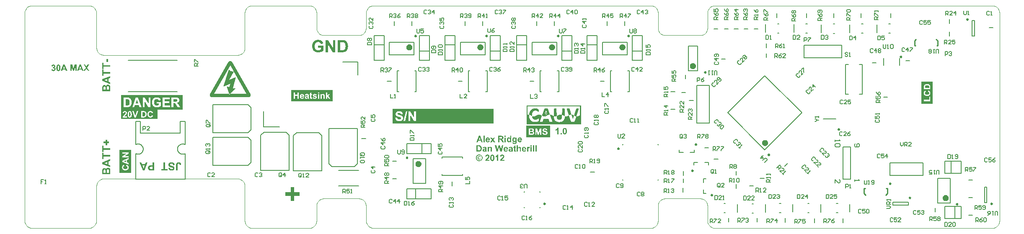
<source format=gto>
%FSDAX25Y25*%
%MOIN*%
%SFA1B1*%

%IPPOS*%
%ADD10C,0.010000*%
%ADD57C,0.009840*%
%ADD63C,0.007870*%
%ADD119C,0.023620*%
%ADD120C,0.003940*%
%ADD121C,0.005000*%
%ADD122C,0.007090*%
%LNbms-1*%
%LPD*%
G36*
X0217318Y0165624D02*
X0219185D01*
Y0164558*
X0214184*
Y0165624*
X0216042*
Y0170862*
X0217318*
Y0165624*
G37*
G36*
X0208454Y0164558D02*
X0206131D01*
X0206030Y0164567*
X0205793*
X0205538Y0164585*
X0205283Y0164604*
X0205174Y0164613*
X0205065Y0164622*
X0204974Y0164640*
X0204901Y0164658*
X0204892*
X0204873Y0164667*
X0204846Y0164676*
X0204810Y0164686*
X0204709Y0164731*
X0204582Y0164786*
X0204445Y0164868*
X0204290Y0164977*
X0204145Y0165114*
X0203999Y0165278*
Y0165287*
X0203981Y0165296*
X0203962Y0165323*
X0203944Y0165360*
X0203908Y0165414*
X0203880Y0165469*
X0203844Y0165533*
X0203807Y0165606*
X0203744Y0165788*
X0203680Y0165988*
X0203643Y0166234*
X0203625Y0166498*
Y0166508*
Y0166526*
Y0166553*
Y0166599*
X0203634Y0166644*
Y0166708*
X0203653Y0166836*
X0203680Y0166990*
X0203716Y0167164*
X0203771Y0167327*
X0203844Y0167482*
X0203853Y0167501*
X0203880Y0167546*
X0203926Y0167619*
X0203990Y0167710*
X0204063Y0167801*
X0204163Y0167911*
X0204263Y0168011*
X0204381Y0168102*
X0204400Y0168111*
X0204436Y0168138*
X0204500Y0168175*
X0204582Y0168220*
X0204682Y0168275*
X0204791Y0168321*
X0204910Y0168366*
X0205037Y0168403*
X0205056*
X0205083Y0168412*
X0205119*
X0205165Y0168421*
X0205229Y0168430*
X0205293Y0168439*
X0205374*
X0205456Y0168448*
X0205557Y0168457*
X0205666Y0168466*
X0205784Y0168475*
X0205912*
X0206049Y0168484*
X0207178*
Y0170862*
X0208454*
Y0164558*
G37*
G36*
X0488364Y0187004D02*
X0487395D01*
Y0190664*
X0488364*
Y0187004*
G37*
G36*
X0350476Y0219569D02*
X0317673D01*
Y0228694*
X0350476*
Y0219569*
G37*
G36*
X0339293Y0268429D02*
X0339445Y0268415D01*
X0339626Y0268401*
X0339820Y0268387*
X0340028Y0268346*
X0340472Y0268262*
X0340930Y0268124*
X0341166Y0268040*
X0341388Y0267943*
X0341597Y0267832*
X0341791Y0267693*
X0341805Y0267680*
X0341832Y0267666*
X0341888Y0267610*
X0341957Y0267554*
X0342041Y0267485*
X0342124Y0267388*
X0342221Y0267277*
X0342332Y0267152*
X0342443Y0267013*
X0342554Y0266861*
X0342665Y0266694*
X0342762Y0266500*
X0342874Y0266305*
X0342957Y0266097*
X0343040Y0265861*
X0343096Y0265625*
X0341166Y0265264*
Y0265278*
X0341152Y0265292*
X0341125Y0265375*
X0341069Y0265500*
X0340986Y0265667*
X0340889Y0265847*
X0340750Y0266028*
X0340583Y0266208*
X0340389Y0266375*
X0340361Y0266389*
X0340292Y0266444*
X0340167Y0266513*
X0340014Y0266583*
X0339806Y0266666*
X0339570Y0266722*
X0339306Y0266777*
X0339001Y0266791*
X0338876*
X0338793Y0266777*
X0338682Y0266763*
X0338557Y0266750*
X0338418Y0266722*
X0338265Y0266694*
X0337946Y0266597*
X0337780Y0266527*
X0337613Y0266444*
X0337446Y0266347*
X0337280Y0266250*
X0337127Y0266111*
X0336975Y0265972*
X0336961Y0265958*
X0336947Y0265931*
X0336905Y0265889*
X0336863Y0265820*
X0336808Y0265736*
X0336739Y0265639*
X0336669Y0265514*
X0336614Y0265375*
X0336544Y0265209*
X0336475Y0265028*
X0336405Y0264834*
X0336350Y0264626*
X0336308Y0264390*
X0336267Y0264126*
X0336253Y0263862*
X0336239Y0263571*
Y0263557*
Y0263502*
Y0263404*
X0336253Y0263293*
X0336267Y0263141*
X0336280Y0262988*
X0336308Y0262794*
X0336336Y0262599*
X0336419Y0262183*
X0336558Y0261753*
X0336641Y0261544*
X0336739Y0261350*
X0336863Y0261156*
X0336988Y0260989*
X0337002Y0260975*
X0337030Y0260948*
X0337072Y0260906*
X0337127Y0260851*
X0337210Y0260795*
X0337294Y0260712*
X0337405Y0260642*
X0337530Y0260559*
X0337668Y0260476*
X0337807Y0260406*
X0338154Y0260267*
X0338349Y0260212*
X0338543Y0260170*
X0338765Y0260143*
X0338987Y0260129*
X0339098*
X0339209Y0260143*
X0339376Y0260156*
X0339556Y0260184*
X0339764Y0260226*
X0339986Y0260281*
X0340209Y0260365*
X0340222*
X0340236Y0260379*
X0340306Y0260406*
X0340431Y0260462*
X0340569Y0260531*
X0340736Y0260614*
X0340916Y0260712*
X0341097Y0260823*
X0341263Y0260948*
Y0262183*
X0339043*
Y0263807*
X0343220*
Y0259948*
X0343193Y0259921*
X0343151Y0259893*
X0343109Y0259851*
X0343040Y0259796*
X0342971Y0259740*
X0342776Y0259601*
X0342513Y0259449*
X0342207Y0259268*
X0341860Y0259088*
X0341444Y0258921*
X0341430*
X0341388Y0258907*
X0341333Y0258879*
X0341250Y0258852*
X0341139Y0258824*
X0341014Y0258782*
X0340875Y0258741*
X0340722Y0258699*
X0340375Y0258616*
X0339973Y0258546*
X0339556Y0258491*
X0339112Y0258477*
X0338959*
X0338862Y0258491*
X0338723*
X0338571Y0258505*
X0338404Y0258533*
X0338210Y0258560*
X0337807Y0258630*
X0337363Y0258741*
X0336905Y0258893*
X0336697Y0258991*
X0336475Y0259102*
X0336461Y0259116*
X0336433Y0259129*
X0336364Y0259171*
X0336294Y0259226*
X0336197Y0259282*
X0336100Y0259365*
X0335975Y0259462*
X0335850Y0259574*
X0335573Y0259823*
X0335295Y0260143*
X0335031Y0260504*
X0334795Y0260920*
Y0260934*
X0334768Y0260975*
X0334740Y0261045*
X0334712Y0261128*
X0334670Y0261239*
X0334615Y0261364*
X0334573Y0261517*
X0334518Y0261683*
X0334462Y0261864*
X0334421Y0262072*
X0334323Y0262502*
X0334268Y0262974*
X0334240Y0263488*
Y0263502*
Y0263557*
Y0263640*
X0334254Y0263738*
Y0263876*
X0334268Y0264029*
X0334296Y0264196*
X0334323Y0264390*
X0334393Y0264792*
X0334504Y0265250*
X0334657Y0265708*
X0334754Y0265931*
X0334865Y0266153*
X0334879Y0266166*
X0334893Y0266208*
X0334934Y0266264*
X0334976Y0266347*
X0335045Y0266444*
X0335128Y0266555*
X0335226Y0266680*
X0335323Y0266819*
X0335448Y0266958*
X0335587Y0267110*
X0335739Y0267263*
X0335906Y0267416*
X0336086Y0267554*
X0336267Y0267707*
X0336697Y0267957*
X0336711*
X0336739Y0267985*
X0336794Y0267999*
X0336863Y0268040*
X0336961Y0268068*
X0337058Y0268110*
X0337197Y0268151*
X0337335Y0268207*
X0337488Y0268249*
X0337668Y0268290*
X0337863Y0268332*
X0338057Y0268373*
X0338501Y0268429*
X0339001Y0268443*
X0339168*
X0339293Y0268429*
G37*
G36*
X0352659Y0258658D02*
X0350716D01*
X0346815Y0264987*
Y0258658*
X0345025*
Y0268262*
X0346899*
X0350868Y0261794*
Y0268262*
X0352659*
Y0258658*
G37*
G36*
X0485135Y0179524D02*
X0484034D01*
X0483043Y0183292*
X0482037Y0179524*
X0480929*
X0479733Y0184568*
X0480775*
X0481534Y0181098*
X0482452Y0184568*
X0483677*
X0484552Y0181040*
X0485324Y0184568*
X0486352*
X0485135Y0179524*
G37*
G36*
X0269455Y0251623D02*
X0269732Y0251577D01*
X0270010Y0251392*
X0270057Y0251345*
X0270149Y0251253*
X0270288Y0251068*
X0270427Y0250929*
X0285101Y0225145*
X0285147Y0225099*
X0285193Y0224914*
X0285240Y0224682*
X0285286Y0224405*
Y0224358*
X0285240Y0224173*
X0285193Y0223895*
X0285054Y0223618*
X0285008Y0223571*
X0284916Y0223386*
X0284731Y0223201*
X0284499Y0223016*
X0284453*
X0284268Y0222923*
X0283990Y0222877*
X0283666Y0222831*
X0254133*
X0253948Y0222877*
X0253670Y0222923*
X0253438Y0223062*
X0253392Y0223108*
X0253253Y0223201*
X0253114Y0223386*
X0252929Y0223618*
X0252883Y0223664*
X0252837Y0223849*
X0252790Y0224080*
X0252744Y0224358*
Y0224451*
Y0224590*
Y0224821*
X0252790Y0225006*
Y0225053*
X0252837Y0225145*
X0252929Y0225238*
X0252976Y0225284*
X0267696Y0250929*
X0267742Y0250975*
X0267835Y0251068*
X0268020Y0251206*
X0268205Y0251392*
X0268251Y0251438*
X0268436Y0251531*
X0268714Y0251623*
X0269085Y0251669*
X0269177*
X0269455Y0251623*
G37*
G36*
X0471510Y0187004D02*
X0470540D01*
Y0192049*
X0471510*
Y0187004*
G37*
G36*
X0484661Y0192041D02*
X0484741D01*
X0484821Y0192034*
X0484916*
X0485106Y0192012*
X0485302Y0191990*
X0485485Y0191954*
X0485565Y0191932*
X0485638Y0191910*
X0485645*
X0485652Y0191903*
X0485696Y0191881*
X0485762Y0191844*
X0485849Y0191801*
X0485944Y0191728*
X0486039Y0191648*
X0486134Y0191546*
X0486221Y0191422*
Y0191414*
X0486228Y0191407*
X0486243Y0191385*
X0486258Y0191363*
X0486294Y0191290*
X0486338Y0191196*
X0486374Y0191079*
X0486411Y0190948*
X0486440Y0190795*
X0486447Y0190634*
Y0190627*
Y0190612*
Y0190576*
X0486440Y0190540*
Y0190489*
X0486433Y0190437*
X0486403Y0190306*
X0486367Y0190153*
X0486308Y0190000*
X0486221Y0189840*
X0486170Y0189767*
X0486112Y0189694*
X0486104Y0189687*
X0486097Y0189679*
X0486075Y0189657*
X0486046Y0189636*
X0486017Y0189606*
X0485973Y0189570*
X0485922Y0189533*
X0485864Y0189497*
X0485798Y0189453*
X0485718Y0189417*
X0485638Y0189381*
X0485550Y0189344*
X0485448Y0189308*
X0485346Y0189278*
X0485237Y0189249*
X0485113Y0189227*
X0485120*
X0485127Y0189220*
X0485171Y0189191*
X0485230Y0189155*
X0485302Y0189103*
X0485390Y0189038*
X0485477Y0188972*
X0485572Y0188892*
X0485652Y0188804*
X0485660Y0188797*
X0485696Y0188761*
X0485740Y0188702*
X0485806Y0188615*
X0485893Y0188506*
X0485937Y0188433*
X0485988Y0188360*
X0486046Y0188280*
X0486104Y0188192*
X0486170Y0188090*
X0486236Y0187988*
X0486855Y0187004*
X0485631*
X0484902Y0188097*
X0484894Y0188105*
X0484887Y0188127*
X0484865Y0188156*
X0484836Y0188192*
X0484807Y0188236*
X0484770Y0188294*
X0484690Y0188411*
X0484595Y0188542*
X0484508Y0188659*
X0484428Y0188768*
X0484391Y0188804*
X0484362Y0188841*
X0484355Y0188848*
X0484340Y0188863*
X0484311Y0188892*
X0484275Y0188928*
X0484224Y0188958*
X0484173Y0188994*
X0484114Y0189023*
X0484056Y0189052*
X0484049*
X0484027Y0189060*
X0483990Y0189074*
X0483932Y0189082*
X0483859Y0189096*
X0483772Y0189103*
X0483670Y0189111*
X0483342*
Y0187004*
X0482321*
Y0192049*
X0484595*
X0484661Y0192041*
G37*
G36*
X0499503Y0190736D02*
X0499569Y0190729D01*
X0499649Y0190715*
X0499737Y0190700*
X0499831Y0190678*
X0499933Y0190649*
X0500036Y0190612*
X0500145Y0190569*
X0500254Y0190510*
X0500356Y0190452*
X0500458Y0190379*
X0500561Y0190292*
X0500648Y0190197*
X0500655Y0190190*
X0500670Y0190175*
X0500692Y0190139*
X0500721Y0190095*
X0500757Y0190037*
X0500794Y0189971*
X0500838Y0189883*
X0500881Y0189789*
X0500925Y0189679*
X0500969Y0189555*
X0501005Y0189424*
X0501042Y0189271*
X0501071Y0189111*
X0501093Y0188936*
X0501107Y0188753*
Y0188549*
X0498687*
Y0188542*
Y0188528*
Y0188506*
X0498694Y0188477*
X0498701Y0188404*
X0498716Y0188302*
X0498745Y0188199*
X0498789Y0188083*
X0498840Y0187973*
X0498913Y0187879*
X0498920Y0187871*
X0498957Y0187842*
X0499000Y0187806*
X0499066Y0187762*
X0499146Y0187718*
X0499248Y0187682*
X0499358Y0187653*
X0499474Y0187645*
X0499511*
X0499554Y0187653*
X0499606Y0187660*
X0499664Y0187675*
X0499729Y0187697*
X0499795Y0187726*
X0499853Y0187769*
X0499861Y0187777*
X0499883Y0187791*
X0499912Y0187820*
X0499941Y0187864*
X0499985Y0187923*
X0500021Y0187988*
X0500058Y0188075*
X0500094Y0188170*
X0501056Y0188010*
Y0188003*
X0501049Y0187988*
X0501034Y0187959*
X0501020Y0187923*
X0500998Y0187879*
X0500976Y0187828*
X0500910Y0187711*
X0500830Y0187580*
X0500728Y0187441*
X0500604Y0187317*
X0500466Y0187201*
X0500458*
X0500451Y0187186*
X0500422Y0187179*
X0500393Y0187157*
X0500356Y0187135*
X0500305Y0187113*
X0500254Y0187091*
X0500189Y0187062*
X0500043Y0187011*
X0499875Y0186968*
X0499678Y0186938*
X0499467Y0186924*
X0499423*
X0499379Y0186931*
X0499314*
X0499234Y0186946*
X0499139Y0186960*
X0499037Y0186975*
X0498935Y0187004*
X0498818Y0187033*
X0498701Y0187077*
X0498585Y0187128*
X0498468Y0187186*
X0498352Y0187259*
X0498242Y0187339*
X0498147Y0187434*
X0498053Y0187543*
X0498045Y0187551*
X0498038Y0187565*
X0498024Y0187594*
X0497994Y0187631*
X0497972Y0187682*
X0497943Y0187740*
X0497907Y0187806*
X0497878Y0187886*
X0497841Y0187973*
X0497812Y0188068*
X0497776Y0188170*
X0497754Y0188287*
X0497732Y0188404*
X0497710Y0188528*
X0497703Y0188666*
X0497695Y0188804*
Y0188812*
Y0188841*
Y0188892*
X0497703Y0188958*
X0497710Y0189031*
X0497717Y0189118*
X0497732Y0189213*
X0497754Y0189322*
X0497812Y0189548*
X0497849Y0189665*
X0497892Y0189789*
X0497951Y0189905*
X0498016Y0190015*
X0498089Y0190124*
X0498169Y0190226*
X0498177Y0190233*
X0498191Y0190248*
X0498220Y0190277*
X0498257Y0190306*
X0498301Y0190343*
X0498359Y0190386*
X0498424Y0190437*
X0498497Y0190489*
X0498578Y0190532*
X0498672Y0190583*
X0498767Y0190627*
X0498876Y0190664*
X0498986Y0190693*
X0499110Y0190722*
X0499234Y0190736*
X0499365Y0190744*
X0499445*
X0499503Y0190736*
G37*
G36*
X0470008Y0187004D02*
X0468907D01*
X0468470Y0188148*
X0466443*
X0466028Y0187004*
X0464949*
X0466902Y0192049*
X0467981*
X0470008Y0187004*
G37*
G36*
X0228222Y0170972D02*
X0228304Y0170962D01*
X0228386Y0170953*
X0228486Y0170935*
X0228596Y0170917*
X0228833Y0170853*
X0228951Y0170808*
X0229069Y0170762*
X0229188Y0170698*
X0229297Y0170634*
X0229407Y0170552*
X0229507Y0170461*
X0229516Y0170452*
X0229525Y0170434*
X0229552Y0170407*
X0229589Y0170361*
X0229625Y0170307*
X0229662Y0170243*
X0229707Y0170161*
X0229753Y0170079*
X0229807Y0169969*
X0229853Y0169860*
X0229889Y0169732*
X0229926Y0169596*
X0229962Y0169450*
X0229990Y0169286*
X0229999Y0169113*
X0230008Y0168931*
X0228796Y0168794*
Y0168803*
Y0168822*
Y0168849*
X0228787Y0168885*
Y0168976*
X0228769Y0169095*
X0228751Y0169222*
X0228723Y0169350*
X0228687Y0169459*
X0228641Y0169559*
X0228632Y0169578*
X0228605Y0169614*
X0228559Y0169669*
X0228486Y0169723*
X0228404Y0169787*
X0228295Y0169842*
X0228168Y0169878*
X0228022Y0169896*
X0227949*
X0227876Y0169887*
X0227794Y0169869*
X0227694Y0169842*
X0227594Y0169796*
X0227503Y0169742*
X0227430Y0169660*
X0227421Y0169650*
X0227402Y0169605*
X0227375Y0169541*
X0227339Y0169441*
X0227320Y0169377*
X0227302Y0169304*
X0227293Y0169222*
X0227275Y0169131*
X0227266Y0169022*
X0227257Y0168913*
X0227248Y0168785*
Y0168649*
Y0164558*
X0225972*
Y0168557*
Y0168567*
Y0168594*
Y0168630*
Y0168685*
Y0168749*
X0225981Y0168831*
X0225990Y0169004*
X0226009Y0169195*
X0226036Y0169395*
X0226072Y0169596*
X0226118Y0169769*
Y0169778*
X0226127Y0169796*
X0226136Y0169824*
X0226154Y0169860*
X0226200Y0169960*
X0226273Y0170088*
X0226364Y0170224*
X0226482Y0170370*
X0226619Y0170516*
X0226792Y0170653*
X0226801*
X0226810Y0170671*
X0226838Y0170680*
X0226883Y0170707*
X0226929Y0170726*
X0226983Y0170753*
X0227056Y0170789*
X0227129Y0170817*
X0227220Y0170844*
X0227311Y0170880*
X0227530Y0170926*
X0227785Y0170962*
X0228067Y0170981*
X0228159*
X0228222Y0170972*
G37*
G36*
X0222556D02*
X0222656Y0170962D01*
X0222765Y0170953*
X0222893Y0170935*
X0223030Y0170908*
X0223330Y0170844*
X0223485Y0170798*
X0223631Y0170753*
X0223786Y0170689*
X0223932Y0170616*
X0224068Y0170534*
X0224196Y0170434*
X0224205Y0170425*
X0224223Y0170407*
X0224259Y0170379*
X0224296Y0170334*
X0224351Y0170270*
X0224405Y0170197*
X0224469Y0170115*
X0224533Y0170024*
X0224597Y0169915*
X0224660Y0169796*
X0224724Y0169660*
X0224788Y0169514*
X0224833Y0169359*
X0224888Y0169186*
X0224924Y0169004*
X0224952Y0168812*
X0223713Y0168694*
Y0168703*
X0223704Y0168721*
Y0168758*
X0223695Y0168794*
X0223658Y0168904*
X0223613Y0169040*
X0223558Y0169195*
X0223476Y0169350*
X0223385Y0169487*
X0223267Y0169614*
X0223248Y0169623*
X0223203Y0169660*
X0223130Y0169705*
X0223021Y0169760*
X0222884Y0169815*
X0222729Y0169860*
X0222547Y0169896*
X0222337Y0169906*
X0222237*
X0222128Y0169887*
X0221991Y0169869*
X0221845Y0169842*
X0221691Y0169796*
X0221545Y0169732*
X0221417Y0169650*
X0221399Y0169641*
X0221362Y0169605*
X0221317Y0169550*
X0221253Y0169477*
X0221199Y0169386*
X0221144Y0169277*
X0221107Y0169168*
X0221098Y0169040*
Y0169031*
Y0169004*
X0221107Y0168958*
X0221116Y0168904*
X0221135Y0168849*
X0221153Y0168785*
X0221189Y0168721*
X0221235Y0168658*
X0221244Y0168649*
X0221262Y0168630*
X0221290Y0168603*
X0221335Y0168567*
X0221399Y0168521*
X0221481Y0168475*
X0221572Y0168430*
X0221691Y0168384*
X0221700*
X0221736Y0168366*
X0221800Y0168348*
X0221845Y0168330*
X0221900Y0168321*
X0221964Y0168302*
X0222037Y0168275*
X0222119Y0168257*
X0222210Y0168229*
X0222319Y0168202*
X0222438Y0168175*
X0222565Y0168138*
X0222711Y0168102*
X0222720*
X0222756Y0168093*
X0222811Y0168075*
X0222875Y0168056*
X0222957Y0168029*
X0223057Y0168002*
X0223157Y0167965*
X0223276Y0167929*
X0223512Y0167838*
X0223740Y0167728*
X0223859Y0167674*
X0223959Y0167610*
X0224059Y0167546*
X0224141Y0167482*
X0224150Y0167473*
X0224168Y0167455*
X0224196Y0167428*
X0224232Y0167391*
X0224278Y0167337*
X0224323Y0167273*
X0224378Y0167209*
X0224424Y0167127*
X0224533Y0166936*
X0224624Y0166717*
X0224660Y0166599*
X0224688Y0166480*
X0224706Y0166344*
X0224715Y0166207*
Y0166198*
Y0166189*
Y0166161*
Y0166125*
X0224697Y0166034*
X0224678Y0165916*
X0224651Y0165779*
X0224606Y0165624*
X0224542Y0165460*
X0224451Y0165305*
Y0165296*
X0224442Y0165287*
X0224396Y0165232*
X0224342Y0165159*
X0224250Y0165068*
X0224141Y0164968*
X0224004Y0164859*
X0223850Y0164759*
X0223667Y0164667*
X0223658*
X0223640Y0164658*
X0223613Y0164649*
X0223576Y0164631*
X0223522Y0164613*
X0223467Y0164594*
X0223394Y0164576*
X0223312Y0164549*
X0223130Y0164513*
X0222920Y0164476*
X0222683Y0164449*
X0222419Y0164440*
X0222310*
X0222228Y0164449*
X0222128Y0164458*
X0222009Y0164467*
X0221891Y0164485*
X0221754Y0164503*
X0221463Y0164567*
X0221317Y0164613*
X0221171Y0164658*
X0221025Y0164722*
X0220889Y0164795*
X0220761Y0164877*
X0220643Y0164968*
X0220634Y0164977*
X0220616Y0164995*
X0220588Y0165023*
X0220552Y0165059*
X0220506Y0165114*
X0220451Y0165178*
X0220397Y0165250*
X0220333Y0165332*
X0220278Y0165433*
X0220224Y0165533*
X0220169Y0165651*
X0220124Y0165779*
X0220078Y0165906*
X0220041Y0166052*
X0220014Y0166198*
X0220005Y0166362*
X0221281Y0166407*
Y0166398*
Y0166389*
X0221299Y0166325*
X0221317Y0166243*
X0221353Y0166143*
X0221399Y0166025*
X0221463Y0165916*
X0221545Y0165806*
X0221636Y0165715*
X0221645Y0165706*
X0221681Y0165679*
X0221745Y0165642*
X0221836Y0165606*
X0221946Y0165569*
X0222082Y0165533*
X0222246Y0165506*
X0222438Y0165496*
X0222529*
X0222629Y0165506*
X0222747Y0165524*
X0222884Y0165551*
X0223030Y0165597*
X0223166Y0165651*
X0223294Y0165733*
X0223303Y0165742*
X0223321Y0165761*
X0223358Y0165788*
X0223394Y0165833*
X0223430Y0165888*
X0223467Y0165961*
X0223485Y0166034*
X0223494Y0166125*
Y0166134*
Y0166161*
X0223485Y0166207*
X0223467Y0166253*
X0223449Y0166316*
X0223421Y0166380*
X0223376Y0166444*
X0223312Y0166508*
X0223303Y0166517*
X0223257Y0166544*
X0223230Y0166562*
X0223184Y0166580*
X0223139Y0166608*
X0223075Y0166635*
X0223002Y0166663*
X0222920Y0166699*
X0222820Y0166735*
X0222720Y0166772*
X0222592Y0166808*
X0222456Y0166845*
X0222310Y0166881*
X0222146Y0166927*
X0222137*
X0222100Y0166936*
X0222055Y0166945*
X0221991Y0166963*
X0221918Y0166981*
X0221827Y0167009*
X0221727Y0167036*
X0221627Y0167063*
X0221408Y0167136*
X0221180Y0167209*
X0220962Y0167291*
X0220871Y0167337*
X0220779Y0167382*
X0220770*
X0220761Y0167391*
X0220707Y0167428*
X0220625Y0167482*
X0220524Y0167555*
X0220415Y0167646*
X0220297Y0167756*
X0220178Y0167883*
X0220078Y0168029*
X0220069Y0168047*
X0220041Y0168102*
X0219996Y0168184*
X0219950Y0168302*
X0219905Y0168448*
X0219859Y0168621*
X0219832Y0168812*
X0219823Y0169031*
Y0169040*
Y0169058*
Y0169086*
Y0169122*
X0219832Y0169168*
X0219841Y0169231*
X0219859Y0169359*
X0219896Y0169523*
X0219950Y0169696*
X0220032Y0169869*
X0220133Y0170051*
Y0170061*
X0220151Y0170070*
X0220187Y0170124*
X0220260Y0170215*
X0220351Y0170316*
X0220470Y0170434*
X0220625Y0170543*
X0220789Y0170653*
X0220989Y0170753*
X0220998*
X0221016Y0170762*
X0221044Y0170771*
X0221089Y0170789*
X0221144Y0170808*
X0221208Y0170826*
X0221281Y0170844*
X0221362Y0170862*
X0221463Y0170889*
X0221563Y0170908*
X0221800Y0170944*
X0222064Y0170972*
X0222356Y0170981*
X0222474*
X0222556Y0170972*
G37*
G36*
X0231195Y0212815D02*
X0211104D01*
Y0205413*
X0182272*
Y0212815*
X0182240*
Y0224662*
X0231195*
Y0212815*
G37*
G36*
X0200783Y0164558D02*
X0199435D01*
X0196902Y0170862*
X0198278*
X0198824Y0169432*
X0201357*
X0201876Y0170862*
X0203224*
X0200783Y0164558*
G37*
G36*
X0358655Y0268249D02*
X0358919Y0268235D01*
X0359210Y0268221*
X0359516Y0268179*
X0359807Y0268138*
X0360071Y0268068*
X0360085*
X0360113Y0268054*
X0360154Y0268040*
X0360210Y0268026*
X0360376Y0267957*
X0360571Y0267860*
X0360793Y0267735*
X0361042Y0267582*
X0361278Y0267402*
X0361514Y0267180*
X0361528*
X0361542Y0267152*
X0361612Y0267069*
X0361723Y0266930*
X0361847Y0266750*
X0362000Y0266527*
X0362153Y0266264*
X0362305Y0265958*
X0362430Y0265625*
Y0265611*
X0362444Y0265584*
X0362458Y0265528*
X0362486Y0265459*
X0362500Y0265375*
X0362528Y0265264*
X0362555Y0265139*
X0362597Y0265001*
X0362625Y0264848*
X0362652Y0264668*
X0362680Y0264487*
X0362694Y0264279*
X0362736Y0263849*
X0362750Y0263363*
Y0263349*
Y0263307*
Y0263252*
Y0263169*
X0362736Y0263057*
Y0262946*
X0362722Y0262808*
X0362708Y0262655*
X0362680Y0262336*
X0362625Y0262002*
X0362542Y0261655*
X0362444Y0261322*
Y0261309*
X0362430Y0261281*
X0362403Y0261225*
X0362375Y0261142*
X0362347Y0261059*
X0362292Y0260962*
X0362181Y0260712*
X0362042Y0260448*
X0361861Y0260156*
X0361653Y0259879*
X0361417Y0259615*
X0361389Y0259587*
X0361320Y0259532*
X0361209Y0259449*
X0361056Y0259338*
X0360862Y0259213*
X0360640Y0259088*
X0360362Y0258963*
X0360057Y0258852*
X0360043*
X0360029Y0258838*
X0359988*
X0359946Y0258824*
X0359793Y0258796*
X0359599Y0258755*
X0359363Y0258713*
X0359071Y0258685*
X0358724Y0258671*
X0358350Y0258658*
X0354713*
Y0268262*
X0358544*
X0358655Y0268249*
G37*
G36*
X0471612Y0183256D02*
X0471670D01*
X0471816Y0183241*
X0471969Y0183227*
X0472129Y0183198*
X0472283Y0183154*
X0472348Y0183132*
X0472414Y0183103*
X0472421*
X0472428Y0183096*
X0472465Y0183074*
X0472523Y0183045*
X0472589Y0183001*
X0472669Y0182943*
X0472742Y0182877*
X0472807Y0182797*
X0472866Y0182717*
X0472873Y0182702*
X0472888Y0182673*
X0472909Y0182607*
X0472917Y0182571*
X0472931Y0182520*
X0472946Y0182469*
X0472953Y0182403*
X0472968Y0182330*
X0472975Y0182250*
X0472982Y0182163*
X0472990Y0182068*
X0472997Y0181966*
Y0181849*
X0472982Y0180719*
Y0180712*
Y0180697*
Y0180675*
Y0180639*
Y0180552*
X0472990Y0180449*
Y0180333*
X0473004Y0180216*
X0473012Y0180099*
X0473026Y0180005*
Y0179998*
X0473033Y0179968*
X0473048Y0179917*
X0473063Y0179859*
X0473092Y0179786*
X0473121Y0179706*
X0473157Y0179618*
X0473201Y0179524*
X0472246*
Y0179531*
X0472239Y0179538*
X0472231Y0179567*
X0472217Y0179596*
X0472202Y0179633*
X0472188Y0179684*
X0472173Y0179742*
X0472151Y0179808*
Y0179815*
X0472144Y0179823*
X0472137Y0179852*
X0472122Y0179888*
X0472115Y0179917*
X0472100Y0179910*
X0472071Y0179881*
X0472020Y0179837*
X0471954Y0179786*
X0471874Y0179728*
X0471787Y0179662*
X0471685Y0179611*
X0471583Y0179560*
X0471568Y0179553*
X0471532Y0179545*
X0471473Y0179524*
X0471400Y0179502*
X0471313Y0179480*
X0471211Y0179465*
X0471094Y0179451*
X0470978Y0179443*
X0470927*
X0470883Y0179451*
X0470839*
X0470781Y0179458*
X0470657Y0179480*
X0470511Y0179516*
X0470365Y0179567*
X0470220Y0179640*
X0470088Y0179742*
Y0179750*
X0470074Y0179757*
X0470037Y0179801*
X0469986Y0179866*
X0469928Y0179954*
X0469870Y0180063*
X0469818Y0180194*
X0469782Y0180347*
X0469775Y0180428*
X0469768Y0180515*
Y0180530*
Y0180566*
X0469775Y0180624*
X0469789Y0180697*
X0469804Y0180785*
X0469826Y0180872*
X0469862Y0180967*
X0469913Y0181062*
X0469921Y0181076*
X0469943Y0181105*
X0469972Y0181149*
X0470023Y0181200*
X0470074Y0181259*
X0470147Y0181324*
X0470227Y0181383*
X0470322Y0181434*
X0470336Y0181441*
X0470373Y0181456*
X0470431Y0181477*
X0470518Y0181514*
X0470628Y0181550*
X0470759Y0181587*
X0470919Y0181623*
X0471094Y0181660*
X0471102*
X0471124Y0181667*
X0471160Y0181674*
X0471204Y0181681*
X0471262Y0181689*
X0471328Y0181703*
X0471473Y0181740*
X0471627Y0181776*
X0471787Y0181813*
X0471925Y0181856*
X0471991Y0181878*
X0472042Y0181900*
Y0181995*
Y0182009*
Y0182039*
X0472035Y0182090*
X0472027Y0182155*
X0472006Y0182221*
X0471984Y0182287*
X0471947Y0182345*
X0471896Y0182396*
X0471889Y0182403*
X0471867Y0182418*
X0471831Y0182432*
X0471780Y0182462*
X0471707Y0182483*
X0471619Y0182498*
X0471510Y0182512*
X0471379Y0182520*
X0471335*
X0471291Y0182512*
X0471233Y0182505*
X0471167Y0182491*
X0471094Y0182476*
X0471029Y0182447*
X0470970Y0182410*
X0470963Y0182403*
X0470949Y0182389*
X0470919Y0182367*
X0470890Y0182330*
X0470846Y0182279*
X0470810Y0182214*
X0470774Y0182141*
X0470737Y0182053*
X0469870Y0182214*
Y0182221*
X0469877Y0182236*
X0469884Y0182265*
X0469899Y0182301*
X0469913Y0182345*
X0469935Y0182396*
X0469986Y0182512*
X0470059Y0182636*
X0470147Y0182768*
X0470249Y0182892*
X0470373Y0183001*
X0470380*
X0470387Y0183016*
X0470409Y0183023*
X0470438Y0183045*
X0470482Y0183059*
X0470526Y0183081*
X0470584Y0183110*
X0470642Y0183132*
X0470715Y0183154*
X0470795Y0183183*
X0470883Y0183205*
X0470985Y0183220*
X0471087Y0183241*
X0471204Y0183249*
X0471320Y0183263*
X0471561*
X0471612Y0183256*
G37*
G36*
X0492381D02*
X0492439D01*
X0492585Y0183241*
X0492738Y0183227*
X0492899Y0183198*
X0493052Y0183154*
X0493117Y0183132*
X0493183Y0183103*
X0493190*
X0493198Y0183096*
X0493234Y0183074*
X0493292Y0183045*
X0493358Y0183001*
X0493438Y0182943*
X0493511Y0182877*
X0493577Y0182797*
X0493635Y0182717*
X0493642Y0182702*
X0493657Y0182673*
X0493679Y0182607*
X0493686Y0182571*
X0493701Y0182520*
X0493715Y0182469*
X0493722Y0182403*
X0493737Y0182330*
X0493744Y0182250*
X0493752Y0182163*
X0493759Y0182068*
X0493766Y0181966*
Y0181849*
X0493752Y0180719*
Y0180712*
Y0180697*
Y0180675*
Y0180639*
Y0180552*
X0493759Y0180449*
Y0180333*
X0493774Y0180216*
X0493781Y0180099*
X0493795Y0180005*
Y0179998*
X0493803Y0179968*
X0493817Y0179917*
X0493832Y0179859*
X0493861Y0179786*
X0493890Y0179706*
X0493927Y0179618*
X0493970Y0179524*
X0493015*
Y0179531*
X0493008Y0179538*
X0493001Y0179567*
X0492986Y0179596*
X0492972Y0179633*
X0492957Y0179684*
X0492942Y0179742*
X0492921Y0179808*
Y0179815*
X0492913Y0179823*
X0492906Y0179852*
X0492891Y0179888*
X0492884Y0179917*
X0492870Y0179910*
X0492840Y0179881*
X0492789Y0179837*
X0492724Y0179786*
X0492643Y0179728*
X0492556Y0179662*
X0492454Y0179611*
X0492352Y0179560*
X0492337Y0179553*
X0492301Y0179545*
X0492243Y0179524*
X0492170Y0179502*
X0492082Y0179480*
X0491980Y0179465*
X0491863Y0179451*
X0491747Y0179443*
X0491696*
X0491652Y0179451*
X0491608*
X0491550Y0179458*
X0491426Y0179480*
X0491280Y0179516*
X0491135Y0179567*
X0490989Y0179640*
X0490858Y0179742*
Y0179750*
X0490843Y0179757*
X0490806Y0179801*
X0490755Y0179866*
X0490697Y0179954*
X0490639Y0180063*
X0490588Y0180194*
X0490551Y0180347*
X0490544Y0180428*
X0490537Y0180515*
Y0180530*
Y0180566*
X0490544Y0180624*
X0490559Y0180697*
X0490573Y0180785*
X0490595Y0180872*
X0490631Y0180967*
X0490683Y0181062*
X0490690Y0181076*
X0490712Y0181105*
X0490741Y0181149*
X0490792Y0181200*
X0490843Y0181259*
X0490916Y0181324*
X0490996Y0181383*
X0491091Y0181434*
X0491105Y0181441*
X0491142Y0181456*
X0491200Y0181477*
X0491288Y0181514*
X0491397Y0181550*
X0491528Y0181587*
X0491689Y0181623*
X0491863Y0181660*
X0491871*
X0491893Y0181667*
X0491929Y0181674*
X0491973Y0181681*
X0492031Y0181689*
X0492097Y0181703*
X0492243Y0181740*
X0492396Y0181776*
X0492556Y0181813*
X0492695Y0181856*
X0492760Y0181878*
X0492811Y0181900*
Y0181995*
Y0182009*
Y0182039*
X0492804Y0182090*
X0492797Y0182155*
X0492775Y0182221*
X0492753Y0182287*
X0492716Y0182345*
X0492665Y0182396*
X0492658Y0182403*
X0492636Y0182418*
X0492600Y0182432*
X0492549Y0182462*
X0492476Y0182483*
X0492388Y0182498*
X0492279Y0182512*
X0492148Y0182520*
X0492104*
X0492060Y0182512*
X0492002Y0182505*
X0491936Y0182491*
X0491863Y0182476*
X0491798Y0182447*
X0491740Y0182410*
X0491732Y0182403*
X0491718Y0182389*
X0491689Y0182367*
X0491659Y0182330*
X0491616Y0182279*
X0491579Y0182214*
X0491543Y0182141*
X0491506Y0182053*
X0490639Y0182214*
Y0182221*
X0490646Y0182236*
X0490653Y0182265*
X0490668Y0182301*
X0490683Y0182345*
X0490704Y0182396*
X0490755Y0182512*
X0490828Y0182636*
X0490916Y0182768*
X0491018Y0182892*
X0491142Y0183001*
X0491149*
X0491156Y0183016*
X0491178Y0183023*
X0491207Y0183045*
X0491251Y0183059*
X0491295Y0183081*
X0491353Y0183110*
X0491411Y0183132*
X0491484Y0183154*
X0491565Y0183183*
X0491652Y0183205*
X0491754Y0183220*
X0491856Y0183241*
X0491973Y0183249*
X0492090Y0183263*
X0492330*
X0492381Y0183256*
G37*
G36*
X0467019Y0184561D02*
X0467158Y0184554D01*
X0467311Y0184546*
X0467471Y0184525*
X0467624Y0184503*
X0467763Y0184466*
X0467770*
X0467785Y0184459*
X0467806Y0184452*
X0467836Y0184444*
X0467923Y0184408*
X0468025Y0184357*
X0468142Y0184291*
X0468273Y0184211*
X0468397Y0184116*
X0468521Y0184000*
X0468528*
X0468536Y0183985*
X0468572Y0183941*
X0468630Y0183869*
X0468696Y0183774*
X0468776Y0183657*
X0468856Y0183519*
X0468936Y0183358*
X0469002Y0183183*
Y0183176*
X0469009Y0183161*
X0469017Y0183132*
X0469031Y0183096*
X0469038Y0183052*
X0469053Y0182994*
X0469068Y0182928*
X0469090Y0182855*
X0469104Y0182775*
X0469119Y0182680*
X0469133Y0182585*
X0469141Y0182476*
X0469162Y0182250*
X0469170Y0181995*
Y0181988*
Y0181966*
Y0181937*
Y0181893*
X0469162Y0181834*
Y0181776*
X0469155Y0181703*
X0469148Y0181623*
X0469133Y0181456*
X0469104Y0181281*
X0469060Y0181098*
X0469009Y0180923*
Y0180916*
X0469002Y0180901*
X0468988Y0180872*
X0468973Y0180828*
X0468958Y0180785*
X0468929Y0180734*
X0468871Y0180603*
X0468798Y0180464*
X0468703Y0180311*
X0468594Y0180165*
X0468470Y0180027*
X0468455Y0180012*
X0468419Y0179983*
X0468361Y0179939*
X0468280Y0179881*
X0468178Y0179815*
X0468062Y0179750*
X0467916Y0179684*
X0467756Y0179626*
X0467748*
X0467741Y0179618*
X0467719*
X0467697Y0179611*
X0467617Y0179596*
X0467515Y0179575*
X0467391Y0179553*
X0467238Y0179538*
X0467056Y0179531*
X0466859Y0179524*
X0464949*
Y0184568*
X0466961*
X0467019Y0184561*
G37*
G36*
X0828060Y0217681D02*
X0818833D01*
Y0235277*
X0828060*
Y0217681*
G37*
G36*
X0510963Y0179524D02*
X0509994D01*
Y0184568*
X0510963*
Y0179524*
G37*
G36*
X0512924D02*
X0511955D01*
Y0184568*
X0512924*
Y0179524*
G37*
G36*
X0498024Y0182702D02*
X0498031Y0182709D01*
X0498045Y0182724*
X0498075Y0182753*
X0498104Y0182790*
X0498155Y0182833*
X0498206Y0182877*
X0498271Y0182928*
X0498337Y0182986*
X0498417Y0183037*
X0498505Y0183088*
X0498694Y0183176*
X0498796Y0183212*
X0498906Y0183241*
X0499022Y0183256*
X0499139Y0183263*
X0499197*
X0499263Y0183256*
X0499343Y0183249*
X0499438Y0183234*
X0499533Y0183205*
X0499642Y0183176*
X0499744Y0183132*
X0499759Y0183125*
X0499788Y0183110*
X0499839Y0183081*
X0499897Y0183045*
X0499963Y0183001*
X0500028Y0182950*
X0500094Y0182884*
X0500152Y0182819*
X0500160Y0182811*
X0500174Y0182782*
X0500196Y0182746*
X0500225Y0182695*
X0500262Y0182629*
X0500291Y0182556*
X0500320Y0182476*
X0500342Y0182389*
Y0182381*
X0500349Y0182345*
X0500356Y0182287*
X0500371Y0182214*
X0500378Y0182112*
X0500386Y0181988*
X0500393Y0181842*
Y0181667*
Y0179524*
X0499423*
Y0181448*
Y0181456*
Y0181470*
Y0181499*
Y0181543*
Y0181587*
Y0181638*
X0499416Y0181754*
X0499409Y0181878*
X0499401Y0182002*
X0499387Y0182104*
X0499372Y0182141*
X0499365Y0182177*
Y0182185*
X0499350Y0182206*
X0499336Y0182228*
X0499321Y0182265*
X0499256Y0182345*
X0499219Y0182389*
X0499168Y0182425*
X0499161Y0182432*
X0499146Y0182440*
X0499110Y0182454*
X0499073Y0182476*
X0499022Y0182491*
X0498964Y0182505*
X0498891Y0182512*
X0498818Y0182520*
X0498774*
X0498731Y0182512*
X0498672Y0182505*
X0498607Y0182491*
X0498534Y0182469*
X0498461Y0182440*
X0498388Y0182396*
X0498381Y0182389*
X0498359Y0182374*
X0498322Y0182345*
X0498286Y0182308*
X0498235Y0182257*
X0498191Y0182199*
X0498147Y0182126*
X0498111Y0182046*
Y0182039*
X0498097Y0182002*
X0498082Y0181951*
X0498067Y0181871*
X0498053Y0181776*
X0498038Y0181652*
X0498031Y0181514*
X0498024Y0181353*
Y0179524*
X0497054*
Y0184568*
X0498024*
Y0182702*
G37*
G36*
X0509002Y0179524D02*
X0508033D01*
Y0183183*
X0509002*
Y0179524*
G37*
G36*
X0492716Y0187004D02*
X0491820D01*
Y0187536*
X0491813Y0187522*
X0491783Y0187485*
X0491732Y0187427*
X0491667Y0187361*
X0491594Y0187288*
X0491499Y0187208*
X0491397Y0187135*
X0491288Y0187069*
X0491273Y0187062*
X0491237Y0187048*
X0491171Y0187026*
X0491098Y0186997*
X0491003Y0186968*
X0490894Y0186946*
X0490785Y0186931*
X0490668Y0186924*
X0490610*
X0490566Y0186931*
X0490508Y0186938*
X0490449Y0186953*
X0490376Y0186968*
X0490296Y0186989*
X0490216Y0187011*
X0490129Y0187048*
X0490041Y0187084*
X0489946Y0187135*
X0489859Y0187194*
X0489764Y0187259*
X0489677Y0187339*
X0489589Y0187427*
X0489582Y0187434*
X0489567Y0187449*
X0489545Y0187478*
X0489523Y0187522*
X0489487Y0187573*
X0489451Y0187638*
X0489407Y0187711*
X0489370Y0187799*
X0489327Y0187893*
X0489283Y0187995*
X0489246Y0188112*
X0489217Y0188236*
X0489188Y0188374*
X0489166Y0188520*
X0489152Y0188673*
X0489144Y0188841*
Y0188848*
Y0188885*
Y0188928*
X0489152Y0188994*
X0489159Y0189074*
X0489166Y0189162*
X0489181Y0189264*
X0489195Y0189366*
X0489246Y0189599*
X0489283Y0189716*
X0489327Y0189832*
X0489378Y0189949*
X0489436Y0190058*
X0489502Y0190161*
X0489574Y0190255*
X0489582Y0190263*
X0489596Y0190277*
X0489618Y0190299*
X0489655Y0190335*
X0489698Y0190372*
X0489749Y0190408*
X0489808Y0190452*
X0489881Y0190503*
X0489954Y0190547*
X0490041Y0190591*
X0490223Y0190671*
X0490333Y0190700*
X0490442Y0190722*
X0490559Y0190736*
X0490683Y0190744*
X0490741*
X0490785Y0190736*
X0490836Y0190729*
X0490901Y0190715*
X0490967Y0190700*
X0491047Y0190678*
X0491127Y0190656*
X0491215Y0190620*
X0491302Y0190576*
X0491390Y0190532*
X0491484Y0190467*
X0491572Y0190401*
X0491659Y0190321*
X0491747Y0190233*
Y0192049*
X0492716*
Y0187004*
G37*
G36*
X0488364Y0191152D02*
X0487395D01*
Y0192049*
X0488364*
Y0191152*
G37*
G36*
X0319969Y0147117D02*
X0324180D01*
Y0144247*
X0319969*
Y0140105*
X0317169*
Y0144247*
X0312980*
Y0147117*
X0317169*
Y0151259*
X0319969*
Y0147117*
G37*
G36*
X0478421Y0188928D02*
X0479769Y0187004D01*
X0478588*
X0477838Y0188134*
X0477087Y0187004*
X0475957*
X0477276Y0188885*
X0476015Y0190664*
X0477196*
X0477838Y0189650*
X0478523Y0190664*
X0479653*
X0478421Y0188928*
G37*
G36*
X0495735Y0183183D02*
X0496398D01*
Y0182410*
X0495735*
Y0180931*
Y0180923*
Y0180909*
Y0180887*
Y0180858*
Y0180785*
Y0180697*
X0495742Y0180610*
Y0180522*
Y0180457*
X0495749Y0180428*
Y0180413*
X0495756Y0180398*
X0495771Y0180369*
X0495793Y0180333*
X0495837Y0180289*
X0495851Y0180282*
X0495880Y0180267*
X0495931Y0180253*
X0495997Y0180245*
X0496026*
X0496055Y0180253*
X0496099Y0180260*
X0496157Y0180267*
X0496223Y0180282*
X0496303Y0180304*
X0496391Y0180333*
X0496478Y0179582*
X0496471*
X0496463Y0179575*
X0496420Y0179560*
X0496347Y0179538*
X0496252Y0179516*
X0496143Y0179487*
X0496011Y0179465*
X0495866Y0179451*
X0495713Y0179443*
X0495669*
X0495618Y0179451*
X0495552Y0179458*
X0495479Y0179465*
X0495399Y0179480*
X0495319Y0179502*
X0495239Y0179531*
X0495231Y0179538*
X0495202Y0179545*
X0495166Y0179567*
X0495122Y0179589*
X0495020Y0179662*
X0494969Y0179706*
X0494925Y0179757*
X0494918Y0179764*
X0494911Y0179786*
X0494896Y0179815*
X0494874Y0179859*
X0494852Y0179910*
X0494831Y0179976*
X0494809Y0180049*
X0494794Y0180129*
Y0180136*
X0494787Y0180165*
Y0180209*
X0494779Y0180282*
X0494772Y0180377*
Y0180493*
X0494765Y0180559*
Y0180639*
Y0180719*
Y0180814*
Y0182410*
X0494320*
Y0183183*
X0494765*
Y0183912*
X0495735Y0184481*
Y0183183*
G37*
G36*
X0502901Y0183256D02*
X0502966Y0183249D01*
X0503046Y0183234*
X0503134Y0183220*
X0503229Y0183198*
X0503331Y0183169*
X0503433Y0183132*
X0503542Y0183088*
X0503651Y0183030*
X0503754Y0182972*
X0503856Y0182899*
X0503958Y0182811*
X0504045Y0182717*
X0504052Y0182709*
X0504067Y0182695*
X0504089Y0182658*
X0504118Y0182615*
X0504154Y0182556*
X0504191Y0182491*
X0504235Y0182403*
X0504278Y0182308*
X0504322Y0182199*
X0504366Y0182075*
X0504402Y0181944*
X0504439Y0181791*
X0504468Y0181630*
X0504490Y0181456*
X0504504Y0181273*
Y0181069*
X0502084*
Y0181062*
Y0181047*
Y0181025*
X0502091Y0180996*
X0502099Y0180923*
X0502113Y0180821*
X0502142Y0180719*
X0502186Y0180603*
X0502237Y0180493*
X0502310Y0180398*
X0502317Y0180391*
X0502354Y0180362*
X0502398Y0180325*
X0502463Y0180282*
X0502543Y0180238*
X0502645Y0180202*
X0502755Y0180172*
X0502871Y0180165*
X0502908*
X0502952Y0180172*
X0503003Y0180180*
X0503061Y0180194*
X0503127Y0180216*
X0503192Y0180245*
X0503251Y0180289*
X0503258Y0180296*
X0503280Y0180311*
X0503309Y0180340*
X0503338Y0180384*
X0503382Y0180442*
X0503418Y0180508*
X0503455Y0180595*
X0503491Y0180690*
X0504453Y0180530*
Y0180522*
X0504446Y0180508*
X0504431Y0180479*
X0504417Y0180442*
X0504395Y0180398*
X0504373Y0180347*
X0504308Y0180231*
X0504227Y0180099*
X0504125Y0179961*
X0504001Y0179837*
X0503863Y0179720*
X0503856*
X0503848Y0179706*
X0503819Y0179699*
X0503790Y0179677*
X0503754Y0179655*
X0503702Y0179633*
X0503651Y0179611*
X0503586Y0179582*
X0503440Y0179531*
X0503272Y0179487*
X0503076Y0179458*
X0502864Y0179443*
X0502820*
X0502777Y0179451*
X0502711*
X0502631Y0179465*
X0502536Y0179480*
X0502434Y0179495*
X0502332Y0179524*
X0502215Y0179553*
X0502099Y0179596*
X0501982Y0179648*
X0501865Y0179706*
X0501749Y0179779*
X0501639Y0179859*
X0501545Y0179954*
X0501450Y0180063*
X0501443Y0180070*
X0501435Y0180085*
X0501421Y0180114*
X0501392Y0180150*
X0501370Y0180202*
X0501340Y0180260*
X0501304Y0180325*
X0501275Y0180406*
X0501238Y0180493*
X0501209Y0180588*
X0501173Y0180690*
X0501151Y0180807*
X0501129Y0180923*
X0501107Y0181047*
X0501100Y0181186*
X0501093Y0181324*
Y0181332*
Y0181361*
Y0181412*
X0501100Y0181477*
X0501107Y0181550*
X0501115Y0181638*
X0501129Y0181732*
X0501151Y0181842*
X0501209Y0182068*
X0501246Y0182185*
X0501290Y0182308*
X0501348Y0182425*
X0501413Y0182534*
X0501486Y0182644*
X0501567Y0182746*
X0501574Y0182753*
X0501588Y0182768*
X0501617Y0182797*
X0501654Y0182826*
X0501698Y0182862*
X0501756Y0182906*
X0501822Y0182957*
X0501895Y0183008*
X0501975Y0183052*
X0502070Y0183103*
X0502164Y0183147*
X0502274Y0183183*
X0502383Y0183212*
X0502507Y0183241*
X0502631Y0183256*
X0502762Y0183263*
X0502842*
X0502901Y0183256*
G37*
G36*
X0190265Y0162563D02*
X0181038D01*
Y0180932*
X0190265*
Y0162563*
G37*
G36*
X0488401Y0183256D02*
X0488466Y0183249D01*
X0488547Y0183234*
X0488634Y0183220*
X0488729Y0183198*
X0488831Y0183169*
X0488933Y0183132*
X0489042Y0183088*
X0489152Y0183030*
X0489254Y0182972*
X0489356Y0182899*
X0489458Y0182811*
X0489545Y0182717*
X0489553Y0182709*
X0489567Y0182695*
X0489589Y0182658*
X0489618Y0182615*
X0489655Y0182556*
X0489691Y0182491*
X0489735Y0182403*
X0489779Y0182308*
X0489822Y0182199*
X0489866Y0182075*
X0489902Y0181944*
X0489939Y0181791*
X0489968Y0181630*
X0489990Y0181456*
X0490005Y0181273*
Y0181069*
X0487584*
Y0181062*
Y0181047*
Y0181025*
X0487592Y0180996*
X0487599Y0180923*
X0487613Y0180821*
X0487643Y0180719*
X0487686Y0180603*
X0487737Y0180493*
X0487810Y0180398*
X0487818Y0180391*
X0487854Y0180362*
X0487898Y0180325*
X0487963Y0180282*
X0488043Y0180238*
X0488146Y0180202*
X0488255Y0180172*
X0488372Y0180165*
X0488408*
X0488452Y0180172*
X0488503Y0180180*
X0488561Y0180194*
X0488627Y0180216*
X0488692Y0180245*
X0488751Y0180289*
X0488758Y0180296*
X0488780Y0180311*
X0488809Y0180340*
X0488838Y0180384*
X0488882Y0180442*
X0488918Y0180508*
X0488955Y0180595*
X0488991Y0180690*
X0489954Y0180530*
Y0180522*
X0489946Y0180508*
X0489932Y0180479*
X0489917Y0180442*
X0489895Y0180398*
X0489873Y0180347*
X0489808Y0180231*
X0489727Y0180099*
X0489626Y0179961*
X0489502Y0179837*
X0489363Y0179720*
X0489356*
X0489349Y0179706*
X0489319Y0179699*
X0489290Y0179677*
X0489254Y0179655*
X0489203Y0179633*
X0489152Y0179611*
X0489086Y0179582*
X0488940Y0179531*
X0488772Y0179487*
X0488576Y0179458*
X0488364Y0179443*
X0488321*
X0488277Y0179451*
X0488211*
X0488131Y0179465*
X0488036Y0179480*
X0487934Y0179495*
X0487832Y0179524*
X0487715Y0179553*
X0487599Y0179596*
X0487482Y0179648*
X0487366Y0179706*
X0487249Y0179779*
X0487140Y0179859*
X0487045Y0179954*
X0486950Y0180063*
X0486943Y0180070*
X0486936Y0180085*
X0486921Y0180114*
X0486892Y0180150*
X0486870Y0180202*
X0486841Y0180260*
X0486804Y0180325*
X0486775Y0180406*
X0486739Y0180493*
X0486709Y0180588*
X0486673Y0180690*
X0486651Y0180807*
X0486629Y0180923*
X0486607Y0181047*
X0486600Y0181186*
X0486593Y0181324*
Y0181332*
Y0181361*
Y0181412*
X0486600Y0181477*
X0486607Y0181550*
X0486615Y0181638*
X0486629Y0181732*
X0486651Y0181842*
X0486709Y0182068*
X0486746Y0182185*
X0486790Y0182308*
X0486848Y0182425*
X0486914Y0182534*
X0486986Y0182644*
X0487067Y0182746*
X0487074Y0182753*
X0487089Y0182768*
X0487118Y0182797*
X0487154Y0182826*
X0487198Y0182862*
X0487256Y0182906*
X0487322Y0182957*
X0487395Y0183008*
X0487475Y0183052*
X0487570Y0183103*
X0487665Y0183147*
X0487774Y0183183*
X0487883Y0183212*
X0488007Y0183241*
X0488131Y0183256*
X0488262Y0183263*
X0488342*
X0488401Y0183256*
G37*
G36*
X0509002Y0183672D02*
X0508033D01*
Y0184568*
X0509002*
Y0183672*
G37*
G36*
X0146749Y0243697D02*
X0145809D01*
X0145801Y0247663*
X0144810Y0243697*
X0143826*
X0142834Y0247663*
Y0243697*
X0141894*
Y0248742*
X0143418*
X0144322Y0245293*
X0145218Y0248742*
X0146749*
Y0243697*
G37*
G36*
X0173610Y0238214D02*
X0172180Y0237667D01*
Y0235135*
X0173610Y0234615*
Y0233267*
X0167306Y0235709*
Y0237057*
X0173610Y0239589*
Y0238214*
G37*
G36*
X0485594Y0177110D02*
X0485660Y0177102D01*
X0485733Y0177095*
X0485813Y0177081*
X0485900Y0177066*
X0486090Y0177015*
X0486279Y0176942*
X0486381Y0176898*
X0486469Y0176847*
X0486564Y0176782*
X0486644Y0176709*
X0486651Y0176702*
X0486666Y0176694*
X0486680Y0176665*
X0486709Y0176636*
X0486746Y0176600*
X0486782Y0176549*
X0486819Y0176497*
X0486863Y0176432*
X0486935Y0176286*
X0487008Y0176118*
X0487038Y0176024*
X0487052Y0175922*
X0487067Y0175812*
X0487074Y0175703*
Y0175688*
Y0175645*
X0487067Y0175579*
X0487059Y0175499*
X0487045Y0175397*
X0487023Y0175287*
X0486994Y0175171*
X0486950Y0175054*
X0486943Y0175040*
X0486928Y0175003*
X0486899Y0174937*
X0486855Y0174857*
X0486804Y0174762*
X0486739Y0174653*
X0486658Y0174537*
X0486564Y0174413*
X0486556Y0174405*
X0486527Y0174369*
X0486483Y0174318*
X0486418Y0174245*
X0486330Y0174157*
X0486221Y0174041*
X0486090Y0173917*
X0485929Y0173764*
X0485922Y0173756*
X0485908Y0173749*
X0485886Y0173727*
X0485856Y0173698*
X0485776Y0173625*
X0485681Y0173538*
X0485587Y0173443*
X0485492Y0173348*
X0485404Y0173268*
X0485375Y0173231*
X0485346Y0173202*
X0485339Y0173195*
X0485324Y0173180*
X0485302Y0173151*
X0485273Y0173115*
X0485208Y0173035*
X0485149Y0172940*
X0487074*
Y0172043*
X0483684*
Y0172051*
Y0172065*
X0483691Y0172094*
X0483699Y0172131*
X0483706Y0172175*
X0483713Y0172225*
X0483742Y0172357*
X0483786Y0172503*
X0483845Y0172663*
X0483917Y0172838*
X0484012Y0173006*
Y0173013*
X0484027Y0173027*
X0484041Y0173057*
X0484070Y0173086*
X0484100Y0173137*
X0484143Y0173188*
X0484194Y0173253*
X0484253Y0173326*
X0484318Y0173414*
X0484399Y0173501*
X0484486Y0173603*
X0484588Y0173713*
X0484697Y0173822*
X0484821Y0173946*
X0484952Y0174077*
X0485098Y0174216*
X0485106Y0174223*
X0485127Y0174245*
X0485157Y0174274*
X0485200Y0174318*
X0485259Y0174362*
X0485317Y0174420*
X0485448Y0174551*
X0485579Y0174690*
X0485711Y0174828*
X0485769Y0174886*
X0485827Y0174952*
X0485871Y0175003*
X0485900Y0175047*
X0485908Y0175061*
X0485929Y0175098*
X0485966Y0175156*
X0486002Y0175236*
X0486039Y0175324*
X0486075Y0175426*
X0486097Y0175528*
X0486104Y0175637*
Y0175645*
Y0175652*
Y0175688*
X0486097Y0175754*
X0486083Y0175827*
X0486061Y0175907*
X0486031Y0175987*
X0485988Y0176067*
X0485929Y0176140*
X0485922Y0176148*
X0485900Y0176169*
X0485856Y0176199*
X0485806Y0176228*
X0485733Y0176257*
X0485652Y0176286*
X0485558Y0176308*
X0485448Y0176315*
X0485397*
X0485339Y0176308*
X0485273Y0176293*
X0485193Y0176271*
X0485113Y0176235*
X0485033Y0176191*
X0484960Y0176133*
X0484952Y0176126*
X0484931Y0176096*
X0484902Y0176053*
X0484872Y0175987*
X0484836Y0175907*
X0484807Y0175798*
X0484778Y0175674*
X0484763Y0175528*
X0483801Y0175623*
Y0175630*
X0483808Y0175659*
Y0175696*
X0483823Y0175754*
X0483830Y0175820*
X0483852Y0175892*
X0483874Y0175973*
X0483895Y0176067*
X0483968Y0176250*
X0484056Y0176439*
X0484114Y0176534*
X0484180Y0176621*
X0484253Y0176694*
X0484333Y0176767*
X0484340Y0176775*
X0484355Y0176782*
X0484377Y0176796*
X0484413Y0176825*
X0484457Y0176847*
X0484515Y0176876*
X0484574Y0176913*
X0484646Y0176942*
X0484727Y0176979*
X0484814Y0177008*
X0485004Y0177066*
X0485230Y0177102*
X0485346Y0177110*
X0485470Y0177117*
X0485543*
X0485594Y0177110*
G37*
G36*
X0128502Y0248763D02*
X0128568Y0248756D01*
X0128633Y0248749*
X0128714Y0248734*
X0128794Y0248712*
X0128976Y0248661*
X0129071Y0248625*
X0129173Y0248574*
X0129268Y0248523*
X0129355Y0248464*
X0129450Y0248392*
X0129530Y0248311*
X0129537Y0248304*
X0129545Y0248297*
X0129567Y0248275*
X0129588Y0248246*
X0129647Y0248173*
X0129712Y0248071*
X0129778Y0247947*
X0129829Y0247801*
X0129873Y0247641*
X0129880Y0247561*
X0129887Y0247473*
Y0247466*
Y0247444*
X0129880Y0247407*
X0129873Y0247364*
X0129865Y0247305*
X0129851Y0247240*
X0129829Y0247167*
X0129800Y0247087*
X0129756Y0247007*
X0129712Y0246919*
X0129654Y0246831*
X0129581Y0246744*
X0129494Y0246657*
X0129399Y0246569*
X0129289Y0246489*
X0129158Y0246409*
X0129166*
X0129180Y0246401*
X0129202*
X0129231Y0246387*
X0129311Y0246365*
X0129406Y0246321*
X0129516Y0246263*
X0129632Y0246190*
X0129749Y0246095*
X0129851Y0245986*
X0129865Y0245971*
X0129895Y0245928*
X0129931Y0245862*
X0129982Y0245767*
X0130033Y0245658*
X0130069Y0245519*
X0130099Y0245374*
X0130113Y0245206*
Y0245199*
Y0245177*
Y0245140*
X0130106Y0245096*
X0130099Y0245038*
X0130084Y0244973*
X0130069Y0244892*
X0130055Y0244812*
X0129997Y0244637*
X0129953Y0244543*
X0129909Y0244440*
X0129851Y0244346*
X0129785Y0244251*
X0129712Y0244156*
X0129625Y0244069*
X0129618Y0244061*
X0129603Y0244047*
X0129574Y0244025*
X0129537Y0243996*
X0129486Y0243959*
X0129435Y0243923*
X0129362Y0243879*
X0129289Y0243835*
X0129209Y0243792*
X0129114Y0243748*
X0129013Y0243711*
X0128910Y0243675*
X0128794Y0243646*
X0128677Y0243624*
X0128546Y0243609*
X0128415Y0243602*
X0128349*
X0128298Y0243609*
X0128240Y0243617*
X0128174Y0243624*
X0128101Y0243638*
X0128014Y0243653*
X0127839Y0243697*
X0127649Y0243770*
X0127547Y0243813*
X0127460Y0243864*
X0127365Y0243930*
X0127277Y0243996*
X0127270Y0244003*
X0127256Y0244018*
X0127234Y0244040*
X0127205Y0244069*
X0127168Y0244105*
X0127132Y0244156*
X0127088Y0244207*
X0127044Y0244273*
X0127000Y0244346*
X0126949Y0244419*
X0126869Y0244594*
X0126804Y0244798*
X0126774Y0244907*
X0126760Y0245024*
X0127693Y0245140*
Y0245133*
Y0245126*
X0127700Y0245082*
X0127715Y0245016*
X0127737Y0244936*
X0127773Y0244849*
X0127810Y0244754*
X0127868Y0244666*
X0127934Y0244586*
X0127941Y0244579*
X0127970Y0244557*
X0128014Y0244528*
X0128065Y0244499*
X0128138Y0244462*
X0128218Y0244433*
X0128305Y0244411*
X0128407Y0244404*
X0128422*
X0128458Y0244411*
X0128509Y0244419*
X0128582Y0244433*
X0128663Y0244462*
X0128743Y0244499*
X0128830Y0244557*
X0128910Y0244630*
X0128918Y0244637*
X0128947Y0244674*
X0128976Y0244725*
X0129020Y0244790*
X0129056Y0244878*
X0129093Y0244987*
X0129114Y0245111*
X0129122Y0245250*
Y0245257*
Y0245264*
Y0245308*
X0129114Y0245374*
X0129100Y0245461*
X0129071Y0245556*
X0129034Y0245651*
X0128983Y0245745*
X0128918Y0245833*
X0128910Y0245840*
X0128881Y0245869*
X0128838Y0245906*
X0128787Y0245942*
X0128714Y0245986*
X0128633Y0246015*
X0128546Y0246044*
X0128444Y0246052*
X0128371*
X0128320Y0246044*
X0128254Y0246037*
X0128174Y0246022*
X0128094Y0246001*
X0127999Y0245979*
X0128101Y0246759*
X0128167*
X0128240Y0246766*
X0128327Y0246773*
X0128422Y0246795*
X0128524Y0246824*
X0128619Y0246868*
X0128706Y0246926*
X0128714Y0246934*
X0128743Y0246963*
X0128772Y0246999*
X0128816Y0247058*
X0128852Y0247123*
X0128888Y0247203*
X0128910Y0247298*
X0128918Y0247407*
Y0247422*
Y0247451*
X0128910Y0247495*
X0128896Y0247553*
X0128881Y0247619*
X0128852Y0247685*
X0128816Y0247757*
X0128765Y0247816*
X0128757Y0247823*
X0128735Y0247838*
X0128706Y0247867*
X0128655Y0247896*
X0128597Y0247918*
X0128531Y0247947*
X0128444Y0247961*
X0128356Y0247969*
X0128313*
X0128269Y0247961*
X0128211Y0247947*
X0128145Y0247925*
X0128072Y0247896*
X0127999Y0247852*
X0127934Y0247794*
X0127926Y0247786*
X0127904Y0247765*
X0127875Y0247721*
X0127839Y0247663*
X0127802Y0247597*
X0127773Y0247510*
X0127744Y0247407*
X0127722Y0247291*
X0126833Y0247437*
Y0247444*
X0126840Y0247459*
Y0247480*
X0126847Y0247517*
X0126869Y0247597*
X0126898Y0247706*
X0126942Y0247823*
X0126986Y0247947*
X0127044Y0248063*
X0127110Y0248173*
X0127117Y0248187*
X0127146Y0248217*
X0127190Y0248268*
X0127248Y0248333*
X0127321Y0248399*
X0127409Y0248472*
X0127518Y0248545*
X0127635Y0248610*
X0127642*
X0127649Y0248618*
X0127693Y0248632*
X0127766Y0248661*
X0127853Y0248691*
X0127963Y0248720*
X0128094Y0248749*
X0128232Y0248763*
X0128385Y0248771*
X0128451*
X0128502Y0248763*
G37*
G36*
X0152326Y0243697D02*
X0151225D01*
X0150788Y0244841*
X0148761*
X0148345Y0243697*
X0147267*
X0149220Y0248742*
X0150299*
X0152326Y0243697*
G37*
G36*
X0168372Y0242969D02*
X0173610D01*
Y0241694*
X0168372*
Y0239826*
X0167306*
Y0244828*
X0168372*
Y0242969*
G37*
G36*
X0173610Y0172072D02*
X0172180Y0171526D01*
Y0168993*
X0173610Y0168474*
Y0167125*
X0167306Y0169567*
Y0170915*
X0173610Y0173448*
Y0172072*
G37*
G36*
X0171069Y0187368D02*
X0172699D01*
Y0186266*
X0171069*
Y0184616*
X0169939*
Y0186266*
X0168308*
Y0187368*
X0169939*
Y0189026*
X0171069*
Y0187368*
G37*
G36*
X0477721Y0177110D02*
X0477779Y0177102D01*
X0477852Y0177088*
X0477925Y0177073*
X0478013Y0177051*
X0478107Y0177022*
X0478195Y0176986*
X0478290Y0176950*
X0478384Y0176898*
X0478479Y0176833*
X0478574Y0176767*
X0478661Y0176687*
X0478742Y0176592*
X0478749Y0176585*
X0478763Y0176563*
X0478785Y0176527*
X0478822Y0176476*
X0478858Y0176403*
X0478902Y0176315*
X0478946Y0176221*
X0478989Y0176096*
X0479033Y0175965*
X0479084Y0175812*
X0479121Y0175645*
X0479157Y0175455*
X0479193Y0175251*
X0479215Y0175032*
X0479230Y0174792*
X0479237Y0174529*
Y0174522*
Y0174515*
Y0174493*
Y0174464*
Y0174391*
X0479230Y0174296*
X0479223Y0174179*
X0479208Y0174041*
X0479193Y0173895*
X0479179Y0173735*
X0479150Y0173567*
X0479113Y0173392*
X0479077Y0173224*
X0479026Y0173057*
X0478975Y0172889*
X0478902Y0172736*
X0478829Y0172590*
X0478742Y0172466*
X0478734Y0172459*
X0478720Y0172444*
X0478698Y0172415*
X0478669Y0172386*
X0478625Y0172350*
X0478574Y0172306*
X0478508Y0172255*
X0478443Y0172211*
X0478362Y0172160*
X0478282Y0172109*
X0478187Y0172065*
X0478085Y0172029*
X0477976Y0172000*
X0477852Y0171970*
X0477728Y0171956*
X0477597Y0171949*
X0477568*
X0477524Y0171956*
X0477473*
X0477415Y0171963*
X0477342Y0171978*
X0477262Y0171992*
X0477174Y0172021*
X0477079Y0172051*
X0476985Y0172087*
X0476883Y0172131*
X0476788Y0172189*
X0476686Y0172247*
X0476591Y0172328*
X0476496Y0172408*
X0476409Y0172510*
X0476401Y0172517*
X0476387Y0172539*
X0476365Y0172575*
X0476343Y0172619*
X0476307Y0172685*
X0476270Y0172765*
X0476226Y0172867*
X0476190Y0172976*
X0476146Y0173108*
X0476102Y0173253*
X0476066Y0173421*
X0476037Y0173603*
X0476008Y0173808*
X0475986Y0174033*
X0475971Y0174274*
X0475964Y0174537*
Y0174544*
Y0174551*
Y0174573*
Y0174602*
Y0174675*
X0475971Y0174770*
X0475979Y0174886*
X0475993Y0175025*
X0476008Y0175171*
X0476022Y0175331*
X0476052Y0175499*
X0476081Y0175666*
X0476124Y0175841*
X0476168Y0176009*
X0476226Y0176169*
X0476292Y0176322*
X0476365Y0176468*
X0476452Y0176592*
X0476460Y0176600*
X0476474Y0176614*
X0476496Y0176643*
X0476533Y0176672*
X0476569Y0176716*
X0476620Y0176760*
X0476686Y0176804*
X0476751Y0176855*
X0476831Y0176906*
X0476912Y0176950*
X0477006Y0176993*
X0477108Y0177037*
X0477218Y0177066*
X0477342Y0177095*
X0477466Y0177110*
X0477597Y0177117*
X0477670*
X0477721Y0177110*
G37*
G36*
X0168372Y0176828D02*
X0173610D01*
Y0175552*
X0168372*
Y0173685*
X0167306*
Y0178686*
X0168372*
Y0176828*
G37*
G36*
Y0182211D02*
X0173610D01*
Y0180936*
X0168372*
Y0179069*
X0167306*
Y0184070*
X0168372*
Y0182211*
G37*
G36*
X0548259Y0201169D02*
X0504782D01*
Y0216297*
X0548259*
Y0201169*
G37*
G36*
X0155307Y0246321D02*
X0157043Y0243697D01*
X0155818*
X0154702Y0245403*
X0153580Y0243697*
X0152355*
X0154097Y0246321*
X0152515Y0248742*
X0153704*
X0154702Y0247233*
X0155701Y0248742*
X0156889*
X0155307Y0246321*
G37*
G36*
X0467311Y0177183D02*
X0467369D01*
X0467442Y0177175*
X0467522Y0177161*
X0467610Y0177146*
X0467806Y0177110*
X0468025Y0177044*
X0468258Y0176964*
X0468375Y0176906*
X0468492Y0176847*
X0468499Y0176840*
X0468521Y0176833*
X0468550Y0176811*
X0468594Y0176782*
X0468645Y0176745*
X0468710Y0176709*
X0468776Y0176658*
X0468849Y0176600*
X0468929Y0176534*
X0469009Y0176461*
X0469170Y0176293*
X0469330Y0176096*
X0469476Y0175871*
X0469483Y0175863*
X0469490Y0175841*
X0469512Y0175805*
X0469534Y0175761*
X0469556Y0175703*
X0469593Y0175637*
X0469622Y0175557*
X0469658Y0175470*
X0469687Y0175375*
X0469724Y0175273*
X0469775Y0175047*
X0469818Y0174806*
X0469826Y0174682*
X0469833Y0174551*
Y0174544*
Y0174522*
Y0174485*
X0469826Y0174434*
Y0174376*
X0469818Y0174303*
X0469804Y0174223*
X0469789Y0174128*
X0469768Y0174033*
X0469746Y0173931*
X0469687Y0173705*
X0469600Y0173472*
X0469542Y0173355*
X0469483Y0173239*
X0469476Y0173231*
X0469469Y0173210*
X0469447Y0173180*
X0469418Y0173137*
X0469381Y0173086*
X0469337Y0173020*
X0469286Y0172954*
X0469228Y0172882*
X0469162Y0172801*
X0469090Y0172729*
X0468922Y0172561*
X0468725Y0172408*
X0468506Y0172262*
X0468499*
X0468477Y0172247*
X0468441Y0172233*
X0468397Y0172211*
X0468339Y0172182*
X0468273Y0172153*
X0468193Y0172124*
X0468105Y0172094*
X0468011Y0172058*
X0467908Y0172029*
X0467690Y0171970*
X0467449Y0171934*
X0467325Y0171927*
X0467194Y0171919*
X0467129*
X0467077Y0171927*
X0467012*
X0466939Y0171941*
X0466859Y0171949*
X0466771Y0171963*
X0466669Y0171978*
X0466567Y0172007*
X0466349Y0172065*
X0466115Y0172153*
X0465991Y0172204*
X0465875Y0172262*
X0465867Y0172269*
X0465845Y0172277*
X0465816Y0172298*
X0465773Y0172328*
X0465722Y0172364*
X0465656Y0172408*
X0465590Y0172459*
X0465517Y0172517*
X0465437Y0172583*
X0465364Y0172656*
X0465197Y0172823*
X0465044Y0173020*
X0464898Y0173239*
Y0173246*
X0464883Y0173268*
X0464869Y0173304*
X0464847Y0173348*
X0464818Y0173407*
X0464788Y0173472*
X0464759Y0173552*
X0464730Y0173640*
X0464694Y0173735*
X0464665Y0173837*
X0464606Y0174055*
X0464570Y0174296*
X0464562Y0174427*
X0464555Y0174551*
Y0174558*
Y0174580*
Y0174617*
X0464562Y0174668*
Y0174733*
X0464577Y0174806*
X0464584Y0174886*
X0464599Y0174974*
X0464621Y0175076*
X0464643Y0175178*
X0464701Y0175397*
X0464788Y0175637*
X0464847Y0175754*
X0464905Y0175871*
X0464912Y0175878*
X0464920Y0175900*
X0464942Y0175929*
X0464971Y0175973*
X0465007Y0176031*
X0465051Y0176089*
X0465102Y0176155*
X0465160Y0176228*
X0465299Y0176388*
X0465466Y0176549*
X0465663Y0176709*
X0465882Y0176847*
X0465889Y0176855*
X0465911Y0176862*
X0465947Y0176876*
X0465991Y0176898*
X0466050Y0176928*
X0466115Y0176957*
X0466195Y0176986*
X0466283Y0177022*
X0466378Y0177051*
X0466480Y0177081*
X0466698Y0177139*
X0466939Y0177175*
X0467070Y0177190*
X0467260*
X0467311Y0177183*
G37*
G36*
X0171943Y0232821D02*
X0172052Y0232803D01*
X0172180Y0232784*
X0172326Y0232748*
X0172471Y0232693*
X0172626Y0232629*
X0172645Y0232620*
X0172690Y0232593*
X0172763Y0232547*
X0172854Y0232484*
X0172963Y0232411*
X0173064Y0232311*
X0173173Y0232210*
X0173273Y0232083*
X0173282Y0232065*
X0173310Y0232019*
X0173355Y0231946*
X0173401Y0231846*
X0173455Y0231718*
X0173501Y0231573*
X0173547Y0231409*
X0173574Y0231226*
Y0231208*
Y0231190*
X0173583Y0231153*
Y0231117*
Y0231062*
X0173592Y0230999*
Y0230917*
Y0230826*
X0173601Y0230716*
Y0230589*
Y0230443*
X0173610Y0230288*
Y0230106*
Y0229915*
Y0229696*
Y0227555*
X0167306*
Y0230069*
Y0230079*
Y0230106*
Y0230142*
Y0230188*
Y0230252*
Y0230325*
X0167315Y0230488*
X0167324Y0230671*
X0167333Y0230853*
X0167352Y0231026*
X0167370Y0231181*
Y0231199*
X0167379Y0231245*
X0167397Y0231308*
X0167424Y0231399*
X0167461Y0231500*
X0167507Y0231609*
X0167561Y0231728*
X0167634Y0231837*
X0167643Y0231846*
X0167671Y0231882*
X0167716Y0231937*
X0167771Y0232010*
X0167853Y0232083*
X0167944Y0232165*
X0168044Y0232247*
X0168162Y0232320*
X0168181Y0232329*
X0168217Y0232347*
X0168290Y0232383*
X0168381Y0232420*
X0168490Y0232456*
X0168609Y0232493*
X0168755Y0232511*
X0168900Y0232520*
X0168973*
X0169055Y0232511*
X0169165Y0232493*
X0169292Y0232456*
X0169429Y0232420*
X0169565Y0232356*
X0169711Y0232274*
X0169729Y0232265*
X0169775Y0232228*
X0169839Y0232174*
X0169921Y0232110*
X0170003Y0232019*
X0170103Y0231910*
X0170185Y0231782*
X0170267Y0231636*
Y0231645*
X0170276Y0231664*
X0170285Y0231691*
X0170294Y0231728*
X0170340Y0231837*
X0170404Y0231964*
X0170476Y0232101*
X0170577Y0232256*
X0170695Y0232393*
X0170841Y0232520*
X0170859Y0232529*
X0170914Y0232566*
X0170996Y0232620*
X0171105Y0232675*
X0171251Y0232730*
X0171406Y0232784*
X0171588Y0232821*
X0171788Y0232830*
X0171861*
X0171943Y0232821*
G37*
G36*
X0535326Y0198370D02*
X0535384Y0198362D01*
X0535457Y0198348*
X0535530Y0198333*
X0535617Y0198311*
X0535712Y0198282*
X0535800Y0198246*
X0535894Y0198209*
X0535989Y0198158*
X0536084Y0198093*
X0536179Y0198027*
X0536266Y0197947*
X0536346Y0197852*
X0536354Y0197845*
X0536368Y0197823*
X0536390Y0197786*
X0536426Y0197735*
X0536463Y0197663*
X0536507Y0197575*
X0536550Y0197480*
X0536594Y0197356*
X0536638Y0197225*
X0536689Y0197072*
X0536725Y0196904*
X0536762Y0196715*
X0536798Y0196511*
X0536820Y0196292*
X0536835Y0196052*
X0536842Y0195789*
Y0195782*
Y0195774*
Y0195753*
Y0195723*
Y0195650*
X0536835Y0195556*
X0536828Y0195439*
X0536813Y0195301*
X0536798Y0195155*
X0536784Y0194994*
X0536755Y0194827*
X0536718Y0194652*
X0536682Y0194484*
X0536631Y0194316*
X0536580Y0194149*
X0536507Y0193996*
X0536434Y0193850*
X0536346Y0193726*
X0536339Y0193719*
X0536324Y0193704*
X0536303Y0193675*
X0536273Y0193646*
X0536230Y0193609*
X0536179Y0193566*
X0536113Y0193515*
X0536047Y0193471*
X0535967Y0193420*
X0535887Y0193369*
X0535792Y0193325*
X0535690Y0193289*
X0535581Y0193259*
X0535457Y0193230*
X0535333Y0193216*
X0535202Y0193208*
X0535173*
X0535129Y0193216*
X0535078*
X0535019Y0193223*
X0534947Y0193237*
X0534866Y0193252*
X0534779Y0193281*
X0534684Y0193310*
X0534589Y0193347*
X0534487Y0193391*
X0534393Y0193449*
X0534291Y0193507*
X0534196Y0193587*
X0534101Y0193668*
X0534014Y0193770*
X0534006Y0193777*
X0533992Y0193799*
X0533970Y0193835*
X0533948Y0193879*
X0533912Y0193945*
X0533875Y0194025*
X0533831Y0194127*
X0533795Y0194236*
X0533751Y0194368*
X0533707Y0194513*
X0533671Y0194681*
X0533642Y0194863*
X0533613Y0195067*
X0533591Y0195293*
X0533576Y0195534*
X0533569Y0195796*
Y0195804*
Y0195811*
Y0195833*
Y0195862*
Y0195935*
X0533576Y0196030*
X0533583Y0196146*
X0533598Y0196285*
X0533613Y0196431*
X0533627Y0196591*
X0533656Y0196759*
X0533685Y0196926*
X0533729Y0197101*
X0533773Y0197269*
X0533831Y0197429*
X0533897Y0197582*
X0533970Y0197728*
X0534057Y0197852*
X0534064Y0197859*
X0534079Y0197874*
X0534101Y0197903*
X0534137Y0197932*
X0534174Y0197976*
X0534225Y0198020*
X0534291Y0198064*
X0534356Y0198115*
X0534436Y0198166*
X0534516Y0198209*
X0534611Y0198253*
X0534713Y0198297*
X0534823Y0198326*
X0534947Y0198355*
X0535071Y0198370*
X0535202Y0198377*
X0535275*
X0535326Y0198370*
G37*
G36*
X0530157Y0193303D02*
X0529187D01*
Y0196955*
X0529180Y0196948*
X0529166Y0196933*
X0529137Y0196912*
X0529093Y0196875*
X0529042Y0196832*
X0528983Y0196788*
X0528910Y0196737*
X0528830Y0196678*
X0528743Y0196620*
X0528648Y0196562*
X0528546Y0196496*
X0528437Y0196438*
X0528203Y0196328*
X0527941Y0196226*
Y0197101*
X0527948*
X0527955Y0197108*
X0527977Y0197116*
X0528007Y0197123*
X0528080Y0197160*
X0528182Y0197203*
X0528305Y0197262*
X0528444Y0197342*
X0528597Y0197444*
X0528757Y0197561*
X0528765Y0197568*
X0528779Y0197575*
X0528801Y0197597*
X0528830Y0197626*
X0528910Y0197699*
X0528998Y0197794*
X0529100Y0197910*
X0529202Y0198056*
X0529297Y0198209*
X0529370Y0198377*
X0530157*
Y0193303*
G37*
G36*
X0507100Y0183256D02*
X0507180Y0183241D01*
X0507282Y0183220*
X0507391Y0183183*
X0507501Y0183140*
X0507617Y0183074*
X0507311Y0182236*
X0507304Y0182243*
X0507267Y0182257*
X0507224Y0182287*
X0507165Y0182316*
X0507092Y0182345*
X0507019Y0182374*
X0506939Y0182389*
X0506859Y0182396*
X0506830*
X0506786Y0182389*
X0506742Y0182381*
X0506691Y0182367*
X0506633Y0182345*
X0506575Y0182316*
X0506516Y0182279*
X0506509Y0182272*
X0506495Y0182257*
X0506465Y0182228*
X0506436Y0182185*
X0506400Y0182133*
X0506363Y0182061*
X0506327Y0181973*
X0506298Y0181871*
Y0181856*
X0506290Y0181834*
X0506283Y0181813*
Y0181776*
X0506276Y0181732*
X0506269Y0181674*
X0506261Y0181608*
X0506254Y0181536*
X0506247Y0181441*
X0506239Y0181346*
Y0181229*
X0506232Y0181105*
X0506225Y0180967*
Y0180814*
Y0180646*
Y0179524*
X0505255*
Y0183183*
X0506152*
Y0182666*
X0506159Y0182673*
X0506188Y0182717*
X0506232Y0182782*
X0506290Y0182862*
X0506349Y0182943*
X0506422Y0183023*
X0506487Y0183096*
X0506560Y0183147*
X0506567Y0183154*
X0506589Y0183169*
X0506633Y0183183*
X0506684Y0183205*
X0506742Y0183227*
X0506815Y0183249*
X0506888Y0183256*
X0506976Y0183263*
X0507034*
X0507100Y0183256*
G37*
G36*
X0476154D02*
X0476234Y0183249D01*
X0476321Y0183234*
X0476416Y0183212*
X0476518Y0183183*
X0476620Y0183147*
X0476635Y0183140*
X0476664Y0183125*
X0476715Y0183103*
X0476773Y0183067*
X0476839Y0183023*
X0476904Y0182972*
X0476970Y0182913*
X0477028Y0182848*
X0477036Y0182841*
X0477050Y0182819*
X0477072Y0182782*
X0477101Y0182731*
X0477138Y0182673*
X0477167Y0182600*
X0477196Y0182527*
X0477218Y0182440*
Y0182432*
X0477225Y0182396*
X0477240Y0182345*
X0477247Y0182272*
X0477262Y0182185*
X0477269Y0182068*
X0477276Y0181944*
Y0181791*
Y0179524*
X0476307*
Y0181383*
Y0181390*
Y0181412*
Y0181441*
Y0181477*
Y0181528*
Y0181579*
X0476299Y0181703*
X0476292Y0181827*
X0476277Y0181958*
X0476263Y0182068*
X0476256Y0182112*
X0476241Y0182148*
Y0182155*
X0476227Y0182177*
X0476212Y0182206*
X0476190Y0182250*
X0476124Y0182338*
X0476088Y0182381*
X0476037Y0182418*
X0476030Y0182425*
X0476015Y0182432*
X0475986Y0182447*
X0475942Y0182469*
X0475891Y0182491*
X0475840Y0182505*
X0475774Y0182512*
X0475702Y0182520*
X0475658*
X0475614Y0182512*
X0475556Y0182505*
X0475483Y0182483*
X0475410Y0182462*
X0475330Y0182425*
X0475250Y0182381*
X0475242Y0182374*
X0475220Y0182359*
X0475184Y0182323*
X0475140Y0182287*
X0475097Y0182228*
X0475053Y0182170*
X0475009Y0182090*
X0474980Y0182009*
Y0182002*
X0474965Y0181966*
X0474958Y0181907*
X0474943Y0181820*
X0474936Y0181769*
X0474929Y0181703*
X0474922Y0181638*
Y0181558*
X0474914Y0181477*
X0474907Y0181383*
Y0181281*
Y0181171*
Y0179524*
X0473937*
Y0183183*
X0474834*
Y0182644*
X0474841Y0182651*
X0474856Y0182673*
X0474885Y0182702*
X0474922Y0182738*
X0474965Y0182790*
X0475024Y0182841*
X0475089Y0182899*
X0475162Y0182957*
X0475242Y0183008*
X0475337Y0183067*
X0475432Y0183118*
X0475541Y0183169*
X0475658Y0183205*
X0475774Y0183234*
X0475906Y0183256*
X0476037Y0183263*
X0476088*
X0476154Y0183256*
G37*
G36*
X0495056Y0190736D02*
X0495108D01*
X0495159Y0190722*
X0495231Y0190715*
X0495304Y0190693*
X0495385Y0190671*
X0495472Y0190634*
X0495560Y0190598*
X0495654Y0190547*
X0495749Y0190489*
X0495844Y0190423*
X0495939Y0190335*
X0496026Y0190248*
X0496114Y0190139*
Y0190664*
X0497017*
Y0187376*
Y0187368*
Y0187347*
Y0187317*
Y0187274*
Y0187215*
X0497010Y0187157*
X0497003Y0187019*
X0496988Y0186858*
X0496974Y0186698*
X0496945Y0186545*
X0496930Y0186479*
X0496908Y0186413*
X0496901Y0186399*
X0496886Y0186362*
X0496865Y0186304*
X0496828Y0186231*
X0496784Y0186151*
X0496733Y0186064*
X0496675Y0185983*
X0496602Y0185910*
X0496595Y0185903*
X0496566Y0185881*
X0496522Y0185845*
X0496471Y0185808*
X0496398Y0185765*
X0496310Y0185714*
X0496208Y0185670*
X0496092Y0185626*
X0496077Y0185619*
X0496033Y0185611*
X0495968Y0185590*
X0495873Y0185575*
X0495749Y0185553*
X0495611Y0185531*
X0495450Y0185524*
X0495275Y0185517*
X0495188*
X0495122Y0185524*
X0495049*
X0494962Y0185531*
X0494867Y0185546*
X0494765Y0185561*
X0494546Y0185597*
X0494327Y0185655*
X0494226Y0185692*
X0494123Y0185735*
X0494036Y0185779*
X0493956Y0185837*
X0493948Y0185845*
X0493941Y0185852*
X0493897Y0185896*
X0493832Y0185961*
X0493766Y0186056*
X0493693Y0186173*
X0493628Y0186311*
X0493584Y0186472*
X0493577Y0186559*
X0493569Y0186647*
Y0186654*
Y0186683*
Y0186720*
X0493577Y0186763*
X0494685Y0186632*
Y0186625*
X0494692Y0186603*
X0494699Y0186566*
X0494707Y0186530*
X0494743Y0186443*
X0494772Y0186399*
X0494809Y0186370*
X0494816Y0186362*
X0494838Y0186355*
X0494867Y0186333*
X0494918Y0186319*
X0494976Y0186297*
X0495049Y0186275*
X0495137Y0186268*
X0495239Y0186260*
X0495304*
X0495370Y0186268*
X0495450Y0186275*
X0495545Y0186290*
X0495640Y0186311*
X0495727Y0186340*
X0495807Y0186377*
X0495815Y0186384*
X0495829Y0186392*
X0495851Y0186406*
X0495880Y0186435*
X0495910Y0186472*
X0495939Y0186515*
X0495968Y0186566*
X0495997Y0186625*
Y0186632*
X0496004Y0186647*
X0496011Y0186676*
X0496026Y0186727*
X0496033Y0186785*
X0496041Y0186858*
X0496048Y0186953*
Y0187062*
Y0187594*
X0496041Y0187587*
X0496026Y0187573*
X0496004Y0187543*
X0495968Y0187500*
X0495931Y0187456*
X0495880Y0187405*
X0495815Y0187354*
X0495749Y0187303*
X0495676Y0187244*
X0495589Y0187194*
X0495406Y0187099*
X0495304Y0187062*
X0495195Y0187033*
X0495078Y0187011*
X0494954Y0187004*
X0494925*
X0494882Y0187011*
X0494831*
X0494772Y0187026*
X0494699Y0187040*
X0494619Y0187055*
X0494532Y0187084*
X0494444Y0187113*
X0494349Y0187157*
X0494247Y0187208*
X0494153Y0187266*
X0494058Y0187339*
X0493963Y0187419*
X0493876Y0187514*
X0493788Y0187624*
Y0187631*
X0493774Y0187645*
X0493759Y0187675*
X0493737Y0187711*
X0493708Y0187762*
X0493679Y0187820*
X0493650Y0187886*
X0493620Y0187966*
X0493591Y0188046*
X0493562Y0188141*
X0493533Y0188243*
X0493504Y0188353*
X0493467Y0188586*
X0493460Y0188717*
X0493453Y0188848*
Y0188856*
Y0188892*
Y0188936*
X0493460Y0189001*
X0493467Y0189074*
X0493475Y0189162*
X0493489Y0189264*
X0493511Y0189366*
X0493562Y0189599*
X0493599Y0189716*
X0493635Y0189832*
X0493686Y0189942*
X0493744Y0190058*
X0493810Y0190161*
X0493890Y0190255*
X0493897Y0190263*
X0493912Y0190277*
X0493934Y0190299*
X0493970Y0190335*
X0494014Y0190372*
X0494065Y0190408*
X0494123Y0190452*
X0494196Y0190503*
X0494269Y0190547*
X0494357Y0190591*
X0494539Y0190671*
X0494648Y0190700*
X0494758Y0190722*
X0494874Y0190736*
X0494991Y0190744*
X0495020*
X0495056Y0190736*
G37*
G36*
X0474032D02*
X0474098Y0190729D01*
X0474178Y0190715*
X0474265Y0190700*
X0474360Y0190678*
X0474462Y0190649*
X0474564Y0190612*
X0474674Y0190569*
X0474783Y0190510*
X0474885Y0190452*
X0474987Y0190379*
X0475089Y0190292*
X0475177Y0190197*
X0475184Y0190190*
X0475199Y0190175*
X0475220Y0190139*
X0475250Y0190095*
X0475286Y0190037*
X0475322Y0189971*
X0475366Y0189883*
X0475410Y0189789*
X0475454Y0189679*
X0475497Y0189555*
X0475534Y0189424*
X0475570Y0189271*
X0475599Y0189111*
X0475621Y0188936*
X0475636Y0188753*
Y0188549*
X0473216*
Y0188542*
Y0188528*
Y0188506*
X0473223Y0188477*
X0473230Y0188404*
X0473245Y0188302*
X0473274Y0188199*
X0473318Y0188083*
X0473369Y0187973*
X0473442Y0187879*
X0473449Y0187871*
X0473485Y0187842*
X0473529Y0187806*
X0473595Y0187762*
X0473675Y0187718*
X0473777Y0187682*
X0473886Y0187653*
X0474003Y0187645*
X0474040*
X0474083Y0187653*
X0474134Y0187660*
X0474193Y0187675*
X0474258Y0187697*
X0474324Y0187726*
X0474382Y0187769*
X0474389Y0187777*
X0474411Y0187791*
X0474440Y0187820*
X0474470Y0187864*
X0474513Y0187923*
X0474550Y0187988*
X0474586Y0188075*
X0474623Y0188170*
X0475585Y0188010*
Y0188003*
X0475578Y0187988*
X0475563Y0187959*
X0475549Y0187923*
X0475527Y0187879*
X0475505Y0187828*
X0475439Y0187711*
X0475359Y0187580*
X0475257Y0187441*
X0475133Y0187317*
X0474994Y0187201*
X0474987*
X0474980Y0187186*
X0474951Y0187179*
X0474922Y0187157*
X0474885Y0187135*
X0474834Y0187113*
X0474783Y0187091*
X0474717Y0187062*
X0474572Y0187011*
X0474404Y0186968*
X0474207Y0186938*
X0473996Y0186924*
X0473952*
X0473908Y0186931*
X0473843*
X0473762Y0186946*
X0473668Y0186960*
X0473566Y0186975*
X0473464Y0187004*
X0473347Y0187033*
X0473230Y0187077*
X0473114Y0187128*
X0472997Y0187186*
X0472880Y0187259*
X0472771Y0187339*
X0472676Y0187434*
X0472581Y0187543*
X0472574Y0187551*
X0472567Y0187565*
X0472552Y0187594*
X0472523Y0187631*
X0472501Y0187682*
X0472472Y0187740*
X0472436Y0187806*
X0472406Y0187886*
X0472370Y0187973*
X0472341Y0188068*
X0472304Y0188170*
X0472283Y0188287*
X0472261Y0188404*
X0472239Y0188528*
X0472231Y0188666*
X0472224Y0188804*
Y0188812*
Y0188841*
Y0188892*
X0472231Y0188958*
X0472239Y0189031*
X0472246Y0189118*
X0472261Y0189213*
X0472283Y0189322*
X0472341Y0189548*
X0472377Y0189665*
X0472421Y0189789*
X0472479Y0189905*
X0472545Y0190015*
X0472618Y0190124*
X0472698Y0190226*
X0472705Y0190233*
X0472720Y0190248*
X0472749Y0190277*
X0472786Y0190306*
X0472829Y0190343*
X0472888Y0190386*
X0472953Y0190437*
X0473026Y0190489*
X0473106Y0190532*
X0473201Y0190583*
X0473296Y0190627*
X0473405Y0190664*
X0473515Y0190693*
X0473638Y0190722*
X0473762Y0190736*
X0473894Y0190744*
X0473974*
X0474032Y0190736*
G37*
G36*
X0532782Y0193303D02*
X0531812D01*
Y0194273*
X0532782*
Y0193303*
G37*
G36*
X0473828Y0177110D02*
X0473894Y0177102D01*
X0473967Y0177095*
X0474047Y0177081*
X0474134Y0177066*
X0474324Y0177015*
X0474513Y0176942*
X0474615Y0176898*
X0474703Y0176847*
X0474798Y0176782*
X0474878Y0176709*
X0474885Y0176702*
X0474900Y0176694*
X0474914Y0176665*
X0474943Y0176636*
X0474980Y0176600*
X0475016Y0176549*
X0475053Y0176497*
X0475097Y0176432*
X0475169Y0176286*
X0475242Y0176118*
X0475271Y0176024*
X0475286Y0175922*
X0475301Y0175812*
X0475308Y0175703*
Y0175688*
Y0175645*
X0475301Y0175579*
X0475293Y0175499*
X0475279Y0175397*
X0475257Y0175287*
X0475228Y0175171*
X0475184Y0175054*
X0475177Y0175040*
X0475162Y0175003*
X0475133Y0174937*
X0475089Y0174857*
X0475038Y0174762*
X0474972Y0174653*
X0474892Y0174537*
X0474798Y0174413*
X0474790Y0174405*
X0474761Y0174369*
X0474717Y0174318*
X0474652Y0174245*
X0474564Y0174157*
X0474455Y0174041*
X0474324Y0173917*
X0474163Y0173764*
X0474156Y0173756*
X0474142Y0173749*
X0474120Y0173727*
X0474090Y0173698*
X0474010Y0173625*
X0473915Y0173538*
X0473821Y0173443*
X0473726Y0173348*
X0473638Y0173268*
X0473609Y0173231*
X0473580Y0173202*
X0473573Y0173195*
X0473558Y0173180*
X0473536Y0173151*
X0473507Y0173115*
X0473442Y0173035*
X0473383Y0172940*
X0475308*
Y0172043*
X0471918*
Y0172051*
Y0172065*
X0471925Y0172094*
X0471933Y0172131*
X0471940Y0172175*
X0471947Y0172225*
X0471976Y0172357*
X0472020Y0172503*
X0472078Y0172663*
X0472151Y0172838*
X0472246Y0173006*
Y0173013*
X0472261Y0173027*
X0472275Y0173057*
X0472304Y0173086*
X0472334Y0173137*
X0472377Y0173188*
X0472428Y0173253*
X0472487Y0173326*
X0472552Y0173414*
X0472632Y0173501*
X0472720Y0173603*
X0472822Y0173713*
X0472931Y0173822*
X0473055Y0173946*
X0473186Y0174077*
X0473332Y0174216*
X0473340Y0174223*
X0473361Y0174245*
X0473391Y0174274*
X0473434Y0174318*
X0473493Y0174362*
X0473551Y0174420*
X0473682Y0174551*
X0473813Y0174690*
X0473945Y0174828*
X0474003Y0174886*
X0474061Y0174952*
X0474105Y0175003*
X0474134Y0175047*
X0474142Y0175061*
X0474163Y0175098*
X0474200Y0175156*
X0474236Y0175236*
X0474273Y0175324*
X0474309Y0175426*
X0474331Y0175528*
X0474338Y0175637*
Y0175645*
Y0175652*
Y0175688*
X0474331Y0175754*
X0474316Y0175827*
X0474295Y0175907*
X0474265Y0175987*
X0474222Y0176067*
X0474163Y0176140*
X0474156Y0176148*
X0474134Y0176169*
X0474090Y0176199*
X0474039Y0176228*
X0473967Y0176257*
X0473886Y0176286*
X0473792Y0176308*
X0473682Y0176315*
X0473631*
X0473573Y0176308*
X0473507Y0176293*
X0473427Y0176271*
X0473347Y0176235*
X0473267Y0176191*
X0473194Y0176133*
X0473186Y0176126*
X0473165Y0176096*
X0473136Y0176053*
X0473106Y0175987*
X0473070Y0175907*
X0473041Y0175798*
X0473011Y0175674*
X0472997Y0175528*
X0472035Y0175623*
Y0175630*
X0472042Y0175659*
Y0175696*
X0472056Y0175754*
X0472064Y0175820*
X0472086Y0175892*
X0472108Y0175973*
X0472129Y0176067*
X0472202Y0176250*
X0472290Y0176439*
X0472348Y0176534*
X0472414Y0176621*
X0472487Y0176694*
X0472567Y0176767*
X0472574Y0176775*
X0472589Y0176782*
X0472611Y0176796*
X0472647Y0176825*
X0472691Y0176847*
X0472749Y0176876*
X0472807Y0176913*
X0472880Y0176942*
X0472961Y0176979*
X0473048Y0177008*
X0473238Y0177066*
X0473463Y0177102*
X0473580Y0177110*
X0473704Y0177117*
X0473777*
X0473828Y0177110*
G37*
G36*
X0132475Y0248763D02*
X0132534Y0248756D01*
X0132606Y0248742*
X0132679Y0248727*
X0132767Y0248705*
X0132862Y0248676*
X0132949Y0248639*
X0133044Y0248603*
X0133139Y0248552*
X0133233Y0248486*
X0133328Y0248421*
X0133416Y0248341*
X0133496Y0248246*
X0133503Y0248238*
X0133518Y0248217*
X0133540Y0248180*
X0133576Y0248129*
X0133612Y0248056*
X0133656Y0247969*
X0133700Y0247874*
X0133744Y0247750*
X0133787Y0247619*
X0133838Y0247466*
X0133875Y0247298*
X0133911Y0247109*
X0133948Y0246904*
X0133970Y0246686*
X0133984Y0246445*
X0133992Y0246183*
Y0246175*
Y0246168*
Y0246146*
Y0246117*
Y0246044*
X0133984Y0245949*
X0133977Y0245833*
X0133962Y0245694*
X0133948Y0245549*
X0133933Y0245388*
X0133904Y0245220*
X0133868Y0245045*
X0133831Y0244878*
X0133780Y0244710*
X0133729Y0244543*
X0133656Y0244389*
X0133583Y0244244*
X0133496Y0244120*
X0133489Y0244112*
X0133474Y0244098*
X0133452Y0244069*
X0133423Y0244040*
X0133379Y0244003*
X0133328Y0243959*
X0133263Y0243908*
X0133197Y0243864*
X0133117Y0243813*
X0133036Y0243762*
X0132942Y0243719*
X0132840Y0243682*
X0132730Y0243653*
X0132606Y0243624*
X0132483Y0243609*
X0132351Y0243602*
X0132322*
X0132278Y0243609*
X0132227*
X0132169Y0243617*
X0132096Y0243631*
X0132016Y0243646*
X0131929Y0243675*
X0131834Y0243704*
X0131739Y0243741*
X0131637Y0243784*
X0131542Y0243843*
X0131440Y0243901*
X0131345Y0243981*
X0131251Y0244061*
X0131163Y0244163*
X0131156Y0244171*
X0131141Y0244193*
X0131119Y0244229*
X0131097Y0244273*
X0131061Y0244338*
X0131025Y0244419*
X0130981Y0244521*
X0130944Y0244630*
X0130901Y0244761*
X0130857Y0244907*
X0130820Y0245075*
X0130791Y0245257*
X0130762Y0245461*
X0130740Y0245687*
X0130726Y0245928*
X0130718Y0246190*
Y0246197*
Y0246205*
Y0246227*
Y0246256*
Y0246328*
X0130726Y0246423*
X0130733Y0246540*
X0130747Y0246678*
X0130762Y0246824*
X0130777Y0246985*
X0130806Y0247152*
X0130835Y0247320*
X0130879Y0247495*
X0130922Y0247663*
X0130981Y0247823*
X0131046Y0247976*
X0131119Y0248122*
X0131207Y0248246*
X0131214Y0248253*
X0131229Y0248268*
X0131251Y0248297*
X0131287Y0248326*
X0131323Y0248370*
X0131374Y0248413*
X0131440Y0248457*
X0131506Y0248508*
X0131586Y0248559*
X0131666Y0248603*
X0131761Y0248647*
X0131863Y0248691*
X0131972Y0248720*
X0132096Y0248749*
X0132220Y0248763*
X0132351Y0248771*
X0132424*
X0132475Y0248763*
G37*
G36*
X0482357Y0172043D02*
X0481388D01*
Y0175696*
X0481381Y0175688*
X0481366Y0175674*
X0481337Y0175652*
X0481293Y0175615*
X0481242Y0175572*
X0481184Y0175528*
X0481111Y0175477*
X0481031Y0175419*
X0480943Y0175360*
X0480848Y0175302*
X0480746Y0175236*
X0480637Y0175178*
X0480404Y0175069*
X0480141Y0174967*
Y0175841*
X0480148*
X0480156Y0175849*
X0480178Y0175856*
X0480207Y0175863*
X0480280Y0175900*
X0480382Y0175943*
X0480506Y0176002*
X0480644Y0176082*
X0480797Y0176184*
X0480958Y0176301*
X0480965Y0176308*
X0480979Y0176315*
X0481001Y0176337*
X0481031Y0176366*
X0481111Y0176439*
X0481198Y0176534*
X0481300Y0176651*
X0481402Y0176796*
X0481497Y0176950*
X0481570Y0177117*
X0482357*
Y0172043*
G37*
G36*
X0139401Y0243697D02*
X0138300D01*
X0137863Y0244841*
X0135836*
X0135420Y0243697*
X0134342*
X0136295Y0248742*
X0137374*
X0139401Y0243697*
G37*
G36*
X0171943Y0166679D02*
X0172052Y0166661D01*
X0172180Y0166642*
X0172326Y0166606*
X0172471Y0166551*
X0172626Y0166488*
X0172645Y0166479*
X0172690Y0166451*
X0172763Y0166406*
X0172854Y0166342*
X0172963Y0166269*
X0173064Y0166169*
X0173173Y0166069*
X0173273Y0165941*
X0173282Y0165923*
X0173310Y0165877*
X0173355Y0165804*
X0173401Y0165704*
X0173455Y0165577*
X0173501Y0165431*
X0173547Y0165267*
X0173574Y0165085*
Y0165067*
Y0165048*
X0173583Y0165012*
Y0164975*
Y0164921*
X0173592Y0164857*
Y0164775*
Y0164684*
X0173601Y0164575*
Y0164447*
Y0164301*
X0173610Y0164146*
Y0163964*
Y0163773*
Y0163554*
Y0161413*
X0167306*
Y0163928*
Y0163937*
Y0163964*
Y0164001*
Y0164046*
Y0164110*
Y0164183*
X0167315Y0164347*
X0167324Y0164529*
X0167333Y0164711*
X0167352Y0164884*
X0167370Y0165039*
Y0165057*
X0167379Y0165103*
X0167397Y0165167*
X0167424Y0165258*
X0167461Y0165358*
X0167507Y0165467*
X0167561Y0165586*
X0167634Y0165695*
X0167643Y0165704*
X0167671Y0165741*
X0167716Y0165795*
X0167771Y0165868*
X0167853Y0165941*
X0167944Y0166023*
X0168044Y0166105*
X0168163Y0166178*
X0168181Y0166187*
X0168217Y0166205*
X0168290Y0166242*
X0168381Y0166278*
X0168490Y0166315*
X0168609Y0166351*
X0168755Y0166369*
X0168900Y0166378*
X0168973*
X0169055Y0166369*
X0169165Y0166351*
X0169292Y0166315*
X0169429Y0166278*
X0169565Y0166214*
X0169711Y0166132*
X0169729Y0166123*
X0169775Y0166087*
X0169839Y0166032*
X0169921Y0165968*
X0170003Y0165877*
X0170103Y0165768*
X0170185Y0165640*
X0170267Y0165495*
Y0165504*
X0170276Y0165522*
X0170285Y0165549*
X0170294Y0165586*
X0170340Y0165695*
X0170404Y0165823*
X0170476Y0165959*
X0170577Y0166114*
X0170695Y0166251*
X0170841Y0166378*
X0170859Y0166387*
X0170914Y0166424*
X0170996Y0166479*
X0171105Y0166533*
X0171251Y0166588*
X0171406Y0166642*
X0171588Y0166679*
X0171788Y0166688*
X0171861*
X0171943Y0166679*
G37*
G36*
X0523480Y0190815D02*
X0504681D01*
Y0200049*
X0523480*
Y0190815*
G37*
G36*
X0478433Y0201791D02*
X0398382D01*
Y0213639*
X0478433*
Y0201791*
G37*
G36*
X0168372Y0248353D02*
X0173610D01*
Y0247078*
X0168372*
Y0245210*
X0167306*
Y0250212*
X0168372*
Y0248353*
G37*
G36*
X0171925Y0250886D02*
X0170713D01*
Y0253263*
X0171925*
Y0250886*
G37*
%LNbms-2*%
%LPC*%
G36*
X0488321Y0182520D02*
X0488270D01*
X0488211Y0182505*
X0488138Y0182491*
X0488058Y0182462*
X0487971Y0182425*
X0487883Y0182367*
X0487803Y0182287*
X0487796Y0182279*
X0487774Y0182243*
X0487737Y0182192*
X0487701Y0182119*
X0487657Y0182031*
X0487628Y0181922*
X0487606Y0181798*
X0487599Y0181660*
X0489042*
Y0181667*
Y0181681*
Y0181696*
X0489035Y0181725*
X0489028Y0181805*
X0489013Y0181893*
X0488984Y0181995*
X0488947Y0182104*
X0488889Y0182206*
X0488824Y0182294*
X0488816Y0182301*
X0488787Y0182330*
X0488743Y0182367*
X0488685Y0182410*
X0488612Y0182447*
X0488525Y0182483*
X0488430Y0182512*
X0488321Y0182520*
G37*
G36*
X0502820D02*
X0502769D01*
X0502711Y0182505*
X0502638Y0182491*
X0502558Y0182462*
X0502470Y0182425*
X0502383Y0182367*
X0502303Y0182287*
X0502295Y0182279*
X0502274Y0182243*
X0502237Y0182192*
X0502201Y0182119*
X0502157Y0182031*
X0502128Y0181922*
X0502106Y0181798*
X0502099Y0181660*
X0503542*
Y0181667*
Y0181681*
Y0181696*
X0503535Y0181725*
X0503527Y0181805*
X0503513Y0181893*
X0503484Y0181995*
X0503447Y0182104*
X0503389Y0182206*
X0503323Y0182294*
X0503316Y0182301*
X0503287Y0182330*
X0503243Y0182367*
X0503185Y0182410*
X0503112Y0182447*
X0503024Y0182483*
X0502930Y0182512*
X0502820Y0182520*
G37*
G36*
X0466633Y0183715D02*
X0465969D01*
Y0180377*
X0466866*
X0466961Y0180384*
X0467063*
X0467165Y0180398*
X0467260Y0180406*
X0467340Y0180420*
X0467354*
X0467384Y0180435*
X0467427Y0180449*
X0467486Y0180471*
X0467551Y0180500*
X0467617Y0180537*
X0467683Y0180581*
X0467748Y0180632*
X0467756Y0180639*
X0467777Y0180661*
X0467806Y0180697*
X0467843Y0180748*
X0467879Y0180814*
X0467930Y0180894*
X0467967Y0180996*
X0468011Y0181113*
Y0181120*
X0468018Y0181127*
Y0181149*
X0468025Y0181178*
X0468040Y0181208*
X0468047Y0181251*
X0468069Y0181361*
X0468083Y0181492*
X0468105Y0181645*
X0468113Y0181834*
X0468120Y0182039*
Y0182046*
Y0182068*
Y0182097*
Y0182133*
Y0182185*
X0468113Y0182243*
X0468105Y0182367*
X0468091Y0182512*
X0468076Y0182666*
X0468047Y0182804*
X0468011Y0182935*
Y0182943*
X0468003Y0182950*
X0467989Y0182986*
X0467967Y0183045*
X0467938Y0183118*
X0467894Y0183191*
X0467843Y0183271*
X0467785Y0183351*
X0467719Y0183424*
X0467712Y0183431*
X0467690Y0183453*
X0467646Y0183482*
X0467595Y0183519*
X0467522Y0183562*
X0467442Y0183599*
X0467354Y0183635*
X0467252Y0183664*
X0467245*
X0467209Y0183672*
X0467150Y0183679*
X0467070Y0183694*
X0467019*
X0466954Y0183701*
X0466888*
X0466815Y0183708*
X0466728*
X0466633Y0183715*
G37*
G36*
X0472042Y0181273D02*
X0472035D01*
X0472006Y0181259*
X0471962Y0181251*
X0471896Y0181229*
X0471816Y0181208*
X0471707Y0181178*
X0471590Y0181149*
X0471444Y0181120*
X0471430*
X0471408Y0181113*
X0471379Y0181105*
X0471313Y0181091*
X0471226Y0181069*
X0471138Y0181047*
X0471051Y0181018*
X0470978Y0180982*
X0470919Y0180952*
X0470912Y0180945*
X0470890Y0180931*
X0470861Y0180901*
X0470832Y0180865*
X0470795Y0180814*
X0470766Y0180756*
X0470744Y0180690*
X0470737Y0180617*
Y0180610*
Y0180581*
X0470744Y0180544*
X0470759Y0180500*
X0470774Y0180442*
X0470795Y0180384*
X0470832Y0180325*
X0470883Y0180267*
X0470890Y0180260*
X0470912Y0180245*
X0470941Y0180224*
X0470992Y0180194*
X0471043Y0180165*
X0471109Y0180143*
X0471189Y0180129*
X0471269Y0180121*
X0471313*
X0471364Y0180129*
X0471430Y0180143*
X0471510Y0180165*
X0471590Y0180194*
X0471685Y0180231*
X0471772Y0180289*
X0471780Y0180296*
X0471801Y0180311*
X0471831Y0180340*
X0471867Y0180377*
X0471904Y0180428*
X0471940Y0180479*
X0471976Y0180544*
X0471998Y0180610*
Y0180617*
X0472006Y0180632*
X0472013Y0180668*
X0472020Y0180712*
X0472027Y0180778*
X0472035Y0180858*
X0472042Y0180960*
Y0181076*
Y0181273*
G37*
G36*
X0492811D02*
X0492804D01*
X0492775Y0181259*
X0492731Y0181251*
X0492665Y0181229*
X0492585Y0181208*
X0492476Y0181178*
X0492359Y0181149*
X0492213Y0181120*
X0492199*
X0492177Y0181113*
X0492148Y0181105*
X0492082Y0181091*
X0491995Y0181069*
X0491907Y0181047*
X0491820Y0181018*
X0491747Y0180982*
X0491689Y0180952*
X0491681Y0180945*
X0491659Y0180931*
X0491630Y0180901*
X0491601Y0180865*
X0491565Y0180814*
X0491536Y0180756*
X0491514Y0180690*
X0491506Y0180617*
Y0180610*
Y0180581*
X0491514Y0180544*
X0491528Y0180500*
X0491543Y0180442*
X0491565Y0180384*
X0491601Y0180325*
X0491652Y0180267*
X0491659Y0180260*
X0491681Y0180245*
X0491710Y0180224*
X0491761Y0180194*
X0491813Y0180165*
X0491878Y0180143*
X0491958Y0180129*
X0492038Y0180121*
X0492082*
X0492133Y0180129*
X0492199Y0180143*
X0492279Y0180165*
X0492359Y0180194*
X0492454Y0180231*
X0492542Y0180289*
X0492549Y0180296*
X0492571Y0180311*
X0492600Y0180340*
X0492636Y0180377*
X0492673Y0180428*
X0492709Y0180479*
X0492746Y0180544*
X0492767Y0180610*
Y0180617*
X0492775Y0180632*
X0492782Y0180668*
X0492789Y0180712*
X0492797Y0180778*
X0492804Y0180858*
X0492811Y0180960*
Y0181076*
Y0181273*
G37*
G36*
X0171114Y0237257D02*
X0168773Y0236374D01*
X0171114Y0235517*
Y0237257*
G37*
G36*
X0171724Y0231518D02*
X0171679D01*
X0171624Y0231509*
X0171561Y0231500*
X0171478Y0231482*
X0171406Y0231454*
X0171324Y0231418*
X0171242Y0231372*
X0171232Y0231363*
X0171205Y0231345*
X0171169Y0231317*
X0171132Y0231272*
X0171078Y0231217*
X0171032Y0231144*
X0170987Y0231062*
X0170950Y0230971*
Y0230962*
X0170932Y0230917*
X0170923Y0230844*
X0170914Y0230798*
X0170905Y0230734*
X0170896Y0230671*
X0170886Y0230589*
X0170877Y0230498*
Y0230388*
X0170868Y0230279*
X0170859Y0230152*
Y0230006*
Y0229851*
Y0228831*
X0172544*
Y0230006*
Y0230015*
Y0230033*
Y0230069*
Y0230115*
Y0230233*
X0172535Y0230370*
Y0230516*
X0172526Y0230662*
X0172517Y0230780*
Y0230835*
X0172508Y0230871*
Y0230880*
X0172499Y0230917*
X0172481Y0230971*
X0172462Y0231035*
X0172426Y0231108*
X0172380Y0231190*
X0172326Y0231263*
X0172262Y0231336*
X0172253Y0231345*
X0172225Y0231363*
X0172180Y0231390*
X0172116Y0231427*
X0172043Y0231463*
X0171952Y0231491*
X0171843Y0231509*
X0171724Y0231518*
G37*
G36*
X0516610Y0197954D02*
X0515079D01*
X0514183Y0194506*
X0513279Y0197954*
X0511755*
Y0192909*
X0512695*
Y0196875*
X0513687Y0192909*
X0514671*
X0515662Y0196875*
X0515670Y0192909*
X0516610*
Y0197954*
G37*
G36*
X0508897D02*
X0506681D01*
Y0192909*
X0508868*
X0508992Y0192917*
X0509211*
X0509298Y0192924*
X0509437*
X0509488Y0192931*
X0509561*
X0509590Y0192939*
X0509619*
X0509765Y0192961*
X0509896Y0192997*
X0510013Y0193033*
X0510115Y0193077*
X0510195Y0193114*
X0510253Y0193150*
X0510290Y0193172*
X0510304Y0193179*
X0510406Y0193259*
X0510487Y0193347*
X0510567Y0193427*
X0510625Y0193515*
X0510676Y0193587*
X0510712Y0193646*
X0510734Y0193682*
X0510742Y0193697*
X0510793Y0193821*
X0510836Y0193937*
X0510866Y0194054*
X0510880Y0194156*
X0510895Y0194244*
X0510902Y0194309*
Y0194353*
Y0194360*
Y0194367*
X0510895Y0194528*
X0510866Y0194674*
X0510822Y0194798*
X0510778Y0194914*
X0510734Y0195002*
X0510691Y0195067*
X0510661Y0195111*
X0510654Y0195126*
X0510552Y0195242*
X0510443Y0195337*
X0510319Y0195417*
X0510210Y0195475*
X0510107Y0195527*
X0510020Y0195563*
X0509991Y0195570*
X0509969Y0195578*
X0509954Y0195585*
X0509947*
X0510064Y0195650*
X0510166Y0195716*
X0510253Y0195796*
X0510326Y0195862*
X0510377Y0195928*
X0510421Y0195978*
X0510450Y0196015*
X0510457Y0196029*
X0510523Y0196146*
X0510574Y0196256*
X0510603Y0196365*
X0510632Y0196467*
X0510647Y0196554*
X0510654Y0196620*
Y0196664*
Y0196671*
Y0196678*
X0510647Y0196795*
X0510632Y0196912*
X0510603Y0197006*
X0510574Y0197094*
X0510545Y0197167*
X0510516Y0197225*
X0510501Y0197254*
X0510494Y0197269*
X0510435Y0197364*
X0510370Y0197444*
X0510304Y0197517*
X0510246Y0197582*
X0510188Y0197626*
X0510144Y0197662*
X0510115Y0197684*
X0510107Y0197692*
X0510020Y0197750*
X0509925Y0197794*
X0509838Y0197830*
X0509758Y0197859*
X0509685Y0197881*
X0509634Y0197896*
X0509597Y0197903*
X0509583*
X0509459Y0197918*
X0509320Y0197932*
X0509174Y0197940*
X0509028Y0197947*
X0508897Y0197954*
G37*
G36*
X0171724Y0165376D02*
X0171679D01*
X0171624Y0165367*
X0171561Y0165358*
X0171478Y0165340*
X0171406Y0165312*
X0171324Y0165276*
X0171242Y0165231*
X0171232Y0165221*
X0171205Y0165203*
X0171169Y0165176*
X0171132Y0165130*
X0171078Y0165076*
X0171032Y0165003*
X0170987Y0164921*
X0170950Y0164830*
Y0164821*
X0170932Y0164775*
X0170923Y0164702*
X0170914Y0164656*
X0170905Y0164593*
X0170896Y0164529*
X0170886Y0164447*
X0170877Y0164356*
Y0164247*
X0170868Y0164137*
X0170859Y0164010*
Y0163864*
Y0163709*
Y0162689*
X0172544*
Y0163864*
Y0163873*
Y0163891*
Y0163928*
Y0163973*
Y0164092*
X0172535Y0164228*
Y0164374*
X0172526Y0164520*
X0172517Y0164638*
Y0164693*
X0172508Y0164729*
Y0164739*
X0172499Y0164775*
X0172481Y0164830*
X0172462Y0164893*
X0172426Y0164966*
X0172380Y0165048*
X0172326Y0165121*
X0172262Y0165194*
X0172253Y0165203*
X0172225Y0165221*
X0172180Y0165249*
X0172116Y0165285*
X0172043Y0165322*
X0171952Y0165349*
X0171843Y0165367*
X0171724Y0165376*
G37*
G36*
X0169073Y0165139D02*
X0169028D01*
X0168973Y0165130*
X0168900Y0165121*
X0168827Y0165103*
X0168755Y0165067*
X0168673Y0165030*
X0168600Y0164975*
X0168591Y0164966*
X0168572Y0164948*
X0168536Y0164902*
X0168500Y0164857*
X0168463Y0164784*
X0168427Y0164702*
X0168399Y0164602*
X0168381Y0164493*
Y0164483*
X0168372Y0164447*
Y0164383*
Y0164347*
X0168363Y0164292*
Y0164228*
Y0164146*
Y0164055*
X0168354Y0163955*
Y0163846*
Y0163718*
Y0163572*
Y0163409*
Y0162689*
X0169811*
Y0163518*
Y0163527*
Y0163554*
Y0163591*
Y0163636*
Y0163691*
Y0163764*
Y0163909*
X0169802Y0164064*
Y0164219*
Y0164283*
Y0164347*
X0169793Y0164401*
Y0164438*
Y0164456*
X0169784Y0164493*
X0169775Y0164547*
X0169748Y0164629*
X0169720Y0164711*
X0169684Y0164793*
X0169638Y0164875*
X0169574Y0164948*
X0169565Y0164957*
X0169538Y0164975*
X0169502Y0165012*
X0169438Y0165048*
X0169365Y0165076*
X0169283Y0165112*
X0169183Y0165130*
X0169073Y0165139*
G37*
G36*
Y0231281D02*
X0169028D01*
X0168973Y0231272*
X0168900Y0231263*
X0168827Y0231245*
X0168755Y0231208*
X0168673Y0231172*
X0168600Y0231117*
X0168591Y0231108*
X0168572Y0231090*
X0168536Y0231044*
X0168500Y0230999*
X0168463Y0230926*
X0168427Y0230844*
X0168399Y0230744*
X0168381Y0230634*
Y0230625*
X0168372Y0230589*
Y0230525*
Y0230488*
X0168363Y0230434*
Y0230370*
Y0230288*
Y0230197*
X0168354Y0230097*
Y0229988*
Y0229860*
Y0229714*
Y0229550*
Y0228831*
X0169811*
Y0229660*
Y0229669*
Y0229696*
Y0229732*
Y0229778*
Y0229833*
Y0229906*
Y0230051*
X0169802Y0230206*
Y0230361*
Y0230425*
Y0230488*
X0169793Y0230543*
Y0230580*
Y0230598*
X0169784Y0230634*
X0169775Y0230689*
X0169748Y0230771*
X0169720Y0230853*
X0169684Y0230935*
X0169638Y0231017*
X0169574Y0231090*
X0169565Y0231099*
X0169538Y0231117*
X0169502Y0231153*
X0169438Y0231190*
X0169365Y0231217*
X0169283Y0231254*
X0169183Y0231272*
X0169073Y0231281*
G37*
G36*
X0171114Y0171116D02*
X0168773Y0170232D01*
X0171114Y0169376*
Y0171116*
G37*
G36*
X0473952Y0190000D02*
X0473901D01*
X0473843Y0189986*
X0473770Y0189971*
X0473690Y0189942*
X0473602Y0189905*
X0473515Y0189847*
X0473434Y0189767*
X0473427Y0189760*
X0473405Y0189723*
X0473369Y0189672*
X0473332Y0189599*
X0473289Y0189512*
X0473259Y0189402*
X0473238Y0189278*
X0473230Y0189140*
X0474674*
Y0189147*
Y0189162*
Y0189176*
X0474666Y0189206*
X0474659Y0189286*
X0474645Y0189373*
X0474615Y0189475*
X0474579Y0189585*
X0474521Y0189687*
X0474455Y0189774*
X0474448Y0189781*
X0474418Y0189811*
X0474375Y0189847*
X0474317Y0189891*
X0474244Y0189927*
X0474156Y0189964*
X0474061Y0189993*
X0473952Y0190000*
G37*
G36*
X0467435Y0190875D02*
X0466749Y0189001D01*
X0468142*
X0467435Y0190875*
G37*
G36*
X0484508Y0191196D02*
X0483342D01*
Y0189913*
X0484333*
X0484479Y0189920*
X0484632Y0189927*
X0484785Y0189935*
X0484851Y0189942*
X0484909Y0189949*
X0484967Y0189964*
X0485004Y0189971*
X0485011*
X0485033Y0189986*
X0485069Y0190000*
X0485106Y0190022*
X0485201Y0190088*
X0485244Y0190131*
X0485288Y0190182*
X0485295Y0190190*
X0485302Y0190211*
X0485324Y0190241*
X0485346Y0190284*
X0485361Y0190343*
X0485383Y0190408*
X0485390Y0190481*
X0485397Y0190561*
Y0190576*
Y0190605*
X0485390Y0190649*
X0485383Y0190707*
X0485361Y0190773*
X0485339Y0190839*
X0485302Y0190911*
X0485259Y0190970*
X0485252Y0190977*
X0485237Y0190999*
X0485201Y0191021*
X0485157Y0191057*
X0485106Y0191094*
X0485040Y0191123*
X0484960Y0191152*
X0484872Y0191174*
X0484865*
X0484843Y0191181*
X0484799*
X0484734Y0191188*
X0484574*
X0484508Y0191196*
G37*
G36*
X0499423Y0190000D02*
X0499372D01*
X0499314Y0189986*
X0499241Y0189971*
X0499161Y0189942*
X0499073Y0189905*
X0498986Y0189847*
X0498906Y0189767*
X0498898Y0189760*
X0498876Y0189723*
X0498840Y0189672*
X0498804Y0189599*
X0498760Y0189512*
X0498731Y0189402*
X0498709Y0189278*
X0498701Y0189140*
X0500145*
Y0189147*
Y0189162*
Y0189176*
X0500138Y0189206*
X0500130Y0189286*
X0500116Y0189373*
X0500087Y0189475*
X0500050Y0189585*
X0499992Y0189687*
X0499926Y0189774*
X0499919Y0189781*
X0499890Y0189811*
X0499846Y0189847*
X0499788Y0189891*
X0499715Y0189927*
X0499627Y0189964*
X0499533Y0189993*
X0499423Y0190000*
G37*
G36*
X0535202Y0197575D02*
X0535173D01*
X0535136Y0197568*
X0535100Y0197561*
X0535049Y0197546*
X0534998Y0197524*
X0534939Y0197495*
X0534888Y0197458*
X0534881Y0197451*
X0534866Y0197437*
X0534845Y0197407*
X0534815Y0197371*
X0534779Y0197313*
X0534750Y0197247*
X0534713Y0197160*
X0534684Y0197057*
Y0197050*
X0534677Y0197043*
Y0197014*
X0534670Y0196985*
X0534662Y0196941*
X0534655Y0196890*
X0534648Y0196832*
X0534641Y0196759*
X0534626Y0196671*
X0534619Y0196584*
X0534611Y0196474*
X0534604Y0196365*
X0534597Y0196234*
Y0196102*
X0534589Y0195949*
Y0195789*
Y0195782*
Y0195753*
Y0195702*
Y0195643*
Y0195570*
X0534597Y0195490*
Y0195395*
X0534604Y0195301*
X0534611Y0195097*
X0534626Y0194892*
X0534633Y0194798*
X0534648Y0194710*
X0534662Y0194630*
X0534677Y0194557*
X0534684Y0194542*
X0534691Y0194506*
X0534713Y0194448*
X0534735Y0194382*
X0534772Y0194309*
X0534808Y0194236*
X0534852Y0194171*
X0534896Y0194120*
X0534903Y0194112*
X0534917Y0194105*
X0534947Y0194083*
X0534983Y0194069*
X0535027Y0194047*
X0535078Y0194025*
X0535136Y0194018*
X0535202Y0194010*
X0535231*
X0535267Y0194018*
X0535304Y0194025*
X0535355Y0194039*
X0535406Y0194054*
X0535457Y0194083*
X0535508Y0194120*
X0535515Y0194127*
X0535530Y0194141*
X0535559Y0194171*
X0535588Y0194214*
X0535617Y0194265*
X0535654Y0194338*
X0535690Y0194419*
X0535719Y0194521*
Y0194528*
X0535727Y0194535*
Y0194564*
X0535734Y0194594*
X0535741Y0194637*
X0535748Y0194688*
X0535763Y0194747*
X0535770Y0194819*
X0535778Y0194900*
X0535792Y0194994*
X0535800Y0195097*
X0535807Y0195213*
X0535814Y0195337*
Y0195475*
X0535821Y0195629*
Y0195789*
Y0195796*
Y0195826*
Y0195877*
Y0195935*
Y0196008*
X0535814Y0196088*
Y0196183*
X0535807Y0196277*
X0535800Y0196482*
X0535785Y0196678*
X0535770Y0196773*
X0535756Y0196868*
X0535741Y0196948*
X0535727Y0197014*
Y0197021*
X0535719Y0197028*
X0535712Y0197065*
X0535690Y0197123*
X0535668Y0197196*
X0535632Y0197269*
X0535595Y0197342*
X0535552Y0197407*
X0535508Y0197458*
X0535501Y0197466*
X0535486Y0197480*
X0535457Y0197495*
X0535421Y0197517*
X0535377Y0197539*
X0535326Y0197561*
X0535267Y0197568*
X0535202Y0197575*
G37*
G36*
X0519490Y0198049D02*
X0519402D01*
X0519191Y0198042*
X0519001Y0198020*
X0518833Y0197991*
X0518688Y0197961*
X0518622Y0197940*
X0518564Y0197925*
X0518520Y0197910*
X0518476Y0197896*
X0518447Y0197881*
X0518425Y0197874*
X0518411Y0197867*
X0518403*
X0518258Y0197794*
X0518134Y0197713*
X0518024Y0197626*
X0517937Y0197546*
X0517864Y0197473*
X0517820Y0197415*
X0517784Y0197371*
X0517776Y0197364*
Y0197356*
X0517704Y0197232*
X0517653Y0197101*
X0517616Y0196977*
X0517594Y0196868*
X0517580Y0196773*
X0517565Y0196700*
Y0196671*
Y0196649*
Y0196642*
Y0196635*
X0517572Y0196525*
X0517587Y0196416*
X0517609Y0196321*
X0517638Y0196226*
X0517711Y0196051*
X0517798Y0195898*
X0517835Y0195833*
X0517878Y0195782*
X0517915Y0195731*
X0517951Y0195687*
X0517981Y0195658*
X0518003Y0195636*
X0518017Y0195621*
X0518024Y0195614*
X0518090Y0195563*
X0518170Y0195512*
X0518250Y0195461*
X0518345Y0195417*
X0518527Y0195330*
X0518717Y0195257*
X0518812Y0195228*
X0518892Y0195199*
X0518972Y0195177*
X0519038Y0195155*
X0519089Y0195140*
X0519132Y0195126*
X0519162Y0195118*
X0519169*
X0519285Y0195089*
X0519388Y0195060*
X0519482Y0195038*
X0519570Y0195016*
X0519643Y0194994*
X0519708Y0194980*
X0519767Y0194958*
X0519818Y0194943*
X0519861Y0194936*
X0519898Y0194922*
X0519949Y0194907*
X0519978Y0194892*
X0519985*
X0520080Y0194856*
X0520153Y0194819*
X0520219Y0194783*
X0520270Y0194746*
X0520306Y0194717*
X0520328Y0194695*
X0520343Y0194681*
X0520350Y0194674*
X0520386Y0194623*
X0520415Y0194572*
X0520430Y0194520*
X0520445Y0194477*
X0520452Y0194433*
X0520459Y0194397*
Y0194375*
Y0194367*
X0520452Y0194265*
X0520423Y0194178*
X0520379Y0194090*
X0520335Y0194018*
X0520284Y0193959*
X0520248Y0193915*
X0520219Y0193886*
X0520204Y0193879*
X0520102Y0193813*
X0519985Y0193762*
X0519861Y0193726*
X0519745Y0193704*
X0519635Y0193690*
X0519548Y0193675*
X0519468*
X0519300Y0193682*
X0519154Y0193711*
X0519030Y0193748*
X0518921Y0193791*
X0518833Y0193835*
X0518775Y0193872*
X0518739Y0193901*
X0518724Y0193908*
X0518629Y0194010*
X0518556Y0194120*
X0518491Y0194244*
X0518447Y0194367*
X0518411Y0194477*
X0518382Y0194564*
X0518374Y0194593*
Y0194623*
X0518367Y0194637*
Y0194644*
X0517376Y0194550*
X0517397Y0194397*
X0517427Y0194251*
X0517470Y0194112*
X0517507Y0193988*
X0517558Y0193872*
X0517609Y0193762*
X0517660Y0193668*
X0517711Y0193580*
X0517762Y0193507*
X0517813Y0193442*
X0517857Y0193383*
X0517900Y0193332*
X0517930Y0193296*
X0517959Y0193274*
X0517973Y0193259*
X0517981Y0193252*
X0518083Y0193172*
X0518192Y0193106*
X0518309Y0193048*
X0518433Y0192997*
X0518549Y0192961*
X0518673Y0192924*
X0518914Y0192873*
X0519023Y0192851*
X0519125Y0192836*
X0519213Y0192829*
X0519293Y0192822*
X0519358Y0192815*
X0519453*
X0519687Y0192822*
X0519898Y0192844*
X0520087Y0192873*
X0520168Y0192888*
X0520248Y0192909*
X0520313Y0192924*
X0520372Y0192939*
X0520423Y0192953*
X0520467Y0192968*
X0520503Y0192982*
X0520525Y0192990*
X0520539Y0192997*
X0520547*
X0520707Y0193077*
X0520838Y0193165*
X0520962Y0193252*
X0521057Y0193347*
X0521130Y0193427*
X0521188Y0193500*
X0521217Y0193544*
X0521232Y0193551*
Y0193558*
X0521312Y0193704*
X0521378Y0193843*
X0521421Y0193981*
X0521451Y0194112*
X0521465Y0194214*
X0521473Y0194265*
X0521480Y0194302*
Y0194331*
Y0194353*
Y0194367*
Y0194375*
X0521473Y0194550*
X0521451Y0194703*
X0521414Y0194841*
X0521378Y0194958*
X0521341Y0195053*
X0521305Y0195118*
X0521283Y0195162*
X0521276Y0195177*
X0521196Y0195293*
X0521101Y0195395*
X0521006Y0195483*
X0520919Y0195556*
X0520838Y0195614*
X0520773Y0195658*
X0520729Y0195687*
X0520722Y0195694*
X0520714*
X0520642Y0195731*
X0520569Y0195767*
X0520394Y0195833*
X0520211Y0195891*
X0520036Y0195949*
X0519956Y0195971*
X0519876Y0195993*
X0519803Y0196015*
X0519745Y0196029*
X0519694Y0196044*
X0519657Y0196051*
X0519628Y0196059*
X0519621*
X0519490Y0196095*
X0519373Y0196124*
X0519264Y0196153*
X0519162Y0196183*
X0519081Y0196212*
X0519001Y0196241*
X0518936Y0196270*
X0518877Y0196292*
X0518826Y0196314*
X0518790Y0196336*
X0518753Y0196350*
X0518731Y0196365*
X0518695Y0196387*
X0518688Y0196394*
X0518637Y0196445*
X0518600Y0196496*
X0518578Y0196547*
X0518564Y0196598*
X0518549Y0196635*
X0518542Y0196671*
Y0196693*
Y0196700*
X0518549Y0196773*
X0518564Y0196831*
X0518593Y0196890*
X0518622Y0196933*
X0518651Y0196970*
X0518680Y0196992*
X0518695Y0197006*
X0518702Y0197014*
X0518804Y0197079*
X0518914Y0197123*
X0519030Y0197160*
X0519140Y0197181*
X0519235Y0197196*
X0519315Y0197203*
X0519388*
X0519541Y0197196*
X0519672Y0197174*
X0519781Y0197145*
X0519869Y0197116*
X0519942Y0197087*
X0519993Y0197057*
X0520022Y0197036*
X0520029Y0197028*
X0520102Y0196955*
X0520168Y0196868*
X0520219Y0196780*
X0520255Y0196686*
X0520284Y0196606*
X0520299Y0196540*
X0520313Y0196489*
Y0196482*
Y0196474*
X0521334Y0196511*
X0521327Y0196642*
X0521305Y0196758*
X0521276Y0196875*
X0521239Y0196977*
X0521203Y0197079*
X0521159Y0197174*
X0521115Y0197254*
X0521072Y0197335*
X0521021Y0197400*
X0520977Y0197458*
X0520933Y0197509*
X0520897Y0197553*
X0520867Y0197582*
X0520846Y0197604*
X0520831Y0197619*
X0520824Y0197626*
X0520729Y0197699*
X0520627Y0197765*
X0520517Y0197823*
X0520401Y0197874*
X0520284Y0197910*
X0520168Y0197947*
X0519934Y0197998*
X0519825Y0198012*
X0519730Y0198027*
X0519635Y0198034*
X0519555Y0198042*
X0519490Y0198049*
G37*
G36*
X0495239Y0190000D02*
X0495224D01*
X0495181Y0189993*
X0495115Y0189986*
X0495035Y0189964*
X0494947Y0189935*
X0494845Y0189883*
X0494750Y0189818*
X0494663Y0189723*
X0494656Y0189708*
X0494626Y0189672*
X0494597Y0189606*
X0494554Y0189519*
X0494517Y0189402*
X0494481Y0189264*
X0494452Y0189096*
X0494444Y0188899*
Y0188892*
Y0188877*
Y0188841*
X0494452Y0188804*
Y0188761*
X0494459Y0188702*
X0494473Y0188579*
X0494495Y0188440*
X0494539Y0188302*
X0494590Y0188170*
X0494663Y0188054*
X0494670Y0188039*
X0494707Y0188010*
X0494750Y0187966*
X0494816Y0187923*
X0494896Y0187871*
X0494991Y0187828*
X0495100Y0187799*
X0495217Y0187784*
X0495231*
X0495275Y0187791*
X0495341Y0187799*
X0495428Y0187820*
X0495523Y0187850*
X0495618Y0187901*
X0495720Y0187966*
X0495815Y0188061*
X0495822Y0188075*
X0495851Y0188112*
X0495895Y0188178*
X0495939Y0188265*
X0495982Y0188382*
X0496026Y0188520*
X0496055Y0188688*
X0496063Y0188877*
Y0188885*
Y0188899*
Y0188928*
Y0188972*
X0496055Y0189016*
X0496048Y0189074*
X0496033Y0189198*
X0496004Y0189337*
X0495968Y0189475*
X0495910Y0189606*
X0495829Y0189723*
X0495822Y0189738*
X0495786Y0189767*
X0495735Y0189811*
X0495669Y0189862*
X0495581Y0189913*
X0495479Y0189956*
X0495370Y0189986*
X0495239Y0190000*
G37*
G36*
X0490938D02*
X0490923D01*
X0490879Y0189993*
X0490814Y0189986*
X0490741Y0189964*
X0490646Y0189935*
X0490551Y0189883*
X0490456Y0189818*
X0490362Y0189723*
X0490354Y0189708*
X0490325Y0189672*
X0490289Y0189606*
X0490252Y0189519*
X0490209Y0189402*
X0490172Y0189264*
X0490143Y0189096*
X0490136Y0188907*
Y0188899*
Y0188885*
Y0188848*
Y0188812*
X0490143Y0188761*
Y0188710*
X0490158Y0188586*
X0490172Y0188447*
X0490201Y0188302*
X0490245Y0188170*
X0490267Y0188112*
X0490296Y0188061*
Y0188054*
X0490311Y0188046*
X0490340Y0188003*
X0490391Y0187944*
X0490464Y0187879*
X0490559Y0187806*
X0490668Y0187748*
X0490799Y0187704*
X0490872Y0187697*
X0490945Y0187689*
X0490960*
X0491003Y0187697*
X0491062Y0187704*
X0491142Y0187726*
X0491229Y0187755*
X0491324Y0187806*
X0491419Y0187871*
X0491514Y0187966*
X0491521Y0187981*
X0491550Y0188017*
X0491586Y0188083*
X0491630Y0188178*
X0491674Y0188294*
X0491710Y0188440*
X0491740Y0188615*
X0491747Y0188812*
Y0188819*
Y0188841*
Y0188870*
Y0188914*
X0491740Y0188965*
X0491732Y0189031*
X0491718Y0189162*
X0491689Y0189315*
X0491652Y0189461*
X0491594Y0189606*
X0491557Y0189665*
X0491514Y0189723*
X0491506Y0189738*
X0491470Y0189767*
X0491426Y0189811*
X0491361Y0189862*
X0491273Y0189913*
X0491178Y0189956*
X0491062Y0189986*
X0490938Y0190000*
G37*
G36*
X0187257Y0222520D02*
X0184240D01*
Y0214957*
X0187104*
X0187399Y0214968*
X0187672Y0214979*
X0187902Y0215000*
X0188087Y0215033*
X0188241Y0215066*
X0188361Y0215088*
X0188393Y0215099*
X0188426*
X0188437Y0215110*
X0188448*
X0188689Y0215197*
X0188907Y0215296*
X0189082Y0215394*
X0189235Y0215492*
X0189355Y0215580*
X0189443Y0215645*
X0189497Y0215689*
X0189519Y0215711*
X0189705Y0215918*
X0189869Y0216137*
X0190011Y0216367*
X0190120Y0216574*
X0190208Y0216771*
X0190252Y0216848*
X0190273Y0216913*
X0190295Y0216979*
X0190317Y0217022*
X0190328Y0217044*
Y0217055*
X0190405Y0217318*
X0190470Y0217591*
X0190514Y0217853*
X0190536Y0218105*
X0190547Y0218225*
X0190558Y0218334*
Y0218422*
X0190569Y0218509*
Y0218575*
Y0218618*
Y0218651*
Y0218662*
X0190558Y0219044*
X0190525Y0219383*
X0190514Y0219547*
X0190492Y0219689*
X0190470Y0219831*
X0190448Y0219952*
X0190416Y0220061*
X0190394Y0220159*
X0190372Y0220247*
X0190361Y0220312*
X0190339Y0220367*
X0190328Y0220411*
X0190317Y0220433*
Y0220444*
X0190219Y0220706*
X0190099Y0220946*
X0189978Y0221154*
X0189858Y0221329*
X0189760Y0221471*
X0189672Y0221580*
X0189618Y0221646*
X0189607Y0221668*
X0189596*
X0189410Y0221843*
X0189224Y0221985*
X0189028Y0222105*
X0188853Y0222203*
X0188700Y0222280*
X0188568Y0222334*
X0188525Y0222345*
X0188492Y0222356*
X0188470Y0222367*
X0188459*
X0188251Y0222422*
X0188022Y0222455*
X0187781Y0222487*
X0187552Y0222498*
X0187344Y0222509*
X0187257Y0222520*
G37*
G36*
X0205651Y0211828D02*
X0205563D01*
X0205374Y0211821*
X0205184Y0211799*
X0205017Y0211763*
X0204849Y0211719*
X0204703Y0211668*
X0204557Y0211610*
X0204433Y0211544*
X0204317Y0211478*
X0204207Y0211413*
X0204120Y0211347*
X0204040Y0211289*
X0203974Y0211238*
X0203923Y0211194*
X0203887Y0211158*
X0203865Y0211136*
X0203857Y0211129*
X0203741Y0210990*
X0203646Y0210844*
X0203558Y0210691*
X0203486Y0210531*
X0203420Y0210363*
X0203369Y0210203*
X0203325Y0210042*
X0203289Y0209889*
X0203260Y0209736*
X0203245Y0209605*
X0203231Y0209481*
X0203216Y0209379*
Y0209292*
X0203209Y0209226*
Y0209182*
Y0209175*
Y0209168*
X0203216Y0208949*
X0203238Y0208745*
X0203267Y0208548*
X0203311Y0208373*
X0203354Y0208205*
X0203413Y0208045*
X0203471Y0207906*
X0203529Y0207783*
X0203588Y0207666*
X0203646Y0207564*
X0203704Y0207484*
X0203748Y0207411*
X0203792Y0207360*
X0203821Y0207316*
X0203843Y0207294*
X0203850Y0207287*
X0203974Y0207163*
X0204105Y0207061*
X0204244Y0206966*
X0204382Y0206893*
X0204521Y0206827*
X0204659Y0206769*
X0204791Y0206725*
X0204914Y0206689*
X0205038Y0206660*
X0205148Y0206638*
X0205250Y0206623*
X0205330Y0206616*
X0205403Y0206609*
X0205454Y0206602*
X0205498*
X0205651Y0206609*
X0205789Y0206616*
X0205928Y0206638*
X0206052Y0206667*
X0206168Y0206696*
X0206278Y0206725*
X0206380Y0206762*
X0206474Y0206806*
X0206555Y0206842*
X0206628Y0206878*
X0206693Y0206908*
X0206744Y0206937*
X0206788Y0206966*
X0206817Y0206988*
X0206832Y0206995*
X0206839Y0207002*
X0206934Y0207083*
X0207021Y0207170*
X0207182Y0207367*
X0207313Y0207571*
X0207415Y0207768*
X0207459Y0207863*
X0207495Y0207950*
X0207524Y0208030*
X0207554Y0208096*
X0207575Y0208154*
X0207590Y0208198*
X0207597Y0208227*
Y0208234*
X0206606Y0208541*
X0206547Y0208344*
X0206482Y0208176*
X0206416Y0208038*
X0206343Y0207921*
X0206285Y0207834*
X0206234Y0207775*
X0206198Y0207739*
X0206183Y0207724*
X0206066Y0207637*
X0205950Y0207578*
X0205833Y0207535*
X0205731Y0207498*
X0205636Y0207484*
X0205556Y0207476*
X0205527Y0207469*
X0205490*
X0205388Y0207476*
X0205294Y0207484*
X0205119Y0207535*
X0204965Y0207593*
X0204842Y0207673*
X0204739Y0207746*
X0204667Y0207804*
X0204638Y0207834*
X0204616Y0207855*
X0204608Y0207863*
X0204601Y0207870*
X0204543Y0207950*
X0204492Y0208045*
X0204441Y0208147*
X0204404Y0208256*
X0204346Y0208482*
X0204302Y0208708*
X0204288Y0208818*
X0204280Y0208912*
X0204266Y0209007*
Y0209087*
X0204258Y0209146*
Y0209197*
Y0209233*
Y0209241*
X0204266Y0209408*
X0204273Y0209561*
X0204288Y0209700*
X0204309Y0209831*
X0204339Y0209948*
X0204368Y0210057*
X0204397Y0210152*
X0204433Y0210239*
X0204463Y0210312*
X0204492Y0210378*
X0204521Y0210429*
X0204550Y0210472*
X0204572Y0210509*
X0204586Y0210531*
X0204601Y0210545*
Y0210553*
X0204667Y0210626*
X0204739Y0210691*
X0204812Y0210742*
X0204893Y0210786*
X0205046Y0210859*
X0205191Y0210910*
X0205315Y0210939*
X0205374Y0210946*
X0205417Y0210954*
X0205461Y0210961*
X0205512*
X0205658Y0210954*
X0205789Y0210924*
X0205906Y0210888*
X0206008Y0210844*
X0206088Y0210801*
X0206147Y0210764*
X0206183Y0210735*
X0206198Y0210728*
X0206292Y0210640*
X0206380Y0210538*
X0206445Y0210436*
X0206496Y0210334*
X0206533Y0210246*
X0206555Y0210181*
X0206569Y0210152*
Y0210130*
X0206577Y0210122*
Y0210115*
X0207583Y0210356*
X0207510Y0210567*
X0207430Y0210750*
X0207342Y0210910*
X0207262Y0211041*
X0207182Y0211143*
X0207153Y0211187*
X0207123Y0211223*
X0207101Y0211245*
X0207080Y0211267*
X0207072Y0211282*
X0207065*
X0206956Y0211376*
X0206832Y0211464*
X0206715Y0211537*
X0206591Y0211595*
X0206460Y0211653*
X0206336Y0211697*
X0206212Y0211734*
X0206096Y0211763*
X0205986Y0211785*
X0205884Y0211799*
X0205797Y0211814*
X0205716Y0211821*
X0205651Y0211828*
G37*
G36*
X0195824Y0211734D02*
X0194738D01*
X0193506Y0208001*
X0192223Y0211734*
X0191122*
X0192930Y0206689*
X0194030*
X0195824Y0211734*
G37*
G36*
X0225807Y0222520D02*
X0222397D01*
Y0214957*
X0223927*
Y0218115*
X0224419*
X0224572Y0218105*
X0224703Y0218094*
X0224812Y0218072*
X0224900Y0218061*
X0224954Y0218039*
X0224987Y0218028*
X0224998*
X0225085Y0217984*
X0225173Y0217941*
X0225250Y0217886*
X0225326Y0217842*
X0225381Y0217788*
X0225424Y0217744*
X0225446Y0217722*
X0225457Y0217711*
X0225501Y0217656*
X0225555Y0217602*
X0225676Y0217438*
X0225807Y0217263*
X0225949Y0217066*
X0226069Y0216891*
X0226124Y0216804*
X0226168Y0216738*
X0226211Y0216684*
X0226244Y0216640*
X0226255Y0216607*
X0226266Y0216596*
X0227359Y0214957*
X0229195*
X0228266Y0216432*
X0228168Y0216585*
X0228069Y0216738*
X0227982Y0216869*
X0227894Y0216990*
X0227818Y0217099*
X0227752Y0217208*
X0227621Y0217372*
X0227523Y0217503*
X0227457Y0217591*
X0227403Y0217645*
X0227392Y0217656*
X0227272Y0217788*
X0227129Y0217908*
X0226998Y0218006*
X0226867Y0218105*
X0226758Y0218181*
X0226670Y0218236*
X0226605Y0218279*
X0226594Y0218290*
X0226583*
X0226769Y0218323*
X0226933Y0218367*
X0227086Y0218411*
X0227239Y0218465*
X0227370Y0218520*
X0227490Y0218575*
X0227610Y0218629*
X0227709Y0218695*
X0227796Y0218749*
X0227873Y0218804*
X0227938Y0218859*
X0227982Y0218902*
X0228026Y0218935*
X0228059Y0218968*
X0228069Y0218979*
X0228080Y0218990*
X0228168Y0219099*
X0228244Y0219208*
X0228376Y0219449*
X0228463Y0219678*
X0228518Y0219908*
X0228561Y0220105*
X0228572Y0220181*
Y0220258*
X0228583Y0220312*
Y0220367*
Y0220389*
Y0220400*
X0228572Y0220640*
X0228528Y0220870*
X0228474Y0221066*
X0228419Y0221241*
X0228354Y0221384*
X0228299Y0221493*
X0228277Y0221526*
X0228255Y0221558*
X0228244Y0221569*
Y0221580*
X0228113Y0221766*
X0227971Y0221919*
X0227829Y0222039*
X0227687Y0222149*
X0227556Y0222214*
X0227457Y0222269*
X0227392Y0222302*
X0227381Y0222313*
X0227370*
X0227261Y0222345*
X0227140Y0222378*
X0226867Y0222433*
X0226572Y0222466*
X0226288Y0222498*
X0226146*
X0226026Y0222509*
X0225905*
X0225807Y0222520*
G37*
G36*
X0220954D02*
X0215347D01*
Y0214957*
X0221096*
Y0216235*
X0216877*
Y0218290*
X0220670*
Y0219569*
X0216877*
Y0221241*
X0220954*
Y0222520*
G37*
G36*
X0195640D02*
X0194023D01*
X0191093Y0214957*
X0192711*
X0193334Y0216673*
X0196372*
X0197028Y0214957*
X0198679*
X0195640Y0222520*
G37*
G36*
X0200314Y0211734D02*
X0198302D01*
Y0206689*
X0200212*
X0200409Y0206696*
X0200591Y0206703*
X0200745Y0206718*
X0200869Y0206740*
X0200971Y0206762*
X0201051Y0206776*
X0201073Y0206784*
X0201095*
X0201102Y0206791*
X0201109*
X0201270Y0206849*
X0201415Y0206915*
X0201532Y0206980*
X0201634Y0207046*
X0201714Y0207104*
X0201772Y0207148*
X0201809Y0207177*
X0201823Y0207192*
X0201947Y0207330*
X0202057Y0207476*
X0202152Y0207629*
X0202224Y0207768*
X0202283Y0207899*
X0202312Y0207950*
X0202326Y0207994*
X0202341Y0208038*
X0202356Y0208067*
X0202363Y0208081*
Y0208089*
X0202414Y0208264*
X0202458Y0208446*
X0202487Y0208621*
X0202502Y0208788*
X0202509Y0208869*
X0202516Y0208942*
Y0209000*
X0202523Y0209058*
Y0209102*
Y0209131*
Y0209153*
Y0209160*
X0202516Y0209415*
X0202494Y0209641*
X0202487Y0209751*
X0202472Y0209845*
X0202458Y0209940*
X0202443Y0210020*
X0202421Y0210093*
X0202407Y0210159*
X0202392Y0210217*
X0202385Y0210261*
X0202370Y0210297*
X0202363Y0210327*
X0202356Y0210341*
Y0210349*
X0202290Y0210524*
X0202210Y0210684*
X0202130Y0210822*
X0202049Y0210939*
X0201984Y0211034*
X0201926Y0211107*
X0201889Y0211150*
X0201882Y0211165*
X0201875*
X0201751Y0211282*
X0201627Y0211376*
X0201496Y0211457*
X0201379Y0211522*
X0201277Y0211573*
X0201189Y0211610*
X0201160Y0211617*
X0201138Y0211624*
X0201124Y0211632*
X0201116*
X0200978Y0211668*
X0200825Y0211690*
X0200664Y0211712*
X0200511Y0211719*
X0200373Y0211726*
X0200314Y0211734*
G37*
G36*
X0207178Y0167419D02*
X0206304D01*
X0206240Y0167410*
X0206076*
X0205912Y0167400*
X0205748Y0167382*
X0205602Y0167355*
X0205538Y0167346*
X0205484Y0167327*
X0205475Y0167318*
X0205438Y0167309*
X0205393Y0167282*
X0205338Y0167255*
X0205274Y0167209*
X0205210Y0167154*
X0205138Y0167091*
X0205083Y0167018*
X0205074Y0167009*
X0205056Y0166981*
X0205037Y0166936*
X0205010Y0166872*
X0204983Y0166799*
X0204955Y0166717*
X0204946Y0166626*
X0204937Y0166526*
Y0166508*
Y0166471*
X0204946Y0166407*
X0204964Y0166325*
X0204992Y0166234*
X0205028Y0166134*
X0205074Y0166043*
X0205147Y0165952*
X0205156Y0165943*
X0205183Y0165916*
X0205229Y0165879*
X0205283Y0165833*
X0205356Y0165779*
X0205447Y0165733*
X0205547Y0165697*
X0205657Y0165670*
X0205666*
X0205702Y0165660*
X0205766Y0165651*
X0205857Y0165642*
X0205976*
X0206058Y0165633*
X0206140*
X0206231Y0165624*
X0207178*
Y0167419*
G37*
G36*
X0269131Y0248059D02*
X0256170Y0225608D01*
X0268077*
X0268251Y0225006*
X0268894Y0225608*
X0268077*
X0266353Y0231579*
X0268298Y0230700*
X0269177Y0233570*
X0263437Y0231302*
X0267881Y0244865*
X0269732Y0243476*
X0271828Y0243267*
X0269131Y0248059*
G37*
G36*
X0271828Y0243267D02*
X0271943Y0243062D01*
X0272047Y0243245*
X0271828Y0243267*
G37*
G36*
X0185312Y0211763D02*
X0185239D01*
X0185115Y0211755*
X0184998Y0211748*
X0184772Y0211712*
X0184583Y0211653*
X0184495Y0211624*
X0184415Y0211588*
X0184342Y0211559*
X0184284Y0211522*
X0184225Y0211493*
X0184182Y0211471*
X0184145Y0211442*
X0184123Y0211427*
X0184109Y0211420*
X0184101Y0211413*
X0184021Y0211340*
X0183949Y0211267*
X0183883Y0211180*
X0183825Y0211085*
X0183737Y0210895*
X0183664Y0210713*
X0183642Y0210618*
X0183620Y0210538*
X0183598Y0210465*
X0183591Y0210400*
X0183577Y0210341*
Y0210305*
X0183569Y0210276*
Y0210268*
X0184532Y0210174*
X0184546Y0210319*
X0184575Y0210443*
X0184605Y0210553*
X0184641Y0210633*
X0184670Y0210699*
X0184699Y0210742*
X0184721Y0210771*
X0184729Y0210779*
X0184801Y0210837*
X0184882Y0210881*
X0184962Y0210917*
X0185042Y0210939*
X0185108Y0210954*
X0185166Y0210961*
X0185217*
X0185326Y0210954*
X0185421Y0210932*
X0185501Y0210903*
X0185574Y0210873*
X0185625Y0210844*
X0185669Y0210815*
X0185691Y0210793*
X0185698Y0210786*
X0185756Y0210713*
X0185800Y0210633*
X0185829Y0210553*
X0185851Y0210472*
X0185866Y0210400*
X0185873Y0210334*
Y0210297*
Y0210290*
Y0210283*
X0185866Y0210174*
X0185844Y0210071*
X0185807Y0209969*
X0185771Y0209882*
X0185734Y0209802*
X0185698Y0209743*
X0185676Y0209707*
X0185669Y0209692*
X0185640Y0209649*
X0185596Y0209598*
X0185538Y0209532*
X0185479Y0209474*
X0185348Y0209335*
X0185217Y0209197*
X0185086Y0209066*
X0185027Y0209007*
X0184969Y0208963*
X0184925Y0208920*
X0184896Y0208891*
X0184874Y0208869*
X0184867Y0208861*
X0184721Y0208723*
X0184590Y0208592*
X0184466Y0208468*
X0184357Y0208358*
X0184255Y0208249*
X0184167Y0208147*
X0184087Y0208060*
X0184021Y0207972*
X0183963Y0207899*
X0183912Y0207834*
X0183868Y0207783*
X0183839Y0207731*
X0183810Y0207702*
X0183795Y0207673*
X0183781Y0207659*
Y0207651*
X0183686Y0207484*
X0183613Y0207309*
X0183555Y0207148*
X0183511Y0207002*
X0183482Y0206871*
X0183475Y0206820*
X0183467Y0206776*
X0183460Y0206740*
X0183453Y0206711*
Y0206696*
Y0206689*
X0186843*
Y0207586*
X0184918*
X0184976Y0207680*
X0185042Y0207761*
X0185071Y0207797*
X0185093Y0207826*
X0185108Y0207841*
X0185115Y0207848*
X0185144Y0207877*
X0185173Y0207914*
X0185261Y0207994*
X0185355Y0208089*
X0185450Y0208183*
X0185545Y0208271*
X0185625Y0208344*
X0185654Y0208373*
X0185676Y0208395*
X0185691Y0208402*
X0185698Y0208409*
X0185858Y0208562*
X0185990Y0208686*
X0186099Y0208803*
X0186187Y0208891*
X0186252Y0208963*
X0186296Y0209015*
X0186325Y0209051*
X0186332Y0209058*
X0186427Y0209182*
X0186507Y0209299*
X0186573Y0209408*
X0186624Y0209503*
X0186668Y0209583*
X0186697Y0209649*
X0186711Y0209685*
X0186719Y0209700*
X0186762Y0209816*
X0186792Y0209933*
X0186813Y0210042*
X0186828Y0210144*
X0186835Y0210225*
X0186843Y0210290*
Y0210334*
Y0210349*
X0186835Y0210458*
X0186821Y0210567*
X0186806Y0210669*
X0186777Y0210764*
X0186704Y0210932*
X0186631Y0211077*
X0186587Y0211143*
X0186551Y0211194*
X0186514Y0211245*
X0186478Y0211282*
X0186449Y0211311*
X0186434Y0211340*
X0186420Y0211347*
X0186413Y0211355*
X0186332Y0211427*
X0186238Y0211493*
X0186150Y0211544*
X0186048Y0211588*
X0185858Y0211661*
X0185669Y0211712*
X0185581Y0211726*
X0185501Y0211741*
X0185428Y0211748*
X0185363Y0211755*
X0185312Y0211763*
G37*
G36*
X0189205D02*
X0189132D01*
X0189000Y0211755*
X0188876Y0211741*
X0188753Y0211712*
X0188643Y0211683*
X0188541Y0211639*
X0188446Y0211595*
X0188366Y0211551*
X0188286Y0211500*
X0188220Y0211449*
X0188155Y0211406*
X0188104Y0211362*
X0188067Y0211318*
X0188031Y0211289*
X0188009Y0211260*
X0187994Y0211245*
X0187987Y0211238*
X0187900Y0211114*
X0187827Y0210968*
X0187761Y0210815*
X0187703Y0210655*
X0187659Y0210487*
X0187615Y0210312*
X0187586Y0210144*
X0187557Y0209977*
X0187542Y0209816*
X0187528Y0209671*
X0187513Y0209532*
X0187506Y0209415*
X0187499Y0209321*
Y0209248*
Y0209219*
Y0209197*
Y0209189*
Y0209182*
X0187506Y0208920*
X0187521Y0208679*
X0187542Y0208453*
X0187572Y0208249*
X0187601Y0208067*
X0187637Y0207899*
X0187681Y0207753*
X0187725Y0207622*
X0187761Y0207513*
X0187805Y0207411*
X0187841Y0207330*
X0187878Y0207265*
X0187900Y0207221*
X0187922Y0207185*
X0187936Y0207163*
X0187943Y0207155*
X0188031Y0207053*
X0188126Y0206973*
X0188220Y0206893*
X0188322Y0206835*
X0188417Y0206776*
X0188519Y0206733*
X0188614Y0206696*
X0188709Y0206667*
X0188796Y0206638*
X0188876Y0206623*
X0188949Y0206609*
X0189008Y0206602*
X0189059*
X0189102Y0206594*
X0189132*
X0189263Y0206602*
X0189387Y0206616*
X0189511Y0206645*
X0189620Y0206674*
X0189722Y0206711*
X0189817Y0206755*
X0189897Y0206806*
X0189977Y0206857*
X0190043Y0206900*
X0190109Y0206951*
X0190159Y0206995*
X0190203Y0207032*
X0190232Y0207061*
X0190254Y0207090*
X0190269Y0207104*
X0190276Y0207112*
X0190364Y0207236*
X0190437Y0207382*
X0190509Y0207535*
X0190560Y0207702*
X0190612Y0207870*
X0190648Y0208038*
X0190684Y0208213*
X0190714Y0208380*
X0190728Y0208541*
X0190743Y0208686*
X0190757Y0208825*
X0190765Y0208942*
X0190772Y0209036*
Y0209109*
Y0209138*
Y0209160*
Y0209168*
Y0209175*
X0190765Y0209437*
X0190750Y0209678*
X0190728Y0209896*
X0190692Y0210101*
X0190655Y0210290*
X0190619Y0210458*
X0190568Y0210611*
X0190524Y0210742*
X0190480Y0210866*
X0190437Y0210961*
X0190393Y0211048*
X0190356Y0211121*
X0190320Y0211172*
X0190298Y0211209*
X0190284Y0211231*
X0190276Y0211238*
X0190196Y0211333*
X0190109Y0211413*
X0190014Y0211478*
X0189919Y0211544*
X0189824Y0211595*
X0189729Y0211632*
X0189642Y0211668*
X0189547Y0211697*
X0189460Y0211719*
X0189387Y0211734*
X0189314Y0211748*
X0189256Y0211755*
X0189205Y0211763*
G37*
G36*
X0200974Y0168366D02*
X0199234D01*
X0200118Y0166025*
X0200974Y0168366*
G37*
G36*
X0521155Y0209925D02*
X0521119D01*
Y0209908*
X0521030*
Y0209890*
X0521012*
Y0209872*
X0520977*
Y0209854*
X0520959*
Y0209836*
X0520941*
Y0209819*
X0520923*
Y0209801*
Y0209783*
X0520906*
Y0209765*
Y0209747*
X0520888*
Y0209730*
Y0209712*
Y0209694*
Y0209676*
Y0209658*
Y0209641*
Y0209623*
Y0209605*
Y0209587*
Y0209569*
X0520906*
Y0209552*
Y0209534*
X0520923*
Y0209516*
Y0209498*
X0520941*
Y0209481*
X0520959*
Y0209463*
X0520977*
Y0209445*
X0521012*
Y0209427*
X0521048*
Y0209409*
X0521208*
Y0209427*
X0521244*
Y0209445*
X0521279*
Y0209463*
X0521297*
Y0209481*
X0521315*
Y0209498*
X0521333*
Y0209516*
X0521350*
Y0209534*
Y0209552*
X0521368*
Y0209569*
Y0209587*
Y0209605*
Y0209623*
X0521386*
Y0209641*
Y0209658*
Y0209676*
Y0209694*
X0521368*
Y0209712*
Y0209730*
Y0209747*
Y0209765*
X0521350*
Y0209783*
Y0209801*
X0521333*
Y0209819*
X0521315*
Y0209836*
X0521297*
Y0209854*
X0521279*
Y0209872*
X0521262*
Y0209890*
X0521226*
Y0209908*
X0521155*
Y0209925*
G37*
G36*
X0520300Y0209890D02*
X0520247D01*
Y0209872*
X0520176*
Y0209854*
X0520140*
Y0209836*
X0520122*
Y0209819*
X0520087*
Y0209801*
X0520069*
Y0209783*
Y0209765*
X0520051*
Y0209747*
X0520034*
Y0209730*
Y0209712*
Y0209694*
X0520016*
Y0209676*
Y0209658*
Y0209641*
Y0209623*
Y0209605*
Y0209587*
Y0209569*
Y0209552*
Y0209534*
X0520034*
Y0209516*
Y0209498*
X0520051*
Y0209481*
Y0209463*
X0520069*
Y0209445*
X0520087*
Y0209427*
X0520105*
Y0209409*
X0520122*
Y0209391*
X0520140*
Y0209374*
X0520194*
Y0209356*
X0520354*
Y0209374*
X0520390*
Y0209391*
X0520425*
Y0209409*
X0520443*
Y0209427*
X0520461*
Y0209445*
X0520478*
Y0209463*
X0520496*
Y0209481*
Y0209498*
X0520514*
Y0209516*
Y0209534*
X0520532*
Y0209552*
Y0209569*
Y0209587*
Y0209605*
Y0209623*
Y0209641*
Y0209658*
Y0209676*
Y0209694*
X0520514*
Y0209712*
Y0209730*
X0520496*
Y0209747*
Y0209765*
X0520478*
Y0209783*
X0520461*
Y0209801*
Y0209819*
X0520425*
Y0209836*
X0520407*
Y0209854*
X0520372*
Y0209872*
X0520300*
Y0209890*
G37*
G36*
X0520603Y0209302D02*
X0520567D01*
Y0209285*
X0520514*
Y0209267*
X0520478*
Y0209249*
X0520461*
Y0209231*
X0520443*
Y0209213*
X0520425*
Y0209196*
X0520407*
Y0209178*
Y0209160*
X0520390*
Y0209142*
Y0209124*
Y0209107*
Y0209089*
Y0209071*
Y0209053*
Y0209035*
Y0209018*
X0520407*
Y0209000*
Y0208982*
X0520425*
Y0208964*
Y0208947*
X0520443*
Y0208929*
X0520461*
Y0208911*
X0520496*
Y0208893*
X0520550*
Y0208875*
X0520639*
Y0208893*
X0520692*
Y0208911*
X0520710*
Y0208929*
X0520745*
Y0208947*
X0520763*
Y0208964*
Y0208982*
X0520781*
Y0209000*
Y0209018*
X0520799*
Y0209035*
Y0209053*
Y0209071*
Y0209089*
Y0209107*
Y0209124*
Y0209142*
Y0209160*
X0520781*
Y0209178*
Y0209196*
X0520763*
Y0209213*
X0520745*
Y0209231*
X0520728*
Y0209249*
X0520710*
Y0209267*
X0520674*
Y0209285*
X0520603*
Y0209302*
G37*
G36*
X0520478Y0211830D02*
X0520265D01*
Y0211812*
X0520194*
Y0211794*
X0520158*
Y0211776*
X0520122*
Y0211758*
X0520087*
Y0211741*
X0520069*
Y0211723*
X0520034*
Y0211705*
X0520016*
Y0211687*
X0519998*
Y0211669*
X0519980*
Y0211652*
X0519962*
Y0211634*
Y0211616*
X0519944*
Y0211598*
X0519927*
Y0211580*
Y0211563*
X0519909*
Y0211545*
Y0211527*
X0519891*
Y0211509*
Y0211491*
X0519873*
Y0211474*
Y0211456*
Y0211438*
Y0211420*
Y0211403*
X0519856*
Y0211385*
Y0211367*
Y0211349*
Y0211331*
Y0211314*
Y0211296*
Y0211278*
Y0211260*
X0519873*
Y0211242*
Y0211225*
Y0211207*
Y0211189*
X0519891*
Y0211171*
Y0211153*
Y0211136*
X0519909*
Y0211118*
Y0211100*
X0519927*
Y0211082*
Y0211064*
X0519944*
Y0211047*
X0519962*
Y0211029*
X0519980*
Y0211011*
Y0210993*
X0519998*
Y0210975*
X0520016*
Y0210958*
X0520051*
Y0210940*
X0520069*
Y0210922*
X0520087*
Y0210904*
X0520122*
Y0210886*
X0520158*
Y0210869*
X0520212*
Y0210851*
X0520283*
Y0210833*
X0520443*
Y0210851*
X0520532*
Y0210869*
X0520567*
Y0210886*
X0520603*
Y0210904*
X0520639*
Y0210922*
X0520656*
Y0210940*
X0520692*
Y0210958*
X0520710*
Y0210975*
X0520728*
Y0210993*
X0520745*
Y0211011*
X0520763*
Y0211029*
X0520781*
Y0211047*
Y0211064*
X0520799*
Y0211082*
X0520817*
Y0211100*
Y0211118*
X0520834*
Y0211136*
Y0211153*
Y0211171*
X0520852*
Y0211189*
Y0211207*
Y0211225*
X0520870*
Y0211242*
Y0211260*
Y0211278*
Y0211296*
Y0211314*
Y0211331*
Y0211349*
Y0211367*
Y0211385*
Y0211403*
Y0211420*
Y0211438*
X0520852*
Y0211456*
Y0211474*
Y0211491*
Y0211509*
X0520834*
Y0211527*
Y0211545*
X0520817*
Y0211563*
Y0211580*
X0520799*
Y0211598*
X0520781*
Y0211616*
Y0211634*
X0520763*
Y0211652*
X0520745*
Y0211669*
X0520728*
Y0211687*
X0520710*
Y0211705*
X0520692*
Y0211723*
X0520674*
Y0211741*
X0520639*
Y0211758*
X0520621*
Y0211776*
X0520585*
Y0211794*
X0520532*
Y0211812*
X0520478*
Y0211830*
G37*
G36*
X0520781Y0210691D02*
X0520603D01*
Y0210673*
X0520550*
Y0210655*
X0520514*
Y0210637*
X0520496*
Y0210619*
X0520478*
Y0210602*
X0520443*
Y0210584*
X0520425*
Y0210566*
Y0210548*
X0520407*
Y0210530*
X0520390*
Y0210513*
Y0210495*
X0520372*
Y0210477*
Y0210459*
Y0210441*
Y0210424*
X0520354*
Y0210406*
Y0210388*
Y0210370*
Y0210352*
Y0210335*
Y0210317*
X0520372*
Y0210299*
Y0210281*
Y0210263*
X0520390*
Y0210246*
Y0210228*
X0520407*
Y0210210*
Y0210192*
X0520425*
Y0210174*
X0520443*
Y0210157*
X0520461*
Y0210139*
X0520478*
Y0210121*
X0520496*
Y0210103*
X0520532*
Y0210086*
X0520567*
Y0210068*
X0520621*
Y0210050*
X0520763*
Y0210068*
X0520834*
Y0210086*
X0520870*
Y0210103*
X0520888*
Y0210121*
X0520923*
Y0210139*
X0520941*
Y0210157*
X0520959*
Y0210174*
X0520977*
Y0210192*
Y0210210*
X0520995*
Y0210228*
Y0210246*
X0521012*
Y0210263*
Y0210281*
X0521030*
Y0210299*
Y0210317*
Y0210335*
Y0210352*
Y0210370*
Y0210388*
Y0210406*
Y0210424*
Y0210441*
Y0210459*
X0521012*
Y0210477*
Y0210495*
X0520995*
Y0210513*
Y0210530*
X0520977*
Y0210548*
Y0210566*
X0520959*
Y0210584*
X0520941*
Y0210602*
X0520923*
Y0210619*
X0520906*
Y0210637*
X0520870*
Y0210655*
X0520834*
Y0210673*
X0520781*
Y0210691*
G37*
G36*
X0519767Y0210619D02*
X0519695D01*
Y0210602*
X0519606*
Y0210584*
X0519571*
Y0210566*
X0519535*
Y0210548*
X0519500*
Y0210530*
X0519482*
Y0210513*
X0519464*
Y0210495*
X0519446*
Y0210477*
X0519428*
Y0210459*
X0519411*
Y0210441*
X0519393*
Y0210424*
Y0210406*
X0519375*
Y0210388*
Y0210370*
X0519357*
Y0210352*
Y0210335*
Y0210317*
Y0210299*
X0519339*
Y0210281*
Y0210263*
Y0210246*
Y0210228*
Y0210210*
Y0210192*
Y0210174*
X0519357*
Y0210157*
Y0210139*
Y0210121*
Y0210103*
X0519375*
Y0210086*
Y0210068*
X0519393*
Y0210050*
Y0210032*
X0519411*
Y0210014*
X0519428*
Y0209997*
X0519446*
Y0209979*
Y0209961*
X0519482*
Y0209943*
X0519500*
Y0209925*
X0519517*
Y0209908*
X0519553*
Y0209890*
X0519589*
Y0209872*
X0519660*
Y0209854*
X0519802*
Y0209872*
X0519873*
Y0209890*
X0519909*
Y0209908*
X0519944*
Y0209925*
X0519980*
Y0209943*
X0519998*
Y0209961*
X0520016*
Y0209979*
X0520034*
Y0209997*
X0520051*
Y0210014*
Y0210032*
X0520069*
Y0210050*
X0520087*
Y0210068*
Y0210086*
X0520105*
Y0210103*
Y0210121*
Y0210139*
X0520122*
Y0210157*
Y0210174*
Y0210192*
Y0210210*
Y0210228*
Y0210246*
Y0210263*
Y0210281*
Y0210299*
Y0210317*
Y0210335*
X0520105*
Y0210352*
Y0210370*
X0520087*
Y0210388*
Y0210406*
Y0210424*
X0520069*
Y0210441*
X0520051*
Y0210459*
X0520034*
Y0210477*
Y0210495*
X0520016*
Y0210513*
X0519980*
Y0210530*
X0519962*
Y0210548*
X0519944*
Y0210566*
X0519909*
Y0210584*
X0519856*
Y0210602*
X0519767*
Y0210619*
G37*
G36*
X0520034Y0209018D02*
X0519909D01*
Y0209000*
X0519856*
Y0208982*
X0519838*
Y0208964*
X0519820*
Y0208947*
X0519802*
Y0208929*
X0519784*
Y0208911*
X0519767*
Y0208893*
Y0208875*
Y0208858*
X0519749*
Y0208840*
Y0208822*
Y0208804*
Y0208786*
Y0208769*
X0519767*
Y0208751*
Y0208733*
Y0208715*
X0519784*
Y0208697*
X0519802*
Y0208680*
X0519820*
Y0208662*
X0519838*
Y0208644*
X0519873*
Y0208626*
X0519909*
Y0208608*
X0520016*
Y0208626*
X0520069*
Y0208644*
X0520087*
Y0208662*
X0520122*
Y0208680*
X0520140*
Y0208697*
Y0208715*
X0520158*
Y0208733*
Y0208751*
X0520176*
Y0208769*
Y0208786*
Y0208804*
Y0208822*
Y0208840*
Y0208858*
Y0208875*
X0520158*
Y0208893*
Y0208911*
X0520140*
Y0208929*
Y0208947*
X0520122*
Y0208964*
X0520105*
Y0208982*
X0520069*
Y0209000*
X0520034*
Y0209018*
G37*
G36*
X0132351Y0247969D02*
X0132322D01*
X0132286Y0247961*
X0132249Y0247954*
X0132198Y0247940*
X0132147Y0247918*
X0132089Y0247889*
X0132038Y0247852*
X0132030Y0247845*
X0132016Y0247830*
X0131994Y0247801*
X0131965Y0247765*
X0131929Y0247706*
X0131899Y0247641*
X0131863Y0247553*
X0131834Y0247451*
Y0247444*
X0131826Y0247437*
Y0247407*
X0131819Y0247378*
X0131812Y0247335*
X0131805Y0247284*
X0131797Y0247225*
X0131790Y0247152*
X0131775Y0247065*
X0131768Y0246977*
X0131761Y0246868*
X0131754Y0246759*
X0131746Y0246627*
Y0246496*
X0131739Y0246343*
Y0246183*
Y0246175*
Y0246146*
Y0246095*
Y0246037*
Y0245964*
X0131746Y0245884*
Y0245789*
X0131754Y0245694*
X0131761Y0245490*
X0131775Y0245286*
X0131783Y0245191*
X0131797Y0245104*
X0131812Y0245024*
X0131826Y0244951*
X0131834Y0244936*
X0131841Y0244900*
X0131863Y0244841*
X0131885Y0244776*
X0131921Y0244703*
X0131958Y0244630*
X0132001Y0244564*
X0132045Y0244513*
X0132052Y0244506*
X0132067Y0244499*
X0132096Y0244477*
X0132133Y0244462*
X0132176Y0244440*
X0132227Y0244419*
X0132286Y0244411*
X0132351Y0244404*
X0132380*
X0132417Y0244411*
X0132453Y0244419*
X0132504Y0244433*
X0132555Y0244448*
X0132606Y0244477*
X0132658Y0244513*
X0132665Y0244521*
X0132679Y0244535*
X0132709Y0244564*
X0132738Y0244608*
X0132767Y0244659*
X0132803Y0244732*
X0132840Y0244812*
X0132869Y0244914*
Y0244921*
X0132876Y0244929*
Y0244958*
X0132883Y0244987*
X0132891Y0245031*
X0132898Y0245082*
X0132913Y0245140*
X0132920Y0245213*
X0132927Y0245293*
X0132942Y0245388*
X0132949Y0245490*
X0132956Y0245607*
X0132964Y0245731*
Y0245869*
X0132971Y0246022*
Y0246183*
Y0246190*
Y0246219*
Y0246270*
Y0246328*
Y0246401*
X0132964Y0246482*
Y0246576*
X0132956Y0246671*
X0132949Y0246875*
X0132934Y0247072*
X0132920Y0247167*
X0132905Y0247262*
X0132891Y0247342*
X0132876Y0247407*
Y0247415*
X0132869Y0247422*
X0132862Y0247459*
X0132840Y0247517*
X0132818Y0247590*
X0132781Y0247663*
X0132745Y0247736*
X0132701Y0247801*
X0132658Y0247852*
X0132650Y0247859*
X0132636Y0247874*
X0132606Y0247889*
X0132570Y0247910*
X0132526Y0247932*
X0132475Y0247954*
X0132417Y0247961*
X0132351Y0247969*
G37*
G36*
X0210735Y0222662D02*
X0210603D01*
X0210210Y0222651*
X0209860Y0222608*
X0209707Y0222575*
X0209554Y0222542*
X0209412Y0222509*
X0209292Y0222477*
X0209182Y0222433*
X0209073Y0222400*
X0208997Y0222367*
X0208920Y0222345*
X0208865Y0222313*
X0208822Y0222302*
X0208800Y0222280*
X0208789*
X0208450Y0222083*
X0208308Y0221963*
X0208166Y0221853*
X0208035Y0221733*
X0207914Y0221613*
X0207805Y0221493*
X0207707Y0221384*
X0207630Y0221274*
X0207554Y0221176*
X0207488Y0221088*
X0207434Y0221012*
X0207401Y0220946*
X0207368Y0220903*
X0207357Y0220870*
X0207346Y0220859*
X0207259Y0220684*
X0207182Y0220509*
X0207062Y0220148*
X0206975Y0219788*
X0206920Y0219471*
X0206898Y0219318*
X0206876Y0219187*
X0206865Y0219066*
Y0218957*
X0206854Y0218881*
Y0218815*
Y0218771*
Y0218760*
X0206876Y0218356*
X0206920Y0217984*
X0206996Y0217645*
X0207029Y0217481*
X0207073Y0217339*
X0207117Y0217208*
X0207149Y0217088*
X0207193Y0216990*
X0207226Y0216902*
X0207248Y0216837*
X0207270Y0216782*
X0207292Y0216749*
Y0216738*
X0207477Y0216410*
X0207685Y0216126*
X0207904Y0215875*
X0208122Y0215678*
X0208221Y0215591*
X0208319Y0215514*
X0208395Y0215448*
X0208472Y0215405*
X0208527Y0215361*
X0208581Y0215328*
X0208603Y0215317*
X0208614Y0215306*
X0208789Y0215219*
X0208953Y0215142*
X0209314Y0215022*
X0209663Y0214935*
X0209980Y0214880*
X0210133Y0214858*
X0210264Y0214836*
X0210385Y0214826*
X0210494*
X0210571Y0214815*
X0210691*
X0211040Y0214826*
X0211368Y0214869*
X0211685Y0214924*
X0211959Y0214989*
X0212079Y0215022*
X0212188Y0215055*
X0212286Y0215088*
X0212374Y0215110*
X0212439Y0215132*
X0212483Y0215153*
X0212516Y0215164*
X0212527*
X0212855Y0215296*
X0213128Y0215438*
X0213369Y0215580*
X0213576Y0215700*
X0213729Y0215809*
X0213784Y0215853*
X0213839Y0215897*
X0213871Y0215929*
X0213904Y0215951*
X0213926Y0215973*
Y0219012*
X0210636*
Y0217733*
X0212385*
Y0216760*
X0212254Y0216662*
X0212112Y0216574*
X0211969Y0216498*
X0211838Y0216432*
X0211729Y0216378*
X0211631Y0216334*
X0211576Y0216312*
X0211565Y0216301*
X0211554*
X0211379Y0216235*
X0211204Y0216192*
X0211040Y0216159*
X0210898Y0216137*
X0210767Y0216126*
X0210680Y0216115*
X0210592*
X0210418Y0216126*
X0210243Y0216148*
X0210090Y0216181*
X0209937Y0216225*
X0209663Y0216334*
X0209554Y0216389*
X0209445Y0216454*
X0209346Y0216520*
X0209259Y0216574*
X0209193Y0216640*
X0209128Y0216684*
X0209084Y0216727*
X0209051Y0216760*
X0209029Y0216782*
X0209018Y0216793*
X0208920Y0216924*
X0208822Y0217077*
X0208745Y0217230*
X0208680Y0217394*
X0208570Y0217733*
X0208505Y0218061*
X0208483Y0218214*
X0208461Y0218367*
X0208450Y0218487*
X0208439Y0218607*
X0208428Y0218695*
Y0218771*
Y0218815*
Y0218826*
X0208439Y0219055*
X0208450Y0219263*
X0208483Y0219471*
X0208516Y0219657*
X0208559Y0219820*
X0208614Y0219973*
X0208669Y0220116*
X0208723Y0220247*
X0208767Y0220356*
X0208822Y0220455*
X0208876Y0220531*
X0208920Y0220597*
X0208953Y0220651*
X0208986Y0220684*
X0208997Y0220706*
X0209008Y0220717*
X0209128Y0220826*
X0209248Y0220935*
X0209379Y0221012*
X0209510Y0221088*
X0209641Y0221154*
X0209773Y0221209*
X0210024Y0221285*
X0210144Y0221307*
X0210254Y0221329*
X0210352Y0221340*
X0210439Y0221351*
X0210505Y0221362*
X0210603*
X0210844Y0221351*
X0211051Y0221307*
X0211237Y0221263*
X0211401Y0221198*
X0211521Y0221143*
X0211620Y0221088*
X0211674Y0221045*
X0211696Y0221034*
X0211849Y0220903*
X0211981Y0220760*
X0212090Y0220618*
X0212166Y0220476*
X0212232Y0220345*
X0212276Y0220247*
X0212297Y0220181*
X0212308Y0220170*
Y0220159*
X0213828Y0220444*
X0213784Y0220629*
X0213718Y0220815*
X0213653Y0220979*
X0213565Y0221132*
X0213489Y0221285*
X0213401Y0221416*
X0213314Y0221536*
X0213227Y0221646*
X0213139Y0221744*
X0213063Y0221832*
X0212997Y0221908*
X0212931Y0221963*
X0212877Y0222007*
X0212833Y0222050*
X0212811Y0222061*
X0212800Y0222072*
X0212647Y0222181*
X0212483Y0222269*
X0212308Y0222345*
X0212123Y0222411*
X0211762Y0222520*
X0211412Y0222586*
X0211248Y0222619*
X0211095Y0222629*
X0210953Y0222640*
X0210833Y0222651*
X0210735Y0222662*
G37*
G36*
X0205510Y0222520D02*
X0204100D01*
Y0217427*
X0200974Y0222520*
X0199498*
Y0214957*
X0200908*
Y0219941*
X0203980Y0214957*
X0205510*
Y0222520*
G37*
G36*
X0547316Y0215371D02*
X0505707D01*
Y0215353*
Y0215336*
Y0215318*
Y0215300*
Y0215282*
Y0215264*
Y0215247*
Y0215229*
Y0215211*
Y0215193*
Y0215175*
Y0215158*
Y0215140*
Y0215122*
Y0215104*
Y0215086*
Y0215069*
Y0215051*
Y0215033*
Y0215015*
Y0214998*
Y0214980*
Y0214962*
Y0214944*
Y0214926*
Y0214909*
Y0214891*
Y0214873*
Y0214855*
Y0214837*
Y0214820*
Y0214802*
Y0214784*
Y0214766*
Y0214748*
Y0214731*
Y0214713*
Y0214695*
Y0214677*
Y0214659*
Y0214641*
Y0214624*
Y0214606*
Y0214588*
Y0214570*
Y0214552*
Y0214535*
Y0214517*
Y0214499*
Y0214481*
Y0214463*
Y0214446*
Y0214428*
Y0214410*
Y0214392*
Y0214375*
Y0214357*
Y0214339*
Y0214321*
Y0214303*
Y0214286*
Y0214268*
Y0214250*
Y0214232*
Y0214214*
Y0214197*
Y0214179*
Y0214161*
Y0214143*
Y0214125*
Y0214108*
Y0214090*
Y0214072*
Y0214054*
Y0214036*
Y0214019*
Y0214001*
Y0213983*
Y0213965*
Y0213947*
Y0213930*
Y0213912*
Y0213894*
Y0213876*
Y0213859*
Y0213841*
Y0213823*
Y0213805*
Y0213787*
Y0213770*
Y0213752*
Y0213734*
Y0213716*
Y0213698*
Y0213681*
Y0213663*
Y0213645*
Y0213627*
Y0213609*
Y0213592*
Y0213574*
Y0213556*
Y0213538*
Y0213520*
Y0213503*
Y0213485*
Y0213467*
Y0213449*
Y0213431*
Y0213414*
Y0213396*
Y0213378*
Y0213360*
Y0213342*
Y0213325*
Y0213307*
Y0213289*
Y0213271*
Y0213253*
Y0213236*
Y0213218*
Y0213200*
Y0213182*
Y0213164*
Y0213147*
Y0213129*
Y0213111*
Y0213093*
Y0213075*
Y0213058*
Y0213040*
Y0213022*
Y0213004*
Y0212986*
Y0212969*
Y0212951*
Y0212933*
Y0212915*
Y0212897*
Y0212880*
Y0212862*
Y0212844*
Y0212826*
Y0212808*
Y0212791*
Y0212773*
Y0212755*
Y0212737*
Y0212719*
Y0212702*
Y0212684*
Y0212666*
Y0212648*
Y0212631*
Y0212613*
Y0212595*
Y0212577*
Y0212559*
Y0212542*
Y0212524*
Y0212506*
Y0212488*
Y0212470*
Y0212453*
Y0212435*
Y0212417*
Y0212399*
Y0212381*
Y0212364*
Y0212346*
Y0212328*
Y0212310*
Y0212292*
Y0212275*
Y0212257*
Y0212239*
Y0212221*
Y0212203*
Y0212186*
Y0212168*
Y0212150*
Y0212132*
Y0212114*
Y0212097*
Y0212079*
Y0212061*
Y0212043*
Y0212025*
Y0212008*
Y0211990*
Y0211972*
Y0211954*
Y0211936*
Y0211919*
Y0211901*
Y0211883*
Y0211865*
Y0211847*
Y0211830*
Y0211812*
Y0211794*
Y0211776*
Y0211758*
Y0211741*
Y0211723*
Y0211705*
Y0211687*
Y0211669*
Y0211652*
Y0211634*
Y0211616*
Y0211598*
Y0211580*
Y0211563*
Y0211545*
Y0211527*
Y0211509*
Y0211491*
Y0211474*
Y0211456*
Y0211438*
Y0211420*
Y0211403*
Y0211385*
Y0211367*
Y0211349*
Y0211331*
Y0211314*
Y0211296*
Y0211278*
Y0211260*
Y0211242*
Y0211225*
Y0211207*
Y0211189*
Y0211171*
Y0211153*
Y0211136*
Y0211118*
Y0211100*
Y0211082*
Y0211064*
Y0211047*
Y0211029*
Y0211011*
Y0210993*
Y0210975*
Y0210958*
Y0210940*
Y0210922*
Y0210904*
Y0210886*
Y0210869*
Y0210851*
Y0210833*
Y0210815*
Y0210797*
Y0210780*
Y0210762*
Y0210744*
Y0210726*
Y0210708*
Y0210691*
Y0210673*
Y0210655*
Y0210637*
Y0210619*
Y0210602*
Y0210584*
Y0210566*
Y0210548*
Y0210530*
Y0210513*
Y0210495*
Y0210477*
Y0210459*
Y0210441*
Y0210424*
Y0210406*
Y0210388*
Y0210370*
Y0210352*
Y0210335*
Y0210317*
Y0210299*
Y0210281*
Y0210263*
Y0210246*
Y0210228*
Y0210210*
Y0210192*
Y0210174*
Y0210157*
Y0210139*
Y0210121*
Y0210103*
Y0210086*
Y0210068*
Y0210050*
Y0210032*
Y0210014*
Y0209997*
Y0209979*
Y0209961*
Y0209943*
Y0209925*
Y0209908*
Y0209890*
Y0209872*
Y0209854*
Y0209836*
Y0209819*
Y0209801*
Y0209783*
Y0209765*
Y0209747*
Y0209730*
Y0209712*
Y0209694*
Y0209676*
Y0209658*
Y0209641*
Y0209623*
Y0209605*
Y0209587*
Y0209569*
Y0209552*
Y0209534*
Y0209516*
Y0209498*
Y0209481*
Y0209463*
Y0209445*
Y0209427*
Y0209409*
Y0209391*
Y0209374*
Y0209356*
Y0209338*
Y0209320*
Y0209302*
Y0209285*
Y0209267*
Y0209249*
Y0209231*
Y0209213*
Y0209196*
Y0209178*
Y0209160*
Y0209142*
Y0209124*
Y0209107*
Y0209089*
Y0209071*
Y0209053*
Y0209035*
Y0209018*
Y0209000*
Y0208982*
Y0208964*
Y0208947*
Y0208929*
Y0208911*
Y0208893*
Y0208875*
Y0208858*
X0505778*
Y0208875*
X0505992*
Y0208893*
X0506366*
Y0208875*
X0506579*
Y0208858*
X0506704*
Y0208840*
X0506811*
Y0208822*
X0506846*
Y0208804*
Y0208786*
X0506828*
Y0208769*
Y0208751*
Y0208733*
Y0208715*
Y0208697*
Y0208680*
Y0208662*
Y0208644*
Y0208626*
Y0208608*
Y0208591*
Y0208573*
Y0208555*
Y0208537*
Y0208519*
Y0208502*
Y0208484*
Y0208466*
Y0208448*
Y0208431*
Y0208413*
Y0208395*
Y0208377*
Y0208359*
Y0208342*
Y0208324*
Y0208306*
Y0208288*
Y0208270*
Y0208253*
Y0208235*
Y0208217*
Y0208199*
Y0208181*
Y0208163*
Y0208146*
Y0208128*
Y0208110*
Y0208092*
Y0208074*
Y0208057*
Y0208039*
Y0208021*
Y0208003*
Y0207985*
Y0207968*
Y0207950*
Y0207932*
Y0207914*
Y0207896*
Y0207879*
Y0207861*
X0506846*
Y0207843*
Y0207825*
Y0207808*
Y0207790*
Y0207772*
Y0207754*
Y0207736*
Y0207719*
Y0207701*
Y0207683*
Y0207665*
Y0207647*
Y0207630*
Y0207612*
Y0207594*
Y0207576*
X0506864*
Y0207558*
Y0207541*
Y0207523*
Y0207505*
Y0207487*
Y0207469*
Y0207452*
Y0207434*
Y0207416*
Y0207398*
X0506882*
Y0207380*
Y0207363*
Y0207345*
Y0207327*
Y0207309*
Y0207292*
Y0207274*
Y0207256*
Y0207238*
X0506899*
Y0207220*
Y0207203*
Y0207185*
Y0207167*
Y0207149*
Y0207131*
Y0207114*
Y0207096*
X0506917*
Y0207078*
Y0207060*
Y0207042*
Y0207025*
Y0207007*
Y0206989*
X0506935*
Y0206971*
Y0206953*
Y0206936*
Y0206918*
Y0206900*
Y0206882*
X0506953*
Y0206864*
Y0206846*
Y0206829*
Y0206811*
Y0206793*
Y0206775*
X0506971*
Y0206757*
Y0206740*
Y0206722*
Y0206704*
Y0206686*
X0506988*
Y0206669*
Y0206651*
Y0206633*
Y0206615*
Y0206597*
X0507006*
Y0206580*
Y0206562*
Y0206544*
Y0206526*
X0507024*
Y0206508*
Y0206491*
Y0206473*
Y0206455*
X0507042*
Y0206437*
Y0206419*
Y0206402*
Y0206384*
X0507060*
Y0206366*
Y0206348*
Y0206330*
Y0206313*
X0507078*
Y0206295*
Y0206277*
Y0206259*
Y0206241*
X0507095*
Y0206224*
Y0206206*
Y0206188*
X0507113*
Y0206170*
Y0206153*
Y0206135*
Y0206117*
X0507131*
Y0206099*
Y0206081*
Y0206064*
X0507149*
Y0206046*
Y0206028*
Y0206010*
X0507166*
Y0205992*
Y0205975*
Y0205957*
X0507184*
Y0205939*
Y0205921*
Y0205903*
X0507202*
Y0205886*
Y0205868*
Y0205850*
X0507220*
Y0205832*
Y0205814*
X0507238*
Y0205797*
Y0205779*
Y0205761*
X0507255*
Y0205743*
Y0205725*
Y0205708*
X0507273*
Y0205690*
Y0205672*
X0507291*
Y0205654*
Y0205636*
Y0205619*
X0507309*
Y0205601*
Y0205583*
X0507327*
Y0205565*
Y0205547*
X0507344*
Y0205530*
Y0205512*
X0507362*
Y0205494*
Y0205476*
Y0205458*
X0507380*
Y0205441*
Y0205423*
X0507398*
Y0205405*
Y0205387*
X0507416*
Y0205369*
Y0205352*
X0507433*
Y0205334*
Y0205316*
X0507451*
Y0205298*
Y0205280*
X0507469*
Y0205263*
Y0205245*
X0507487*
Y0205227*
Y0205209*
X0507505*
Y0205191*
Y0205174*
X0507522*
Y0205156*
X0507540*
Y0205138*
Y0205120*
X0507558*
Y0205102*
Y0205085*
X0507576*
Y0205067*
Y0205049*
X0507594*
Y0205031*
X0507611*
Y0205013*
Y0204996*
X0507629*
Y0204978*
Y0204960*
X0507647*
Y0204942*
X0507665*
Y0204925*
Y0204907*
X0507683*
Y0204889*
X0507700*
Y0204871*
Y0204853*
X0507718*
Y0204836*
X0507736*
Y0204818*
Y0204800*
X0507754*
Y0204782*
X0507771*
Y0204764*
Y0204747*
X0507789*
Y0204729*
X0507807*
Y0204711*
X0507825*
Y0204693*
Y0204675*
X0507843*
Y0204658*
X0507861*
Y0204640*
X0507878*
Y0204622*
Y0204604*
X0507896*
Y0204586*
X0507914*
Y0204569*
X0507932*
Y0204551*
X0507949*
Y0204533*
Y0204515*
X0507967*
Y0204497*
X0507985*
Y0204480*
X0508003*
Y0204462*
X0508021*
Y0204444*
X0508039*
Y0204426*
Y0204408*
X0508056*
Y0204391*
X0508074*
Y0204373*
X0508092*
Y0204355*
X0508110*
Y0204337*
X0508127*
Y0204319*
X0508145*
Y0204302*
X0508163*
Y0204284*
X0508181*
Y0204266*
X0508199*
Y0204248*
X0508216*
Y0204230*
X0508234*
Y0204213*
X0508252*
Y0204195*
X0508270*
Y0204177*
X0508288*
Y0204159*
X0508305*
Y0204141*
X0508323*
Y0204124*
X0508341*
Y0204106*
X0508377*
Y0204088*
X0508394*
Y0204070*
X0508412*
Y0204052*
X0508430*
Y0204035*
X0508448*
Y0204017*
X0508466*
Y0203999*
X0508501*
Y0203981*
X0508519*
Y0203963*
X0508537*
Y0203946*
X0508555*
Y0203928*
X0508590*
Y0203910*
X0508608*
Y0203892*
X0508626*
Y0203874*
X0508661*
Y0203857*
X0508679*
Y0203839*
X0508715*
Y0203821*
X0508733*
Y0203803*
X0508750*
Y0203785*
X0508786*
Y0203768*
X0508821*
Y0203750*
X0508839*
Y0203732*
X0508875*
Y0203714*
X0508893*
Y0203696*
X0508928*
Y0203679*
X0508964*
Y0203661*
X0508982*
Y0203643*
X0509017*
Y0203625*
X0509053*
Y0203608*
X0509089*
Y0203590*
X0509124*
Y0203572*
X0509142*
Y0203554*
X0509177*
Y0203536*
X0509213*
Y0203519*
X0509249*
Y0203501*
X0509302*
Y0203483*
X0509338*
Y0203465*
X0509373*
Y0203447*
X0509409*
Y0203430*
X0509462*
Y0203412*
X0509498*
Y0203394*
X0509533*
Y0203376*
X0509587*
Y0203358*
X0509640*
Y0203341*
X0509694*
Y0203323*
X0509729*
Y0203305*
X0509783*
Y0203287*
X0509854*
Y0203269*
X0509907*
Y0203252*
X0509961*
Y0203234*
X0510032*
Y0203216*
X0510103*
Y0203198*
X0510174*
Y0203180*
X0510245*
Y0203163*
X0510334*
Y0203145*
X0510423*
Y0203127*
X0510530*
Y0203109*
X0510637*
Y0203091*
X0510761*
Y0203074*
X0510904*
Y0203056*
X0511117*
Y0203038*
X0511829*
Y0203056*
X0512114*
Y0203074*
X0512274*
Y0203091*
X0512381*
Y0203109*
X0512505*
Y0203127*
X0512594*
Y0203145*
X0512683*
Y0203163*
X0512772*
Y0203180*
X0512844*
Y0203198*
X0512915*
Y0203216*
X0512986*
Y0203234*
X0513057*
Y0203252*
X0513111*
Y0203269*
X0513182*
Y0203287*
X0513235*
Y0203305*
X0513288*
Y0203323*
X0513342*
Y0203341*
X0513395*
Y0203358*
X0513449*
Y0203376*
X0513502*
Y0203394*
X0513538*
Y0203412*
X0513591*
Y0203430*
X0513627*
Y0203447*
X0513680*
Y0203465*
X0513716*
Y0203483*
X0513751*
Y0203501*
X0513787*
Y0203519*
X0513840*
Y0203536*
X0513876*
Y0203554*
X0513911*
Y0203572*
X0513947*
Y0203590*
X0513965*
Y0203608*
X0514000*
Y0203625*
X0514036*
Y0203643*
X0514072*
Y0203661*
X0514089*
Y0203679*
X0514125*
Y0203696*
X0514143*
Y0203714*
X0514178*
Y0203732*
X0514196*
Y0203750*
X0514232*
Y0203768*
X0514250*
Y0203785*
X0514285*
Y0203803*
X0514303*
Y0203821*
X0514321*
Y0203839*
X0514338*
Y0203857*
X0514356*
Y0203874*
X0514374*
Y0203892*
X0514392*
Y0203910*
X0514410*
Y0203928*
X0514428*
Y0203946*
X0514445*
Y0203963*
X0514463*
Y0203981*
X0514481*
Y0203999*
Y0204017*
X0514499*
Y0204035*
X0514516*
Y0204052*
Y0204070*
X0514534*
Y0204088*
Y0204106*
Y0204124*
X0514552*
Y0204141*
Y0204159*
Y0204177*
X0514570*
Y0204195*
Y0204213*
Y0204230*
Y0204248*
X0514588*
Y0204266*
Y0204284*
Y0204302*
Y0204319*
Y0204337*
X0514606*
Y0204355*
Y0204373*
Y0204391*
Y0204408*
Y0204426*
Y0204444*
Y0204462*
Y0204480*
Y0204497*
X0514623*
Y0204515*
Y0204533*
Y0204551*
Y0204569*
Y0204586*
Y0204604*
Y0204622*
Y0204640*
Y0204658*
Y0204675*
Y0204693*
Y0204711*
Y0204729*
Y0204747*
Y0204764*
Y0204782*
Y0204800*
Y0204818*
Y0204836*
Y0204853*
Y0204871*
Y0204889*
Y0204907*
Y0204925*
Y0204942*
Y0204960*
Y0204978*
Y0204996*
Y0205013*
Y0205031*
Y0205049*
Y0205067*
Y0205085*
Y0205102*
X0514606*
Y0205120*
Y0205138*
Y0205156*
Y0205174*
Y0205191*
Y0205209*
Y0205227*
Y0205245*
Y0205263*
Y0205280*
Y0205298*
Y0205316*
Y0205334*
X0514588*
Y0205352*
Y0205369*
Y0205387*
Y0205405*
Y0205423*
Y0205441*
Y0205458*
X0514570*
Y0205476*
Y0205494*
Y0205512*
Y0205530*
X0514552*
Y0205547*
Y0205565*
Y0205583*
X0514534*
Y0205601*
Y0205619*
X0514516*
Y0205636*
X0514499*
Y0205654*
X0514481*
Y0205672*
X0514463*
Y0205690*
X0514428*
Y0205708*
X0514285*
Y0205690*
X0514250*
Y0205672*
X0514214*
Y0205654*
X0514178*
Y0205636*
X0514143*
Y0205619*
X0514107*
Y0205601*
X0514072*
Y0205583*
X0514054*
Y0205565*
X0514018*
Y0205547*
X0514000*
Y0205530*
X0513965*
Y0205512*
X0513929*
Y0205494*
X0513911*
Y0205476*
X0513876*
Y0205458*
X0513840*
Y0205441*
X0513822*
Y0205423*
X0513787*
Y0205405*
X0513751*
Y0205387*
X0513733*
Y0205369*
X0513698*
Y0205352*
X0513662*
Y0205334*
X0513627*
Y0205316*
X0513591*
Y0205298*
X0513573*
Y0205280*
X0513538*
Y0205263*
X0513502*
Y0205245*
X0513467*
Y0205227*
X0513431*
Y0205209*
X0513395*
Y0205191*
X0513360*
Y0205174*
X0513306*
Y0205156*
X0513271*
Y0205138*
X0513235*
Y0205120*
X0513182*
Y0205102*
X0513146*
Y0205085*
X0513093*
Y0205067*
X0513057*
Y0205049*
X0513004*
Y0205031*
X0512950*
Y0205013*
X0512897*
Y0204996*
X0512844*
Y0204978*
X0512790*
Y0204960*
X0512719*
Y0204942*
X0512648*
Y0204925*
X0512559*
Y0204907*
X0512470*
Y0204889*
X0512327*
Y0204871*
X0512096*
Y0204853*
X0511633*
Y0204871*
X0511455*
Y0204889*
X0511331*
Y0204907*
X0511224*
Y0204925*
X0511135*
Y0204942*
X0511064*
Y0204960*
X0511011*
Y0204978*
X0510957*
Y0204996*
X0510904*
Y0205013*
X0510850*
Y0205031*
X0510797*
Y0205049*
X0510761*
Y0205067*
X0510708*
Y0205085*
X0510672*
Y0205102*
X0510637*
Y0205120*
X0510601*
Y0205138*
X0510566*
Y0205156*
X0510530*
Y0205174*
X0510494*
Y0205191*
X0510477*
Y0205209*
X0510441*
Y0205227*
X0510405*
Y0205245*
X0510388*
Y0205263*
X0510352*
Y0205280*
X0510334*
Y0205298*
X0510317*
Y0205316*
X0510281*
Y0205334*
X0510263*
Y0205352*
X0510245*
Y0205369*
X0510210*
Y0205387*
X0510192*
Y0205405*
X0510174*
Y0205423*
X0510156*
Y0205441*
X0510139*
Y0205458*
X0510121*
Y0205476*
X0510103*
Y0205494*
X0510085*
Y0205512*
X0510049*
Y0205530*
X0510032*
Y0205547*
X0510014*
Y0205565*
Y0205583*
X0509996*
Y0205601*
X0509978*
Y0205619*
X0509961*
Y0205636*
X0509943*
Y0205654*
X0509925*
Y0205672*
X0509907*
Y0205690*
X0509889*
Y0205708*
Y0205725*
X0509872*
Y0205743*
X0509854*
Y0205761*
X0509836*
Y0205779*
X0509818*
Y0205797*
Y0205814*
X0509800*
Y0205832*
X0509783*
Y0205850*
Y0205868*
X0509765*
Y0205886*
X0509747*
Y0205903*
Y0205921*
X0509729*
Y0205939*
X0509711*
Y0205957*
Y0205975*
X0509694*
Y0205992*
X0509676*
Y0206010*
Y0206028*
X0509658*
Y0206046*
Y0206064*
X0509640*
Y0206081*
Y0206099*
X0509622*
Y0206117*
Y0206135*
X0509605*
Y0206153*
X0509587*
Y0206170*
Y0206188*
X0509569*
Y0206206*
Y0206224*
X0509551*
Y0206241*
Y0206259*
Y0206277*
X0509533*
Y0206295*
Y0206313*
X0509516*
Y0206330*
Y0206348*
X0509498*
Y0206366*
Y0206384*
X0509480*
Y0206402*
Y0206419*
Y0206437*
X0509462*
Y0206455*
Y0206473*
X0509444*
Y0206491*
Y0206508*
Y0206526*
X0509427*
Y0206544*
Y0206562*
Y0206580*
X0509409*
Y0206597*
Y0206615*
Y0206633*
X0509391*
Y0206651*
Y0206669*
X0509373*
Y0206686*
Y0206704*
Y0206722*
Y0206740*
X0509355*
Y0206757*
Y0206775*
Y0206793*
X0509338*
Y0206811*
Y0206829*
Y0206846*
Y0206864*
X0509320*
Y0206882*
Y0206900*
Y0206918*
X0509302*
Y0206936*
Y0206953*
Y0206971*
Y0206989*
X0509284*
Y0207007*
Y0207025*
Y0207042*
Y0207060*
Y0207078*
X0509267*
Y0207096*
Y0207114*
Y0207131*
Y0207149*
X0509249*
Y0207167*
Y0207185*
Y0207203*
Y0207220*
Y0207238*
Y0207256*
X0509231*
Y0207274*
Y0207292*
Y0207309*
Y0207327*
Y0207345*
Y0207363*
X0509213*
Y0207380*
Y0207398*
Y0207416*
Y0207434*
Y0207452*
Y0207469*
X0509195*
Y0207487*
Y0207505*
Y0207523*
Y0207541*
Y0207558*
Y0207576*
Y0207594*
X0509177*
Y0207612*
Y0207630*
Y0207647*
Y0207665*
Y0207683*
X0509160*
Y0207701*
Y0207719*
Y0207736*
Y0207754*
Y0207772*
Y0207790*
X0509195*
Y0207772*
X0509213*
Y0207754*
X0509249*
Y0207736*
X0509284*
Y0207719*
X0509320*
Y0207701*
X0509355*
Y0207683*
X0509391*
Y0207665*
X0509427*
Y0207647*
X0509462*
Y0207630*
X0509516*
Y0207612*
X0509551*
Y0207594*
X0509587*
Y0207576*
X0509622*
Y0207558*
X0509676*
Y0207541*
X0509711*
Y0207523*
X0509765*
Y0207505*
X0509818*
Y0207487*
X0509854*
Y0207469*
X0509907*
Y0207452*
X0509978*
Y0207434*
X0510049*
Y0207416*
X0510121*
Y0207398*
X0510210*
Y0207380*
X0510405*
Y0207363*
X0510530*
Y0207380*
X0510708*
Y0207398*
X0510815*
Y0207416*
X0510886*
Y0207434*
X0510957*
Y0207452*
X0511011*
Y0207469*
X0511064*
Y0207487*
X0511117*
Y0207505*
X0511171*
Y0207523*
X0511206*
Y0207541*
X0511260*
Y0207558*
X0511295*
Y0207576*
X0511331*
Y0207594*
X0511384*
Y0207612*
X0511420*
Y0207630*
X0511455*
Y0207647*
X0511491*
Y0207665*
X0511527*
Y0207683*
X0511562*
Y0207701*
X0511598*
Y0207719*
X0511633*
Y0207736*
X0511669*
Y0207754*
X0511705*
Y0207772*
X0511740*
Y0207790*
X0511776*
Y0207808*
X0511811*
Y0207825*
X0511847*
Y0207843*
X0511865*
Y0207861*
X0511900*
Y0207879*
X0511936*
Y0207896*
X0511972*
Y0207914*
X0512007*
Y0207932*
X0512043*
Y0207950*
X0512060*
Y0207968*
X0512096*
Y0207985*
X0512132*
Y0208003*
X0512167*
Y0208021*
X0512203*
Y0208039*
X0512221*
Y0208057*
X0512256*
Y0208074*
X0512292*
Y0208092*
X0512327*
Y0208110*
X0512363*
Y0208128*
X0512381*
Y0208146*
X0512417*
Y0208163*
X0512452*
Y0208181*
X0512488*
Y0208199*
X0512523*
Y0208217*
X0512559*
Y0208235*
X0512577*
Y0208253*
X0512612*
Y0208270*
X0512648*
Y0208288*
X0512683*
Y0208306*
X0512719*
Y0208324*
X0512755*
Y0208342*
X0512790*
Y0208359*
X0512826*
Y0208377*
X0512861*
Y0208395*
X0512897*
Y0208413*
X0512933*
Y0208431*
X0512968*
Y0208448*
X0513004*
Y0208466*
X0513039*
Y0208484*
X0513093*
Y0208502*
X0513128*
Y0208519*
X0513164*
Y0208537*
X0513200*
Y0208555*
X0513253*
Y0208573*
X0513288*
Y0208591*
X0513342*
Y0208608*
X0513378*
Y0208626*
X0513431*
Y0208644*
X0513484*
Y0208662*
X0513520*
Y0208680*
X0513573*
Y0208697*
X0513627*
Y0208715*
X0513680*
Y0208733*
X0513751*
Y0208751*
X0513805*
Y0208769*
X0513876*
Y0208786*
X0513947*
Y0208804*
X0514036*
Y0208822*
X0514125*
Y0208840*
X0514214*
Y0208858*
X0514356*
Y0208875*
X0514552*
Y0208893*
X0514944*
Y0208875*
X0515139*
Y0208858*
X0515264*
Y0208840*
X0515371*
Y0208822*
X0515460*
Y0208804*
X0515549*
Y0208786*
X0515620*
Y0208769*
X0515691*
Y0208751*
X0515744*
Y0208733*
X0515816*
Y0208715*
X0515869*
Y0208697*
X0515922*
Y0208680*
X0515976*
Y0208662*
X0516011*
Y0208644*
X0516065*
Y0208626*
X0516118*
Y0208608*
X0516154*
Y0208591*
X0516207*
Y0208573*
X0516243*
Y0208555*
X0516296*
Y0208537*
X0516332*
Y0208519*
X0516367*
Y0208502*
X0516403*
Y0208484*
X0516456*
Y0208466*
X0516492*
Y0208448*
X0516528*
Y0208431*
X0516563*
Y0208413*
X0516599*
Y0208395*
X0516634*
Y0208377*
X0516670*
Y0208359*
X0516706*
Y0208342*
X0516741*
Y0208324*
X0516777*
Y0208306*
X0516812*
Y0208288*
X0516848*
Y0208270*
X0516884*
Y0208253*
X0516919*
Y0208235*
X0516937*
Y0208217*
X0516972*
Y0208199*
X0517008*
Y0208181*
X0517044*
Y0208163*
X0517097*
Y0208181*
Y0208199*
Y0208217*
X0517115*
Y0208235*
Y0208253*
Y0208270*
X0517133*
Y0208288*
Y0208306*
X0517150*
Y0208324*
Y0208342*
Y0208359*
X0517168*
Y0208377*
Y0208395*
Y0208413*
X0517186*
Y0208431*
Y0208448*
Y0208466*
X0517204*
Y0208484*
Y0208502*
Y0208519*
X0517222*
Y0208537*
Y0208555*
Y0208573*
X0517239*
Y0208591*
Y0208608*
Y0208626*
X0517257*
Y0208644*
Y0208662*
X0517275*
Y0208680*
Y0208697*
Y0208715*
X0517293*
Y0208733*
Y0208751*
Y0208769*
X0517311*
Y0208786*
Y0208804*
Y0208822*
X0517328*
Y0208840*
Y0208858*
Y0208875*
X0517346*
Y0208893*
Y0208911*
Y0208929*
X0517364*
Y0208947*
Y0208964*
X0517382*
Y0208982*
Y0209000*
Y0209018*
X0517400*
Y0209035*
Y0209053*
Y0209071*
X0517417*
Y0209089*
Y0209107*
Y0209124*
X0517435*
Y0209142*
Y0209160*
Y0209178*
X0517453*
Y0209196*
Y0209213*
Y0209231*
X0517471*
Y0209249*
Y0209267*
Y0209285*
X0517489*
Y0209302*
Y0209320*
X0517506*
Y0209338*
Y0209356*
Y0209374*
X0517524*
Y0209391*
Y0209409*
Y0209427*
X0517542*
Y0209445*
Y0209463*
Y0209481*
X0517560*
Y0209498*
Y0209516*
Y0209534*
X0517578*
Y0209552*
Y0209569*
Y0209587*
X0517595*
Y0209605*
Y0209623*
X0517613*
Y0209641*
Y0209658*
Y0209676*
X0517631*
Y0209694*
Y0209712*
Y0209730*
X0517649*
Y0209747*
Y0209765*
Y0209783*
X0517666*
Y0209801*
Y0209819*
Y0209836*
X0517684*
Y0209854*
Y0209872*
Y0209890*
X0517702*
Y0209908*
Y0209925*
Y0209943*
X0517720*
Y0209961*
Y0209979*
X0517738*
Y0209997*
Y0210014*
Y0210032*
X0517756*
Y0210050*
Y0210068*
Y0210086*
X0517773*
Y0210103*
Y0210121*
Y0210139*
X0517791*
Y0210157*
Y0210174*
Y0210192*
X0517809*
Y0210210*
Y0210228*
Y0210246*
X0517827*
Y0210263*
Y0210281*
X0517844*
Y0210299*
Y0210317*
Y0210335*
X0517862*
Y0210352*
Y0210370*
Y0210388*
X0517880*
Y0210406*
Y0210424*
Y0210441*
X0517898*
Y0210459*
Y0210477*
Y0210495*
X0517916*
Y0210513*
Y0210530*
Y0210548*
X0517934*
Y0210566*
Y0210584*
Y0210602*
X0517951*
Y0210619*
Y0210637*
X0517969*
Y0210655*
Y0210673*
Y0210691*
X0517987*
Y0210708*
Y0210726*
Y0210744*
X0518005*
Y0210762*
Y0210780*
Y0210797*
X0518022*
Y0210815*
Y0210833*
Y0210851*
X0518040*
Y0210869*
Y0210886*
Y0210904*
X0518058*
Y0210922*
Y0210940*
X0518076*
Y0210958*
Y0210975*
Y0210993*
X0518094*
Y0211011*
Y0211029*
Y0211047*
X0518112*
Y0211064*
Y0211082*
Y0211100*
X0518129*
Y0211118*
Y0211136*
Y0211153*
X0518147*
Y0211171*
Y0211189*
Y0211207*
X0518165*
Y0211225*
Y0211242*
X0518183*
Y0211260*
Y0211278*
Y0211296*
X0518200*
Y0211314*
Y0211331*
Y0211349*
X0518218*
Y0211367*
Y0211385*
Y0211403*
X0518236*
Y0211420*
Y0211438*
Y0211456*
X0518254*
Y0211474*
Y0211491*
Y0211509*
X0518272*
Y0211527*
Y0211545*
X0518289*
Y0211563*
Y0211580*
Y0211598*
X0518307*
Y0211616*
Y0211634*
Y0211652*
X0518325*
Y0211669*
Y0211687*
Y0211705*
X0518343*
Y0211723*
Y0211741*
Y0211758*
X0518361*
Y0211776*
Y0211794*
Y0211812*
X0518378*
Y0211830*
Y0211847*
X0518396*
Y0211865*
Y0211883*
Y0211901*
X0518414*
Y0211919*
Y0211936*
Y0211954*
X0518432*
Y0211972*
Y0211990*
Y0212008*
X0518450*
Y0212025*
Y0212043*
Y0212061*
X0518467*
Y0212079*
Y0212097*
Y0212114*
X0518485*
Y0212132*
Y0212150*
X0518503*
Y0212168*
Y0212186*
Y0212203*
X0518521*
Y0212221*
Y0212239*
Y0212257*
X0518539*
Y0212275*
Y0212292*
Y0212310*
X0518556*
Y0212328*
Y0212346*
Y0212364*
X0518574*
Y0212381*
Y0212399*
Y0212417*
X0518592*
Y0212435*
Y0212453*
X0518610*
Y0212470*
Y0212488*
Y0212506*
X0518628*
Y0212524*
Y0212542*
Y0212559*
X0518645*
Y0212577*
Y0212595*
Y0212613*
X0518663*
Y0212631*
Y0212648*
Y0212666*
X0518681*
Y0212684*
Y0212702*
Y0212719*
X0518699*
Y0212737*
Y0212755*
X0518716*
Y0212773*
Y0212791*
Y0212808*
X0518734*
Y0212826*
Y0212844*
Y0212862*
X0518752*
Y0212880*
Y0212897*
Y0212915*
X0518770*
Y0212933*
Y0212951*
Y0212969*
X0518788*
Y0212986*
Y0213004*
X0518806*
Y0213022*
Y0213040*
Y0213058*
X0518823*
Y0213075*
Y0213093*
Y0213111*
X0518841*
Y0213129*
Y0213147*
Y0213164*
X0518859*
Y0213182*
Y0213200*
Y0213218*
X0518877*
Y0213236*
Y0213253*
X0518894*
Y0213271*
Y0213289*
Y0213307*
X0518912*
Y0213325*
Y0213342*
Y0213360*
X0518930*
Y0213378*
Y0213396*
Y0213414*
X0518948*
Y0213431*
Y0213449*
Y0213467*
X0518966*
Y0213485*
Y0213503*
X0518984*
Y0213520*
Y0213538*
X0519001*
Y0213556*
Y0213574*
X0519019*
Y0213592*
X0519037*
Y0213609*
X0519055*
Y0213627*
X0519072*
Y0213645*
X0519090*
Y0213663*
X0519126*
Y0213681*
X0519144*
Y0213698*
X0519179*
Y0213716*
X0519233*
Y0213734*
X0519286*
Y0213752*
X0519411*
Y0213770*
X0519767*
Y0213787*
X0521083*
Y0213770*
X0521279*
Y0213752*
X0521404*
Y0213734*
X0521493*
Y0213716*
X0521546*
Y0213698*
X0521600*
Y0213681*
X0521635*
Y0213663*
X0521653*
Y0213645*
X0521689*
Y0213627*
X0521706*
Y0213609*
X0521724*
Y0213592*
X0521742*
Y0213574*
Y0213556*
X0521760*
Y0213538*
X0521778*
Y0213520*
Y0213503*
X0521795*
Y0213485*
Y0213467*
Y0213449*
X0521813*
Y0213431*
Y0213414*
X0521831*
Y0213396*
Y0213378*
Y0213360*
X0521849*
Y0213342*
Y0213325*
Y0213307*
X0521867*
Y0213289*
Y0213271*
Y0213253*
X0521884*
Y0213236*
Y0213218*
Y0213200*
X0521902*
Y0213182*
Y0213164*
X0521920*
Y0213147*
Y0213129*
Y0213111*
X0521938*
Y0213093*
Y0213075*
Y0213058*
X0521956*
Y0213040*
Y0213022*
Y0213004*
X0521973*
Y0212986*
Y0212969*
Y0212951*
X0521991*
Y0212933*
Y0212915*
X0522009*
Y0212897*
Y0212880*
Y0212862*
X0522027*
Y0212844*
Y0212826*
Y0212808*
X0522045*
Y0212791*
Y0212773*
Y0212755*
X0522062*
Y0212737*
Y0212719*
Y0212702*
X0522080*
Y0212684*
Y0212666*
Y0212648*
X0522098*
Y0212631*
Y0212613*
X0522116*
Y0212595*
Y0212577*
Y0212559*
X0522133*
Y0212542*
Y0212524*
Y0212506*
X0522151*
Y0212488*
Y0212470*
Y0212453*
X0522169*
Y0212435*
Y0212417*
Y0212399*
X0522187*
Y0212381*
Y0212364*
Y0212346*
X0522205*
Y0212328*
Y0212310*
X0522223*
Y0212292*
Y0212275*
Y0212257*
X0522240*
Y0212239*
Y0212221*
Y0212203*
X0522258*
Y0212186*
Y0212168*
Y0212150*
X0522276*
Y0212132*
Y0212114*
Y0212097*
X0522294*
Y0212079*
Y0212061*
Y0212043*
X0522311*
Y0212025*
Y0212008*
Y0211990*
X0522329*
Y0211972*
Y0211954*
X0522347*
Y0211936*
Y0211919*
Y0211901*
X0522365*
Y0211883*
Y0211865*
Y0211847*
X0522383*
Y0211830*
Y0211812*
Y0211794*
X0522401*
Y0211776*
Y0211758*
Y0211741*
X0522418*
Y0211723*
Y0211705*
Y0211687*
X0522436*
Y0211669*
Y0211652*
Y0211634*
X0522454*
Y0211616*
Y0211598*
X0522472*
Y0211580*
Y0211563*
Y0211545*
X0522490*
Y0211527*
Y0211509*
Y0211491*
X0522507*
Y0211474*
Y0211456*
Y0211438*
X0522525*
Y0211420*
Y0211403*
Y0211385*
X0522543*
Y0211367*
Y0211349*
Y0211331*
X0522561*
Y0211314*
Y0211296*
Y0211278*
X0522578*
Y0211260*
Y0211242*
X0522596*
Y0211225*
Y0211207*
Y0211189*
X0522614*
Y0211171*
Y0211153*
Y0211136*
X0522632*
Y0211118*
Y0211100*
Y0211082*
X0522650*
Y0211064*
Y0211047*
Y0211029*
X0522667*
Y0211011*
Y0210993*
Y0210975*
X0522685*
Y0210958*
Y0210940*
Y0210922*
X0522703*
Y0210904*
Y0210886*
X0522721*
Y0210869*
Y0210851*
Y0210833*
X0522739*
Y0210815*
Y0210797*
Y0210780*
X0522756*
Y0210762*
Y0210744*
Y0210726*
X0522774*
Y0210708*
Y0210691*
Y0210673*
X0522792*
Y0210655*
Y0210637*
Y0210619*
X0522810*
Y0210602*
Y0210584*
Y0210566*
X0522828*
Y0210548*
Y0210530*
X0522845*
Y0210513*
Y0210495*
Y0210477*
X0522863*
Y0210459*
Y0210441*
Y0210424*
X0522881*
Y0210406*
Y0210388*
Y0210370*
X0522899*
Y0210352*
Y0210335*
Y0210317*
X0522917*
Y0210299*
Y0210281*
Y0210263*
X0522934*
Y0210246*
Y0210228*
Y0210210*
X0522952*
Y0210192*
Y0210174*
X0522970*
Y0210157*
Y0210139*
Y0210121*
X0522988*
Y0210103*
Y0210086*
Y0210068*
X0523006*
Y0210050*
Y0210032*
Y0210014*
X0523023*
Y0209997*
Y0209979*
Y0209961*
X0523041*
Y0209943*
Y0209925*
Y0209908*
X0523059*
Y0209890*
Y0209872*
Y0209854*
X0523077*
Y0209836*
Y0209819*
X0523095*
Y0209801*
Y0209783*
Y0209765*
X0523112*
Y0209747*
Y0209730*
Y0209712*
X0523130*
Y0209694*
Y0209676*
Y0209658*
X0523148*
Y0209641*
Y0209623*
Y0209605*
X0523166*
Y0209587*
Y0209569*
Y0209552*
X0523183*
Y0209534*
Y0209516*
Y0209498*
X0523201*
Y0209481*
Y0209463*
X0523219*
Y0209445*
Y0209427*
Y0209409*
X0523237*
Y0209391*
Y0209374*
Y0209356*
X0523255*
Y0209338*
Y0209320*
Y0209302*
X0523273*
Y0209285*
Y0209267*
Y0209249*
X0523290*
Y0209231*
Y0209213*
Y0209196*
X0523308*
Y0209178*
Y0209160*
Y0209142*
X0523326*
Y0209124*
Y0209107*
X0523344*
Y0209089*
Y0209071*
Y0209053*
X0523361*
Y0209035*
Y0209018*
Y0209000*
X0523379*
Y0208982*
Y0208964*
Y0208947*
X0523397*
Y0208929*
X0523273*
Y0208911*
X0523041*
Y0208893*
X0522899*
Y0208875*
X0522774*
Y0208858*
X0522667*
Y0208840*
X0522596*
Y0208822*
X0522507*
Y0208804*
X0522436*
Y0208786*
X0522365*
Y0208769*
X0522311*
Y0208751*
X0522258*
Y0208733*
X0522187*
Y0208715*
X0522151*
Y0208697*
X0522098*
Y0208680*
X0522045*
Y0208662*
X0521991*
Y0208644*
X0521956*
Y0208626*
X0521902*
Y0208608*
X0521867*
Y0208591*
X0521831*
Y0208573*
X0521795*
Y0208555*
X0521760*
Y0208537*
X0521706*
Y0208519*
X0521671*
Y0208502*
X0521635*
Y0208484*
X0521600*
Y0208466*
X0521564*
Y0208448*
X0521528*
Y0208431*
X0521493*
Y0208413*
X0521457*
Y0208395*
X0521422*
Y0208377*
X0521386*
Y0208359*
X0521350*
Y0208342*
X0521315*
Y0208324*
X0521279*
Y0208306*
X0521244*
Y0208288*
X0521226*
Y0208270*
X0521190*
Y0208253*
X0521155*
Y0208235*
X0521119*
Y0208217*
X0521083*
Y0208199*
X0521048*
Y0208181*
X0521012*
Y0208163*
X0520995*
Y0208146*
X0520959*
Y0208128*
X0520923*
Y0208110*
X0520888*
Y0208092*
X0520852*
Y0208074*
X0520834*
Y0208057*
X0520799*
Y0208039*
X0520763*
Y0208021*
X0520728*
Y0208003*
X0520692*
Y0207985*
X0520674*
Y0207968*
X0520639*
Y0207950*
X0520603*
Y0207932*
X0520567*
Y0207914*
X0520532*
Y0207896*
X0520514*
Y0207879*
X0520478*
Y0207861*
X0520443*
Y0207843*
X0520407*
Y0207825*
X0520372*
Y0207808*
X0520336*
Y0207790*
X0520300*
Y0207772*
X0520283*
Y0207754*
X0520247*
Y0207736*
X0520212*
Y0207719*
X0520176*
Y0207701*
X0520140*
Y0207683*
X0520105*
Y0207665*
X0520069*
Y0207647*
X0520016*
Y0207630*
X0519980*
Y0207612*
X0519944*
Y0207594*
X0519909*
Y0207576*
X0519873*
Y0207558*
X0519820*
Y0207541*
X0519784*
Y0207523*
X0519731*
Y0207505*
X0519678*
Y0207487*
X0519642*
Y0207469*
X0519571*
Y0207452*
X0519482*
Y0207434*
X0519375*
Y0207416*
X0519197*
Y0207398*
X0518894*
Y0207416*
X0518699*
Y0207434*
X0518592*
Y0207452*
X0518521*
Y0207469*
X0518450*
Y0207487*
X0518396*
Y0207505*
X0518343*
Y0207523*
X0518289*
Y0207541*
X0518236*
Y0207558*
X0518200*
Y0207576*
X0518165*
Y0207594*
X0518112*
Y0207612*
X0518076*
Y0207630*
X0518040*
Y0207647*
X0518005*
Y0207665*
X0517969*
Y0207683*
X0517934*
Y0207701*
X0517898*
Y0207719*
X0517862*
Y0207736*
X0517827*
Y0207754*
X0517791*
Y0207772*
X0517756*
Y0207790*
X0517720*
Y0207808*
X0517684*
Y0207825*
X0517649*
Y0207843*
X0517613*
Y0207861*
X0517595*
Y0207879*
X0517560*
Y0207896*
X0517524*
Y0207914*
X0517489*
Y0207932*
X0517453*
Y0207950*
X0517435*
Y0207968*
X0517400*
Y0207985*
X0517364*
Y0208003*
X0517328*
Y0208021*
X0517293*
Y0208039*
X0517275*
Y0208057*
X0517239*
Y0208074*
X0517204*
Y0208092*
X0517168*
Y0208110*
X0517133*
Y0208128*
X0517115*
Y0208146*
X0517079*
Y0208128*
Y0208110*
X0517061*
Y0208092*
Y0208074*
Y0208057*
X0517044*
Y0208039*
Y0208021*
Y0208003*
X0517026*
Y0207985*
Y0207968*
X0517008*
Y0207950*
Y0207932*
Y0207914*
X0516990*
Y0207896*
Y0207879*
Y0207861*
X0516972*
Y0207843*
Y0207825*
Y0207808*
X0516955*
Y0207790*
Y0207772*
Y0207754*
X0516937*
Y0207736*
Y0207719*
Y0207701*
X0516919*
Y0207683*
Y0207665*
Y0207647*
X0516901*
Y0207630*
Y0207612*
X0516884*
Y0207594*
Y0207576*
Y0207558*
X0516866*
Y0207541*
Y0207523*
Y0207505*
X0516848*
Y0207487*
Y0207469*
Y0207452*
X0516830*
Y0207434*
Y0207416*
Y0207398*
X0516812*
Y0207380*
Y0207363*
Y0207345*
X0516794*
Y0207327*
Y0207309*
Y0207292*
X0516777*
Y0207274*
Y0207256*
X0516759*
Y0207238*
Y0207220*
Y0207203*
X0516741*
Y0207185*
Y0207167*
Y0207149*
X0516723*
Y0207131*
Y0207114*
Y0207096*
X0516706*
Y0207078*
Y0207060*
Y0207042*
X0516688*
Y0207025*
Y0207007*
Y0206989*
X0516670*
Y0206971*
Y0206953*
Y0206936*
X0516652*
Y0206918*
Y0206900*
X0516634*
Y0206882*
Y0206864*
Y0206846*
X0516616*
Y0206829*
Y0206811*
Y0206793*
X0516599*
Y0206775*
Y0206757*
Y0206740*
X0516581*
Y0206722*
Y0206704*
Y0206686*
X0516563*
Y0206669*
Y0206651*
Y0206633*
X0516545*
Y0206615*
Y0206597*
Y0206580*
X0516528*
Y0206562*
Y0206544*
Y0206526*
X0516510*
Y0206508*
Y0206491*
X0516492*
Y0206473*
Y0206455*
Y0206437*
X0516474*
Y0206419*
Y0206402*
Y0206384*
X0516456*
Y0206366*
Y0206348*
Y0206330*
X0516439*
Y0206313*
Y0206295*
Y0206277*
X0516421*
Y0206259*
Y0206241*
Y0206224*
X0516403*
Y0206206*
Y0206188*
Y0206170*
X0516385*
Y0206153*
Y0206135*
X0516367*
Y0206117*
Y0206099*
Y0206081*
X0516350*
Y0206064*
Y0206046*
Y0206028*
X0516332*
Y0206010*
Y0205992*
Y0205975*
X0516314*
Y0205957*
Y0205939*
Y0205921*
X0516296*
Y0205903*
Y0205886*
Y0205868*
X0516278*
Y0205850*
Y0205832*
Y0205814*
X0516261*
Y0205797*
Y0205779*
Y0205761*
X0516243*
Y0205743*
Y0205725*
X0516225*
Y0205708*
Y0205690*
Y0205672*
X0516207*
Y0205654*
Y0205636*
Y0205619*
X0516189*
Y0205601*
Y0205583*
Y0205565*
X0516172*
Y0205547*
Y0205530*
Y0205512*
X0516154*
Y0205494*
Y0205476*
Y0205458*
X0516136*
Y0205441*
Y0205423*
Y0205405*
X0516118*
Y0205387*
Y0205369*
X0516100*
Y0205352*
Y0205334*
Y0205316*
X0516083*
Y0205298*
Y0205280*
Y0205263*
X0516065*
Y0205245*
Y0205227*
Y0205209*
X0516047*
Y0205191*
Y0205174*
Y0205156*
X0516029*
Y0205138*
Y0205120*
Y0205102*
X0516011*
Y0205085*
Y0205067*
Y0205049*
X0515994*
Y0205031*
Y0205013*
Y0204996*
X0515976*
Y0204978*
Y0204960*
Y0204942*
X0515958*
Y0204925*
Y0204907*
X0515940*
Y0204889*
Y0204871*
Y0204853*
X0515922*
Y0204836*
Y0204818*
Y0204800*
X0515905*
Y0204782*
Y0204764*
Y0204747*
X0515887*
Y0204729*
Y0204711*
Y0204693*
X0515869*
Y0204675*
Y0204658*
Y0204640*
X0515851*
Y0204622*
Y0204604*
Y0204586*
X0515834*
Y0204569*
Y0204551*
Y0204533*
X0515816*
Y0204515*
Y0204497*
X0515798*
Y0204480*
Y0204462*
Y0204444*
X0515780*
Y0204426*
Y0204408*
Y0204391*
X0515762*
Y0204373*
Y0204355*
Y0204337*
X0515744*
Y0204319*
Y0204302*
Y0204284*
X0515727*
Y0204266*
Y0204248*
Y0204230*
X0515709*
Y0204213*
Y0204195*
Y0204177*
X0515691*
Y0204159*
Y0204141*
Y0204124*
X0515673*
Y0204106*
Y0204088*
Y0204070*
X0515656*
Y0204052*
Y0204035*
Y0204017*
X0515638*
Y0203999*
Y0203981*
Y0203963*
X0515620*
Y0203946*
Y0203928*
Y0203910*
X0515602*
Y0203892*
Y0203874*
Y0203857*
X0515584*
Y0203839*
Y0203821*
Y0203803*
Y0203785*
X0515566*
Y0203768*
Y0203750*
Y0203732*
Y0203714*
X0515549*
Y0203696*
Y0203679*
Y0203661*
Y0203643*
X0515531*
Y0203625*
Y0203608*
Y0203590*
Y0203572*
Y0203554*
Y0203536*
Y0203519*
Y0203501*
X0515513*
Y0203483*
Y0203465*
Y0203447*
X0515531*
Y0203430*
Y0203412*
Y0203394*
Y0203376*
Y0203358*
X0515549*
Y0203341*
Y0203323*
X0515566*
Y0203305*
X0515584*
Y0203287*
X0515602*
Y0203269*
X0515620*
Y0203252*
X0515656*
Y0203234*
X0515691*
Y0203216*
X0515744*
Y0203198*
X0515816*
Y0203180*
X0515976*
Y0203163*
X0516848*
Y0203180*
X0517168*
Y0203198*
X0517275*
Y0203216*
X0517328*
Y0203234*
X0517382*
Y0203252*
X0517417*
Y0203269*
X0517453*
Y0203287*
X0517471*
Y0203305*
X0517489*
Y0203323*
Y0203341*
X0517506*
Y0203358*
X0517524*
Y0203376*
Y0203394*
X0517542*
Y0203412*
Y0203430*
X0517560*
Y0203447*
Y0203465*
X0517578*
Y0203483*
Y0203501*
X0517595*
Y0203519*
Y0203536*
X0517613*
Y0203554*
Y0203572*
Y0203590*
X0517631*
Y0203608*
Y0203625*
Y0203643*
X0517649*
Y0203661*
Y0203679*
Y0203696*
X0517666*
Y0203714*
Y0203732*
X0517684*
Y0203750*
Y0203768*
Y0203785*
X0517702*
Y0203803*
Y0203821*
Y0203839*
X0517720*
Y0203857*
Y0203874*
Y0203892*
X0517738*
Y0203910*
Y0203928*
Y0203946*
X0517756*
Y0203963*
Y0203981*
Y0203999*
X0517773*
Y0204017*
Y0204035*
Y0204052*
X0517791*
Y0204070*
Y0204088*
Y0204106*
X0517809*
Y0204124*
Y0204141*
Y0204159*
X0517827*
Y0204177*
Y0204195*
Y0204213*
X0517844*
Y0204230*
Y0204248*
Y0204266*
Y0204284*
X0517862*
Y0204302*
Y0204319*
Y0204337*
X0517880*
Y0204355*
Y0204373*
Y0204391*
X0517898*
Y0204408*
Y0204426*
Y0204444*
X0517916*
Y0204462*
Y0204480*
Y0204497*
X0517934*
Y0204515*
Y0204533*
Y0204551*
X0517951*
Y0204569*
Y0204586*
Y0204604*
X0517969*
Y0204622*
Y0204640*
Y0204658*
X0517987*
Y0204675*
Y0204693*
Y0204711*
X0518005*
Y0204729*
Y0204747*
Y0204764*
X0518022*
Y0204782*
Y0204800*
Y0204818*
X0518040*
Y0204836*
Y0204853*
Y0204871*
Y0204889*
X0518058*
Y0204907*
Y0204925*
Y0204942*
X0518076*
Y0204960*
Y0204978*
Y0204996*
X0518094*
Y0205013*
Y0205031*
Y0205049*
X0518112*
Y0205067*
Y0205085*
Y0205102*
X0518129*
Y0205120*
Y0205138*
Y0205156*
X0518147*
Y0205174*
Y0205191*
Y0205209*
X0518165*
Y0205227*
Y0205245*
Y0205263*
X0518183*
Y0205280*
Y0205298*
Y0205316*
X0518200*
Y0205334*
Y0205352*
Y0205369*
X0518218*
Y0205387*
Y0205405*
Y0205423*
X0518236*
Y0205441*
Y0205458*
Y0205476*
Y0205494*
X0518254*
Y0205512*
Y0205530*
Y0205547*
X0518272*
Y0205565*
Y0205583*
Y0205601*
X0518289*
Y0205619*
X0522276*
Y0205601*
Y0205583*
X0522294*
Y0205565*
Y0205547*
Y0205530*
X0522311*
Y0205512*
Y0205494*
Y0205476*
X0522329*
Y0205458*
Y0205441*
Y0205423*
X0522347*
Y0205405*
Y0205387*
Y0205369*
X0522365*
Y0205352*
Y0205334*
Y0205316*
X0522383*
Y0205298*
Y0205280*
Y0205263*
X0522401*
Y0205245*
Y0205227*
Y0205209*
Y0205191*
X0522418*
Y0205174*
Y0205156*
Y0205138*
X0522436*
Y0205120*
Y0205102*
Y0205085*
X0522454*
Y0205067*
Y0205049*
Y0205031*
X0522472*
Y0205013*
Y0204996*
Y0204978*
X0522490*
Y0204960*
Y0204942*
Y0204925*
X0522507*
Y0204907*
Y0204889*
Y0204871*
X0522525*
Y0204853*
Y0204836*
Y0204818*
X0522543*
Y0204800*
Y0204782*
Y0204764*
X0522561*
Y0204747*
Y0204729*
Y0204711*
X0522578*
Y0204693*
Y0204675*
Y0204658*
X0522596*
Y0204640*
Y0204622*
Y0204604*
X0522614*
Y0204586*
Y0204569*
Y0204551*
X0522632*
Y0204533*
Y0204515*
Y0204497*
X0522650*
Y0204480*
Y0204462*
Y0204444*
X0522667*
Y0204426*
Y0204408*
Y0204391*
Y0204373*
X0522685*
Y0204355*
Y0204337*
Y0204319*
X0522703*
Y0204302*
Y0204284*
Y0204266*
X0522721*
Y0204248*
Y0204230*
Y0204213*
X0522739*
Y0204195*
Y0204177*
Y0204159*
X0522756*
Y0204141*
Y0204124*
Y0204106*
X0522774*
Y0204088*
Y0204070*
Y0204052*
X0522792*
Y0204035*
Y0204017*
Y0203999*
X0522810*
Y0203981*
Y0203963*
Y0203946*
X0522828*
Y0203928*
Y0203910*
Y0203892*
X0522845*
Y0203874*
Y0203857*
Y0203839*
X0522863*
Y0203821*
Y0203803*
Y0203785*
X0522881*
Y0203768*
Y0203750*
Y0203732*
X0522899*
Y0203714*
Y0203696*
Y0203679*
X0522917*
Y0203661*
Y0203643*
Y0203625*
X0522934*
Y0203608*
Y0203590*
Y0203572*
X0522952*
Y0203554*
Y0203536*
X0522970*
Y0203519*
Y0203501*
Y0203483*
X0522988*
Y0203465*
Y0203447*
Y0203430*
X0523006*
Y0203412*
Y0203394*
Y0203376*
X0523023*
Y0203358*
Y0203341*
X0523041*
Y0203323*
X0523059*
Y0203305*
X0523077*
Y0203287*
X0523095*
Y0203269*
X0523130*
Y0203252*
X0523166*
Y0203234*
X0523219*
Y0203216*
X0523290*
Y0203198*
X0523397*
Y0203180*
X0523557*
Y0203163*
X0524643*
Y0203180*
X0524910*
Y0203198*
X0525017*
Y0203216*
X0525070*
Y0203234*
X0525106*
Y0203252*
X0525141*
Y0203269*
X0525159*
Y0203287*
X0525177*
Y0203305*
X0525195*
Y0203323*
X0525212*
Y0203341*
Y0203358*
X0525230*
Y0203376*
Y0203394*
Y0203412*
Y0203430*
Y0203447*
Y0203465*
Y0203483*
Y0203501*
Y0203519*
Y0203536*
Y0203554*
Y0203572*
Y0203590*
X0525212*
Y0203608*
Y0203625*
Y0203643*
Y0203661*
Y0203679*
X0525195*
Y0203696*
Y0203714*
Y0203732*
Y0203750*
Y0203768*
X0525177*
Y0203785*
Y0203803*
Y0203821*
X0525159*
Y0203839*
Y0203857*
Y0203874*
X0525141*
Y0203892*
Y0203910*
Y0203928*
X0525123*
Y0203946*
Y0203963*
Y0203981*
X0525106*
Y0203999*
Y0204017*
Y0204035*
X0525088*
Y0204052*
Y0204070*
Y0204088*
X0525070*
Y0204106*
Y0204124*
Y0204141*
X0525052*
Y0204159*
Y0204177*
Y0204195*
X0525034*
Y0204213*
Y0204230*
X0525017*
Y0204248*
Y0204266*
Y0204284*
X0524999*
Y0204302*
Y0204319*
Y0204337*
X0524981*
Y0204355*
Y0204373*
Y0204391*
X0524963*
Y0204408*
Y0204426*
Y0204444*
X0524945*
Y0204462*
Y0204480*
Y0204497*
X0524928*
Y0204515*
Y0204533*
Y0204551*
X0524910*
Y0204569*
Y0204586*
Y0204604*
X0524892*
Y0204622*
Y0204640*
Y0204658*
X0524874*
Y0204675*
Y0204693*
Y0204711*
X0524856*
Y0204729*
Y0204747*
X0524839*
Y0204764*
Y0204782*
Y0204800*
X0524821*
Y0204818*
Y0204836*
Y0204853*
X0524803*
Y0204871*
Y0204889*
Y0204907*
X0524785*
Y0204925*
Y0204942*
Y0204960*
X0524767*
Y0204978*
Y0204996*
Y0205013*
X0524750*
Y0205031*
Y0205049*
Y0205067*
X0524732*
Y0205085*
Y0205102*
Y0205120*
X0524714*
Y0205138*
Y0205156*
X0524696*
Y0205174*
Y0205191*
Y0205209*
X0524679*
Y0205227*
Y0205245*
Y0205263*
X0524661*
Y0205280*
Y0205298*
Y0205316*
X0524643*
Y0205334*
Y0205352*
Y0205369*
X0524625*
Y0205387*
Y0205405*
Y0205423*
X0524607*
Y0205441*
Y0205458*
Y0205476*
X0524589*
Y0205494*
Y0205512*
Y0205530*
X0524572*
Y0205547*
Y0205565*
Y0205583*
X0524554*
Y0205601*
Y0205619*
X0524536*
Y0205636*
Y0205654*
Y0205672*
X0524518*
Y0205690*
Y0205708*
Y0205725*
X0524501*
Y0205743*
Y0205761*
Y0205779*
X0524483*
Y0205797*
Y0205814*
Y0205832*
X0524465*
Y0205850*
Y0205868*
Y0205886*
X0524447*
Y0205903*
Y0205921*
Y0205939*
X0524429*
Y0205957*
Y0205975*
Y0205992*
X0524411*
Y0206010*
Y0206028*
X0524394*
Y0206046*
Y0206064*
Y0206081*
X0524376*
Y0206099*
Y0206117*
Y0206135*
X0524358*
Y0206153*
Y0206170*
Y0206188*
X0524340*
Y0206206*
Y0206224*
Y0206241*
X0524323*
Y0206259*
Y0206277*
Y0206295*
X0524305*
Y0206313*
Y0206330*
Y0206348*
X0524287*
Y0206366*
Y0206384*
X0524269*
Y0206402*
Y0206419*
Y0206437*
X0524251*
Y0206455*
Y0206473*
Y0206491*
X0524233*
Y0206508*
Y0206526*
Y0206544*
X0524216*
Y0206562*
Y0206580*
Y0206597*
X0524198*
Y0206615*
Y0206633*
Y0206651*
X0524180*
Y0206669*
Y0206686*
Y0206704*
X0524162*
Y0206722*
Y0206740*
Y0206757*
X0524145*
Y0206775*
Y0206793*
X0524127*
Y0206811*
Y0206829*
Y0206846*
X0524109*
Y0206864*
Y0206882*
Y0206900*
X0524091*
Y0206918*
Y0206936*
Y0206953*
X0524073*
Y0206971*
Y0206989*
Y0207007*
X0524056*
Y0207025*
Y0207042*
Y0207060*
X0524038*
Y0207078*
Y0207096*
Y0207114*
X0524020*
Y0207131*
Y0207149*
Y0207167*
X0524002*
Y0207185*
Y0207203*
X0523984*
Y0207220*
Y0207238*
Y0207256*
X0523967*
Y0207274*
Y0207292*
Y0207309*
X0523949*
Y0207327*
Y0207345*
Y0207363*
X0523931*
Y0207380*
Y0207398*
Y0207416*
X0523913*
Y0207434*
Y0207452*
Y0207469*
X0523895*
Y0207487*
Y0207505*
Y0207523*
X0523878*
Y0207541*
Y0207558*
X0523860*
Y0207576*
Y0207594*
Y0207612*
X0523842*
Y0207630*
Y0207647*
Y0207665*
X0523824*
Y0207683*
Y0207701*
Y0207719*
X0523806*
Y0207736*
Y0207754*
Y0207772*
X0523789*
Y0207790*
Y0207808*
Y0207825*
X0523771*
Y0207843*
Y0207861*
Y0207879*
X0523753*
Y0207896*
Y0207914*
Y0207932*
X0523735*
Y0207950*
Y0207968*
X0523717*
Y0207985*
Y0208003*
Y0208021*
X0523700*
Y0208039*
Y0208057*
Y0208074*
X0523682*
Y0208092*
Y0208110*
Y0208128*
X0523664*
Y0208146*
Y0208163*
Y0208181*
X0523646*
Y0208199*
Y0208217*
Y0208235*
X0523629*
Y0208253*
Y0208270*
Y0208288*
X0523611*
Y0208306*
Y0208324*
Y0208342*
X0523593*
Y0208359*
Y0208377*
X0523575*
Y0208395*
Y0208413*
Y0208431*
X0523557*
Y0208448*
Y0208466*
Y0208484*
X0523539*
Y0208502*
Y0208519*
Y0208537*
X0523522*
Y0208555*
Y0208573*
Y0208591*
X0523504*
Y0208608*
Y0208626*
Y0208644*
X0523486*
Y0208662*
Y0208680*
Y0208697*
X0523468*
Y0208715*
Y0208733*
Y0208751*
X0523451*
Y0208769*
Y0208786*
X0523433*
Y0208804*
Y0208822*
Y0208840*
X0523415*
Y0208858*
Y0208875*
Y0208893*
X0523504*
Y0208875*
X0523717*
Y0208858*
X0523842*
Y0208840*
X0523949*
Y0208822*
X0524038*
Y0208804*
X0524109*
Y0208786*
X0524180*
Y0208769*
X0524251*
Y0208751*
X0524323*
Y0208733*
X0524376*
Y0208715*
X0524429*
Y0208697*
X0524483*
Y0208680*
X0524536*
Y0208662*
X0524589*
Y0208644*
X0524643*
Y0208626*
X0524679*
Y0208608*
X0524732*
Y0208591*
X0524767*
Y0208573*
X0524821*
Y0208555*
X0524856*
Y0208537*
X0524892*
Y0208519*
X0524945*
Y0208502*
X0524981*
Y0208484*
X0525017*
Y0208466*
X0525052*
Y0208448*
X0525088*
Y0208431*
X0525123*
Y0208413*
X0525159*
Y0208395*
X0525195*
Y0208377*
X0525230*
Y0208359*
X0525266*
Y0208342*
X0525301*
Y0208324*
X0525337*
Y0208306*
X0525373*
Y0208288*
X0525408*
Y0208270*
X0525444*
Y0208253*
X0525479*
Y0208235*
X0525515*
Y0208217*
X0525551*
Y0208199*
X0525586*
Y0208181*
X0525604*
Y0208163*
X0525639*
Y0208146*
X0525675*
Y0208128*
X0525711*
Y0208110*
X0525746*
Y0208092*
X0525764*
Y0208074*
X0525800*
Y0208057*
X0525835*
Y0208039*
X0525871*
Y0208021*
X0525906*
Y0208003*
X0525924*
Y0207985*
X0525960*
Y0207968*
X0525995*
Y0207950*
X0526031*
Y0207932*
X0526067*
Y0207914*
X0526084*
Y0207896*
X0526120*
Y0207879*
X0526156*
Y0207861*
X0526191*
Y0207843*
X0526227*
Y0207825*
X0526262*
Y0207808*
X0526280*
Y0207790*
X0526316*
Y0207772*
X0526351*
Y0207754*
X0526387*
Y0207736*
X0526423*
Y0207719*
X0526458*
Y0207701*
X0526494*
Y0207683*
X0526529*
Y0207665*
X0526565*
Y0207647*
X0526601*
Y0207665*
Y0207683*
Y0207701*
Y0207719*
Y0207736*
Y0207754*
Y0207772*
Y0207790*
Y0207808*
Y0207825*
Y0207843*
Y0207861*
Y0207879*
Y0207896*
Y0207914*
Y0207932*
Y0207950*
Y0207968*
Y0207985*
Y0208003*
Y0208021*
Y0208039*
Y0208057*
Y0208074*
Y0208092*
Y0208110*
Y0208128*
Y0208146*
Y0208163*
Y0208181*
Y0208199*
Y0208217*
Y0208235*
Y0208253*
Y0208270*
Y0208288*
Y0208306*
Y0208324*
Y0208342*
Y0208359*
Y0208377*
Y0208395*
Y0208413*
Y0208431*
Y0208448*
Y0208466*
Y0208484*
X0526583*
Y0208502*
Y0208519*
Y0208537*
Y0208555*
Y0208573*
Y0208591*
Y0208608*
Y0208626*
Y0208644*
Y0208662*
Y0208680*
Y0208697*
Y0208715*
Y0208733*
Y0208751*
Y0208769*
Y0208786*
Y0208804*
Y0208822*
Y0208840*
Y0208858*
Y0208875*
Y0208893*
Y0208911*
Y0208929*
Y0208947*
Y0208964*
Y0208982*
Y0209000*
Y0209018*
Y0209035*
Y0209053*
Y0209071*
Y0209089*
Y0209107*
Y0209124*
Y0209142*
Y0209160*
Y0209178*
Y0209196*
Y0209213*
Y0209231*
Y0209249*
Y0209267*
Y0209285*
Y0209302*
Y0209320*
Y0209338*
Y0209356*
Y0209374*
Y0209391*
Y0209409*
Y0209427*
Y0209445*
Y0209463*
Y0209481*
Y0209498*
Y0209516*
Y0209534*
Y0209552*
Y0209569*
Y0209587*
Y0209605*
Y0209623*
Y0209641*
Y0209658*
Y0209676*
Y0209694*
Y0209712*
Y0209730*
Y0209747*
Y0209765*
Y0209783*
Y0209801*
Y0209819*
Y0209836*
Y0209854*
Y0209872*
Y0209890*
Y0209908*
Y0209925*
Y0209943*
Y0209961*
Y0209979*
Y0209997*
Y0210014*
Y0210032*
Y0210050*
Y0210068*
Y0210086*
Y0210103*
Y0210121*
Y0210139*
Y0210157*
Y0210174*
Y0210192*
Y0210210*
Y0210228*
Y0210246*
Y0210263*
Y0210281*
Y0210299*
Y0210317*
Y0210335*
Y0210352*
Y0210370*
Y0210388*
Y0210406*
Y0210424*
Y0210441*
Y0210459*
Y0210477*
Y0210495*
Y0210513*
Y0210530*
Y0210548*
Y0210566*
Y0210584*
Y0210602*
Y0210619*
Y0210637*
Y0210655*
Y0210673*
Y0210691*
Y0210708*
Y0210726*
Y0210744*
Y0210762*
Y0210780*
Y0210797*
Y0210815*
Y0210833*
Y0210851*
Y0210869*
Y0210886*
Y0210904*
Y0210922*
Y0210940*
Y0210958*
Y0210975*
Y0210993*
Y0211011*
Y0211029*
Y0211047*
Y0211064*
Y0211082*
Y0211100*
Y0211118*
Y0211136*
Y0211153*
Y0211171*
Y0211189*
Y0211207*
Y0211225*
Y0211242*
Y0211260*
Y0211278*
Y0211296*
Y0211314*
Y0211331*
Y0211349*
Y0211367*
Y0211385*
Y0211403*
Y0211420*
Y0211438*
Y0211456*
Y0211474*
Y0211491*
Y0211509*
Y0211527*
Y0211545*
Y0211563*
Y0211580*
Y0211598*
Y0211616*
Y0211634*
Y0211652*
Y0211669*
Y0211687*
Y0211705*
Y0211723*
Y0211741*
Y0211758*
Y0211776*
Y0211794*
Y0211812*
Y0211830*
Y0211847*
Y0211865*
Y0211883*
Y0211901*
Y0211919*
Y0211936*
Y0211954*
Y0211972*
Y0211990*
Y0212008*
Y0212025*
Y0212043*
Y0212061*
Y0212079*
Y0212097*
Y0212114*
Y0212132*
Y0212150*
Y0212168*
Y0212186*
Y0212203*
Y0212221*
Y0212239*
Y0212257*
Y0212275*
Y0212292*
Y0212310*
Y0212328*
Y0212346*
Y0212364*
Y0212381*
Y0212399*
Y0212417*
Y0212435*
Y0212453*
Y0212470*
Y0212488*
Y0212506*
Y0212524*
Y0212542*
Y0212559*
Y0212577*
Y0212595*
Y0212613*
Y0212631*
Y0212648*
Y0212666*
Y0212684*
Y0212702*
Y0212719*
Y0212737*
Y0212755*
Y0212773*
Y0212791*
Y0212808*
Y0212826*
Y0212844*
Y0212862*
Y0212880*
Y0212897*
Y0212915*
Y0212933*
Y0212951*
Y0212969*
Y0212986*
Y0213004*
Y0213022*
Y0213040*
Y0213058*
Y0213075*
Y0213093*
Y0213111*
Y0213129*
Y0213147*
Y0213164*
Y0213182*
Y0213200*
Y0213218*
Y0213236*
Y0213253*
Y0213271*
Y0213289*
Y0213307*
Y0213325*
Y0213342*
Y0213360*
Y0213378*
Y0213396*
Y0213414*
Y0213431*
Y0213449*
Y0213467*
Y0213485*
Y0213503*
Y0213520*
Y0213538*
X0526601*
Y0213556*
X0526618*
Y0213574*
Y0213592*
X0526636*
Y0213609*
X0526654*
Y0213627*
X0526672*
Y0213645*
X0526707*
Y0213663*
X0526743*
Y0213681*
X0526779*
Y0213698*
X0526832*
Y0213716*
X0526903*
Y0213734*
X0526974*
Y0213752*
X0527081*
Y0213770*
X0527241*
Y0213787*
X0528007*
Y0213770*
X0528202*
Y0213752*
X0528327*
Y0213734*
X0528416*
Y0213716*
X0528487*
Y0213698*
X0528540*
Y0213681*
X0528576*
Y0213663*
X0528612*
Y0213645*
X0528629*
Y0213627*
X0528647*
Y0213609*
X0528665*
Y0213592*
X0528683*
Y0213574*
Y0213556*
X0528700*
Y0213538*
Y0213520*
Y0213503*
Y0213485*
Y0213467*
Y0213449*
Y0213431*
Y0213414*
Y0213396*
Y0213378*
Y0213360*
Y0213342*
Y0213325*
Y0213307*
Y0213289*
Y0213271*
Y0213253*
Y0213236*
Y0213218*
Y0213200*
Y0213182*
Y0213164*
Y0213147*
Y0213129*
Y0213111*
Y0213093*
Y0213075*
X0528718*
Y0213058*
Y0213040*
Y0213022*
Y0213004*
Y0212986*
Y0212969*
Y0212951*
Y0212933*
Y0212915*
Y0212897*
Y0212880*
Y0212862*
Y0212844*
Y0212826*
Y0212808*
Y0212791*
Y0212773*
Y0212755*
Y0212737*
Y0212719*
Y0212702*
Y0212684*
Y0212666*
Y0212648*
Y0212631*
Y0212613*
Y0212595*
Y0212577*
Y0212559*
Y0212542*
Y0212524*
Y0212506*
Y0212488*
Y0212470*
Y0212453*
Y0212435*
Y0212417*
Y0212399*
Y0212381*
Y0212364*
Y0212346*
Y0212328*
Y0212310*
Y0212292*
Y0212275*
Y0212257*
Y0212239*
Y0212221*
Y0212203*
Y0212186*
Y0212168*
Y0212150*
Y0212132*
Y0212114*
Y0212097*
Y0212079*
Y0212061*
Y0212043*
Y0212025*
Y0212008*
Y0211990*
Y0211972*
Y0211954*
Y0211936*
Y0211919*
Y0211901*
Y0211883*
Y0211865*
Y0211847*
Y0211830*
Y0211812*
Y0211794*
Y0211776*
Y0211758*
Y0211741*
Y0211723*
Y0211705*
Y0211687*
Y0211669*
Y0211652*
Y0211634*
Y0211616*
Y0211598*
Y0211580*
Y0211563*
Y0211545*
Y0211527*
Y0211509*
Y0211491*
Y0211474*
Y0211456*
Y0211438*
Y0211420*
Y0211403*
Y0211385*
Y0211367*
Y0211349*
Y0211331*
Y0211314*
Y0211296*
Y0211278*
Y0211260*
Y0211242*
Y0211225*
Y0211207*
Y0211189*
Y0211171*
Y0211153*
Y0211136*
Y0211118*
Y0211100*
Y0211082*
Y0211064*
Y0211047*
Y0211029*
Y0211011*
Y0210993*
Y0210975*
Y0210958*
Y0210940*
Y0210922*
Y0210904*
Y0210886*
Y0210869*
Y0210851*
Y0210833*
Y0210815*
Y0210797*
Y0210780*
Y0210762*
Y0210744*
Y0210726*
Y0210708*
Y0210691*
Y0210673*
Y0210655*
Y0210637*
Y0210619*
Y0210602*
Y0210584*
Y0210566*
Y0210548*
Y0210530*
Y0210513*
Y0210495*
X0528736*
Y0210477*
Y0210459*
Y0210441*
Y0210424*
Y0210406*
Y0210388*
Y0210370*
Y0210352*
Y0210335*
Y0210317*
Y0210299*
Y0210281*
Y0210263*
Y0210246*
Y0210228*
Y0210210*
Y0210192*
Y0210174*
Y0210157*
Y0210139*
Y0210121*
Y0210103*
Y0210086*
Y0210068*
Y0210050*
Y0210032*
Y0210014*
Y0209997*
Y0209979*
Y0209961*
Y0209943*
Y0209925*
Y0209908*
Y0209890*
Y0209872*
Y0209854*
Y0209836*
Y0209819*
Y0209801*
Y0209783*
Y0209765*
Y0209747*
Y0209730*
Y0209712*
Y0209694*
Y0209676*
Y0209658*
Y0209641*
Y0209623*
Y0209605*
Y0209587*
Y0209569*
Y0209552*
Y0209534*
Y0209516*
Y0209498*
Y0209481*
Y0209463*
Y0209445*
Y0209427*
Y0209409*
Y0209391*
Y0209374*
Y0209356*
Y0209338*
Y0209320*
Y0209302*
Y0209285*
Y0209267*
Y0209249*
Y0209231*
Y0209213*
Y0209196*
Y0209178*
Y0209160*
Y0209142*
Y0209124*
Y0209107*
Y0209089*
Y0209071*
Y0209053*
Y0209035*
Y0209018*
Y0209000*
Y0208982*
Y0208964*
Y0208947*
Y0208929*
Y0208911*
Y0208893*
Y0208875*
Y0208858*
Y0208840*
Y0208822*
Y0208804*
Y0208786*
Y0208769*
Y0208751*
Y0208733*
Y0208715*
Y0208697*
Y0208680*
Y0208662*
Y0208644*
Y0208626*
Y0208608*
Y0208591*
Y0208573*
Y0208555*
Y0208537*
Y0208519*
Y0208502*
Y0208484*
Y0208466*
Y0208448*
Y0208431*
Y0208413*
Y0208395*
Y0208377*
Y0208359*
Y0208342*
Y0208324*
Y0208306*
Y0208288*
Y0208270*
Y0208253*
Y0208235*
Y0208217*
Y0208199*
Y0208181*
Y0208163*
Y0208146*
Y0208128*
Y0208110*
Y0208092*
Y0208074*
Y0208057*
Y0208039*
Y0208021*
Y0208003*
Y0207985*
Y0207968*
Y0207950*
Y0207932*
Y0207914*
Y0207896*
Y0207879*
Y0207861*
Y0207843*
Y0207825*
Y0207808*
Y0207790*
Y0207772*
Y0207754*
Y0207736*
Y0207719*
X0528772*
Y0207736*
X0528807*
Y0207754*
X0528843*
Y0207772*
X0528878*
Y0207790*
X0528914*
Y0207808*
X0528950*
Y0207825*
X0528968*
Y0207843*
X0529003*
Y0207861*
X0529039*
Y0207879*
X0529074*
Y0207896*
X0529110*
Y0207914*
X0529145*
Y0207932*
X0529163*
Y0207950*
X0529199*
Y0207968*
X0529234*
Y0207985*
X0529270*
Y0208003*
X0529306*
Y0208021*
X0529323*
Y0208039*
X0529359*
Y0208057*
X0529395*
Y0208074*
X0529430*
Y0208092*
X0529466*
Y0208110*
X0529484*
Y0208128*
X0529519*
Y0208146*
X0529555*
Y0208163*
X0529590*
Y0208181*
X0529626*
Y0208199*
X0529662*
Y0208217*
X0529679*
Y0208235*
X0529715*
Y0208253*
X0529750*
Y0208270*
X0529786*
Y0208288*
X0529822*
Y0208306*
X0529857*
Y0208324*
X0529893*
Y0208342*
X0529928*
Y0208359*
X0529964*
Y0208377*
X0530000*
Y0208395*
X0530035*
Y0208413*
X0530071*
Y0208431*
X0530106*
Y0208448*
X0530142*
Y0208466*
X0530178*
Y0208484*
X0530213*
Y0208502*
X0530267*
Y0208519*
X0530302*
Y0208537*
X0530338*
Y0208555*
X0530391*
Y0208573*
X0530427*
Y0208591*
X0530480*
Y0208608*
X0530516*
Y0208626*
X0530569*
Y0208644*
X0530605*
Y0208662*
X0530658*
Y0208680*
X0530712*
Y0208697*
X0530765*
Y0208715*
X0530818*
Y0208733*
X0530890*
Y0208751*
X0530943*
Y0208769*
X0531014*
Y0208786*
X0531085*
Y0208804*
X0531156*
Y0208822*
X0531246*
Y0208840*
X0531352*
Y0208858*
X0531477*
Y0208875*
X0531690*
Y0208893*
X0532082*
Y0208875*
X0532278*
Y0208858*
X0532402*
Y0208840*
X0532509*
Y0208822*
X0532598*
Y0208804*
X0532687*
Y0208786*
X0532758*
Y0208769*
X0532812*
Y0208751*
X0532883*
Y0208733*
X0532936*
Y0208715*
X0533007*
Y0208697*
X0533061*
Y0208715*
Y0208733*
Y0208751*
Y0208769*
Y0208786*
Y0208804*
Y0208822*
Y0208840*
Y0208858*
Y0208875*
Y0208893*
Y0208911*
Y0208929*
Y0208947*
Y0208964*
Y0208982*
Y0209000*
Y0209018*
Y0209035*
Y0209053*
Y0209071*
Y0209089*
Y0209107*
Y0209124*
Y0209142*
Y0209160*
Y0209178*
Y0209196*
Y0209213*
Y0209231*
Y0209249*
Y0209267*
Y0209285*
Y0209302*
Y0209320*
Y0209338*
Y0209356*
Y0209374*
Y0209391*
Y0209409*
Y0209427*
Y0209445*
Y0209463*
Y0209481*
Y0209498*
Y0209516*
Y0209534*
Y0209552*
Y0209569*
Y0209587*
Y0209605*
Y0209623*
Y0209641*
Y0209658*
Y0209676*
Y0209694*
Y0209712*
Y0209730*
Y0209747*
Y0209765*
Y0209783*
Y0209801*
Y0209819*
Y0209836*
Y0209854*
Y0209872*
Y0209890*
Y0209908*
Y0209925*
Y0209943*
Y0209961*
Y0209979*
Y0209997*
Y0210014*
Y0210032*
Y0210050*
Y0210068*
Y0210086*
Y0210103*
Y0210121*
Y0210139*
Y0210157*
Y0210174*
Y0210192*
Y0210210*
Y0210228*
Y0210246*
Y0210263*
Y0210281*
Y0210299*
Y0210317*
Y0210335*
Y0210352*
Y0210370*
X0533078*
Y0210388*
Y0210406*
Y0210424*
Y0210441*
Y0210459*
Y0210477*
Y0210495*
Y0210513*
Y0210530*
Y0210548*
Y0210566*
Y0210584*
Y0210602*
Y0210619*
Y0210637*
Y0210655*
Y0210673*
Y0210691*
Y0210708*
Y0210726*
Y0210744*
Y0210762*
Y0210780*
Y0210797*
Y0210815*
Y0210833*
Y0210851*
Y0210869*
Y0210886*
Y0210904*
Y0210922*
Y0210940*
Y0210958*
Y0210975*
Y0210993*
Y0211011*
Y0211029*
Y0211047*
Y0211064*
Y0211082*
Y0211100*
Y0211118*
Y0211136*
Y0211153*
Y0211171*
Y0211189*
Y0211207*
Y0211225*
Y0211242*
Y0211260*
Y0211278*
Y0211296*
Y0211314*
Y0211331*
Y0211349*
Y0211367*
Y0211385*
Y0211403*
Y0211420*
Y0211438*
Y0211456*
Y0211474*
Y0211491*
Y0211509*
Y0211527*
Y0211545*
Y0211563*
Y0211580*
Y0211598*
Y0211616*
Y0211634*
Y0211652*
Y0211669*
Y0211687*
Y0211705*
Y0211723*
Y0211741*
Y0211758*
Y0211776*
Y0211794*
Y0211812*
Y0211830*
Y0211847*
Y0211865*
Y0211883*
Y0211901*
Y0211919*
Y0211936*
Y0211954*
Y0211972*
Y0211990*
Y0212008*
Y0212025*
Y0212043*
Y0212061*
Y0212079*
Y0212097*
Y0212114*
Y0212132*
Y0212150*
Y0212168*
Y0212186*
Y0212203*
Y0212221*
Y0212239*
Y0212257*
Y0212275*
Y0212292*
Y0212310*
Y0212328*
Y0212346*
Y0212364*
Y0212381*
Y0212399*
Y0212417*
Y0212435*
Y0212453*
Y0212470*
Y0212488*
Y0212506*
Y0212524*
Y0212542*
Y0212559*
Y0212577*
Y0212595*
Y0212613*
Y0212631*
Y0212648*
Y0212666*
Y0212684*
Y0212702*
Y0212719*
Y0212737*
Y0212755*
Y0212773*
Y0212791*
Y0212808*
Y0212826*
Y0212844*
Y0212862*
Y0212880*
Y0212897*
Y0212915*
Y0212933*
Y0212951*
Y0212969*
Y0212986*
Y0213004*
Y0213022*
Y0213040*
Y0213058*
Y0213075*
Y0213093*
Y0213111*
Y0213129*
Y0213147*
Y0213164*
Y0213182*
Y0213200*
Y0213218*
Y0213236*
Y0213253*
Y0213271*
Y0213289*
Y0213307*
Y0213325*
Y0213342*
Y0213360*
Y0213378*
Y0213396*
Y0213414*
Y0213431*
Y0213449*
Y0213467*
Y0213485*
Y0213503*
Y0213520*
Y0213538*
Y0213556*
X0533096*
Y0213574*
X0533114*
Y0213592*
X0533132*
Y0213609*
X0533150*
Y0213627*
X0533168*
Y0213645*
X0533185*
Y0213663*
X0533221*
Y0213681*
X0533256*
Y0213698*
X0533310*
Y0213716*
X0533381*
Y0213734*
X0533452*
Y0213752*
X0533577*
Y0213770*
X0533737*
Y0213787*
X0534484*
Y0213770*
X0534680*
Y0213752*
X0534805*
Y0213734*
X0534894*
Y0213716*
X0534947*
Y0213698*
X0535001*
Y0213681*
X0535036*
Y0213663*
X0535072*
Y0213645*
X0535090*
Y0213627*
X0535107*
Y0213609*
X0535125*
Y0213592*
X0535143*
Y0213574*
X0535161*
Y0213556*
X0535179*
Y0213538*
X0535196*
Y0213520*
Y0213503*
Y0213485*
Y0213467*
Y0213449*
Y0213431*
Y0213414*
Y0213396*
Y0213378*
Y0213360*
Y0213342*
Y0213325*
Y0213307*
Y0213289*
Y0213271*
Y0213253*
Y0213236*
Y0213218*
Y0213200*
Y0213182*
Y0213164*
Y0213147*
Y0213129*
Y0213111*
Y0213093*
Y0213075*
Y0213058*
Y0213040*
Y0213022*
Y0213004*
Y0212986*
Y0212969*
Y0212951*
Y0212933*
Y0212915*
Y0212897*
Y0212880*
Y0212862*
Y0212844*
Y0212826*
Y0212808*
Y0212791*
Y0212773*
Y0212755*
Y0212737*
Y0212719*
Y0212702*
Y0212684*
Y0212666*
Y0212648*
Y0212631*
Y0212613*
Y0212595*
Y0212577*
Y0212559*
Y0212542*
Y0212524*
Y0212506*
Y0212488*
Y0212470*
Y0212453*
Y0212435*
Y0212417*
Y0212399*
Y0212381*
Y0212364*
Y0212346*
Y0212328*
Y0212310*
Y0212292*
Y0212275*
Y0212257*
Y0212239*
Y0212221*
Y0212203*
Y0212186*
Y0212168*
Y0212150*
Y0212132*
Y0212114*
Y0212097*
Y0212079*
Y0212061*
Y0212043*
Y0212025*
Y0212008*
Y0211990*
Y0211972*
Y0211954*
Y0211936*
Y0211919*
Y0211901*
Y0211883*
Y0211865*
Y0211847*
Y0211830*
Y0211812*
Y0211794*
Y0211776*
Y0211758*
Y0211741*
Y0211723*
Y0211705*
Y0211687*
Y0211669*
Y0211652*
Y0211634*
Y0211616*
Y0211598*
Y0211580*
Y0211563*
Y0211545*
Y0211527*
Y0211509*
Y0211491*
Y0211474*
Y0211456*
Y0211438*
Y0211420*
Y0211403*
Y0211385*
Y0211367*
Y0211349*
Y0211331*
Y0211314*
Y0211296*
Y0211278*
Y0211260*
Y0211242*
Y0211225*
Y0211207*
Y0211189*
Y0211171*
Y0211153*
Y0211136*
Y0211118*
Y0211100*
Y0211082*
Y0211064*
Y0211047*
Y0211029*
Y0211011*
Y0210993*
Y0210975*
Y0210958*
Y0210940*
Y0210922*
Y0210904*
Y0210886*
Y0210869*
Y0210851*
Y0210833*
Y0210815*
Y0210797*
Y0210780*
Y0210762*
Y0210744*
Y0210726*
Y0210708*
Y0210691*
Y0210673*
Y0210655*
Y0210637*
Y0210619*
Y0210602*
Y0210584*
Y0210566*
Y0210548*
Y0210530*
Y0210513*
Y0210495*
Y0210477*
Y0210459*
Y0210441*
Y0210424*
Y0210406*
Y0210388*
Y0210370*
Y0210352*
Y0210335*
Y0210317*
Y0210299*
Y0210281*
Y0210263*
Y0210246*
Y0210228*
Y0210210*
Y0210192*
Y0210174*
Y0210157*
Y0210139*
Y0210121*
Y0210103*
Y0210086*
Y0210068*
Y0210050*
Y0210032*
Y0210014*
Y0209997*
Y0209979*
Y0209961*
Y0209943*
Y0209925*
Y0209908*
Y0209890*
Y0209872*
Y0209854*
Y0209836*
Y0209819*
Y0209801*
Y0209783*
Y0209765*
Y0209747*
Y0209730*
Y0209712*
Y0209694*
Y0209676*
Y0209658*
Y0209641*
Y0209623*
Y0209605*
Y0209587*
Y0209569*
Y0209552*
Y0209534*
Y0209516*
Y0209498*
Y0209481*
Y0209463*
Y0209445*
Y0209427*
Y0209409*
Y0209391*
Y0209374*
Y0209356*
Y0209338*
Y0209320*
Y0209302*
Y0209285*
Y0209267*
Y0209249*
Y0209231*
Y0209213*
Y0209196*
Y0209178*
Y0209160*
Y0209142*
Y0209124*
Y0209107*
Y0209089*
Y0209071*
Y0209053*
Y0209035*
Y0209018*
Y0209000*
Y0208982*
Y0208964*
Y0208947*
Y0208929*
Y0208911*
Y0208893*
Y0208875*
Y0208858*
Y0208840*
Y0208822*
Y0208804*
Y0208786*
Y0208769*
Y0208751*
Y0208733*
Y0208715*
Y0208697*
Y0208680*
Y0208662*
Y0208644*
Y0208626*
Y0208608*
Y0208591*
Y0208573*
Y0208555*
Y0208537*
Y0208519*
Y0208502*
Y0208484*
Y0208466*
Y0208448*
Y0208431*
Y0208413*
Y0208395*
Y0208377*
Y0208359*
Y0208342*
Y0208324*
Y0208306*
Y0208288*
Y0208270*
Y0208253*
Y0208235*
Y0208217*
Y0208199*
Y0208181*
Y0208163*
Y0208146*
Y0208128*
Y0208110*
Y0208092*
Y0208074*
Y0208057*
Y0208039*
Y0208021*
Y0208003*
Y0207985*
Y0207968*
Y0207950*
Y0207932*
Y0207914*
Y0207896*
Y0207879*
Y0207861*
X0535179*
Y0207843*
Y0207825*
Y0207808*
Y0207790*
Y0207772*
Y0207754*
Y0207736*
Y0207719*
Y0207701*
Y0207683*
Y0207665*
Y0207647*
X0535143*
Y0207665*
X0535107*
Y0207683*
X0535072*
Y0207701*
X0535036*
Y0207719*
X0535001*
Y0207736*
X0534965*
Y0207754*
X0534929*
Y0207772*
X0534894*
Y0207790*
X0534858*
Y0207808*
X0534823*
Y0207825*
X0534787*
Y0207843*
X0534751*
Y0207861*
X0534734*
Y0207879*
X0534698*
Y0207896*
X0534662*
Y0207914*
X0534627*
Y0207932*
X0534591*
Y0207950*
X0534556*
Y0207968*
X0534538*
Y0207985*
X0534502*
Y0208003*
X0534467*
Y0208021*
X0534431*
Y0208039*
X0534396*
Y0208057*
X0534378*
Y0208074*
X0534342*
Y0208092*
X0534306*
Y0208110*
X0534271*
Y0208128*
X0534235*
Y0208146*
X0534218*
Y0208163*
X0534182*
Y0208181*
X0534146*
Y0208199*
X0534111*
Y0208217*
X0534075*
Y0208235*
X0534040*
Y0208253*
X0534022*
Y0208270*
X0533986*
Y0208288*
X0533951*
Y0208306*
X0533915*
Y0208324*
X0533879*
Y0208342*
X0533844*
Y0208359*
X0533808*
Y0208377*
X0533773*
Y0208395*
X0533737*
Y0208413*
X0533701*
Y0208431*
X0533666*
Y0208448*
X0533630*
Y0208466*
X0533577*
Y0208484*
X0533541*
Y0208502*
X0533506*
Y0208519*
X0533470*
Y0208537*
X0533417*
Y0208555*
X0533381*
Y0208573*
X0533346*
Y0208591*
X0533292*
Y0208608*
X0533256*
Y0208626*
X0533203*
Y0208644*
X0533150*
Y0208662*
X0533096*
Y0208680*
X0533061*
Y0208662*
Y0208644*
Y0208626*
Y0208608*
Y0208591*
Y0208573*
Y0208555*
Y0208537*
Y0208519*
Y0208502*
Y0208484*
Y0208466*
Y0208448*
Y0208431*
Y0208413*
Y0208395*
Y0208377*
Y0208359*
Y0208342*
Y0208324*
Y0208306*
Y0208288*
Y0208270*
Y0208253*
Y0208235*
Y0208217*
Y0208199*
Y0208181*
Y0208163*
Y0208146*
Y0208128*
Y0208110*
Y0208092*
Y0208074*
Y0208057*
Y0208039*
Y0208021*
Y0208003*
Y0207985*
Y0207968*
Y0207950*
Y0207932*
Y0207914*
Y0207896*
Y0207879*
Y0207861*
Y0207843*
Y0207825*
Y0207808*
Y0207790*
Y0207772*
Y0207754*
Y0207736*
Y0207719*
Y0207701*
Y0207683*
Y0207665*
Y0207647*
Y0207630*
Y0207612*
Y0207594*
Y0207576*
Y0207558*
Y0207541*
Y0207523*
Y0207505*
Y0207487*
Y0207469*
Y0207452*
Y0207434*
Y0207416*
Y0207398*
Y0207380*
Y0207363*
X0533043*
Y0207345*
Y0207327*
Y0207309*
Y0207292*
Y0207274*
Y0207256*
Y0207238*
Y0207220*
Y0207203*
Y0207185*
Y0207167*
Y0207149*
Y0207131*
Y0207114*
Y0207096*
Y0207078*
Y0207060*
Y0207042*
Y0207025*
Y0207007*
Y0206989*
Y0206971*
Y0206953*
Y0206936*
Y0206918*
Y0206900*
Y0206882*
Y0206864*
Y0206846*
Y0206829*
Y0206811*
Y0206793*
Y0206775*
Y0206757*
Y0206740*
Y0206722*
Y0206704*
Y0206686*
Y0206669*
Y0206651*
Y0206633*
Y0206615*
X0533025*
Y0206597*
Y0206580*
Y0206562*
Y0206544*
Y0206526*
Y0206508*
Y0206491*
Y0206473*
X0533007*
Y0206455*
Y0206437*
Y0206419*
Y0206402*
X0532990*
Y0206384*
Y0206366*
Y0206348*
Y0206330*
X0532972*
Y0206313*
Y0206295*
Y0206277*
X0532954*
Y0206259*
Y0206241*
Y0206224*
X
... [234375 chars truncated]
</source>
